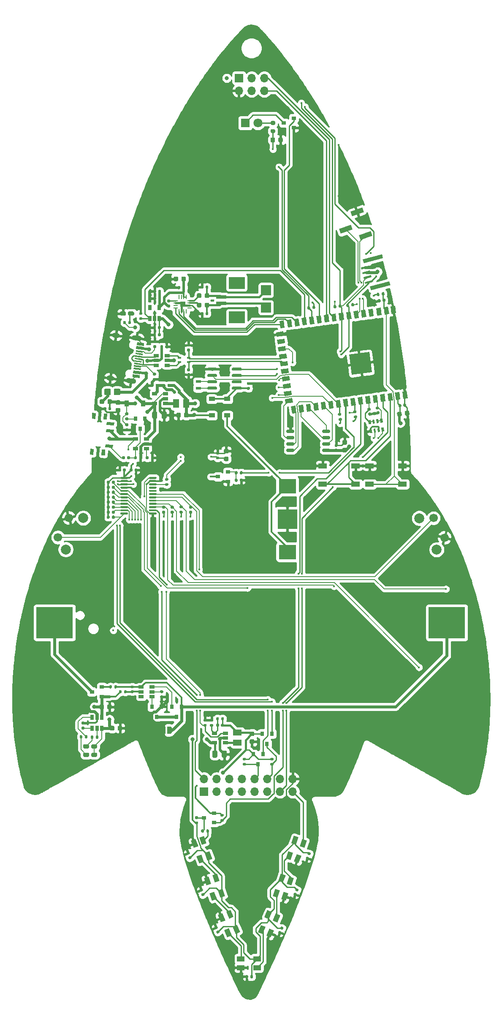
<source format=gbr>
%TF.GenerationSoftware,KiCad,Pcbnew,(5.1.10-1-10_14)*%
%TF.CreationDate,2021-08-27T15:48:04+02:00*%
%TF.ProjectId,OOO2021_Badge,4f4f4f32-3032-4315-9f42-616467652e6b,rev?*%
%TF.SameCoordinates,Original*%
%TF.FileFunction,Copper,L4,Bot*%
%TF.FilePolarity,Positive*%
%FSLAX46Y46*%
G04 Gerber Fmt 4.6, Leading zero omitted, Abs format (unit mm)*
G04 Created by KiCad (PCBNEW (5.1.10-1-10_14)) date 2021-08-27 15:48:04*
%MOMM*%
%LPD*%
G01*
G04 APERTURE LIST*
%TA.AperFunction,SMDPad,CuDef*%
%ADD10R,0.800000X0.400000*%
%TD*%
%TA.AperFunction,SMDPad,CuDef*%
%ADD11R,3.200000X2.400000*%
%TD*%
%TA.AperFunction,SMDPad,CuDef*%
%ADD12R,2.000000X0.700000*%
%TD*%
%TA.AperFunction,SMDPad,CuDef*%
%ADD13R,7.340000X6.350000*%
%TD*%
%TA.AperFunction,SMDPad,CuDef*%
%ADD14C,0.100000*%
%TD*%
%TA.AperFunction,ComponentPad*%
%ADD15O,1.700000X1.700000*%
%TD*%
%TA.AperFunction,ComponentPad*%
%ADD16R,1.700000X1.700000*%
%TD*%
%TA.AperFunction,ComponentPad*%
%ADD17C,1.800000*%
%TD*%
%TA.AperFunction,ComponentPad*%
%ADD18R,1.800000X1.800000*%
%TD*%
%TA.AperFunction,SMDPad,CuDef*%
%ADD19R,2.000000X2.000000*%
%TD*%
%TA.AperFunction,SMDPad,CuDef*%
%ADD20R,1.100000X1.100000*%
%TD*%
%TA.AperFunction,SMDPad,CuDef*%
%ADD21R,0.840000X0.270000*%
%TD*%
%TA.AperFunction,SMDPad,CuDef*%
%ADD22R,0.270000X0.840000*%
%TD*%
%TA.AperFunction,SMDPad,CuDef*%
%ADD23R,3.500000X2.900000*%
%TD*%
%TA.AperFunction,SMDPad,CuDef*%
%ADD24R,3.960000X3.960000*%
%TD*%
%TA.AperFunction,SMDPad,CuDef*%
%ADD25R,1.100000X0.600000*%
%TD*%
%TA.AperFunction,SMDPad,CuDef*%
%ADD26R,1.200000X0.900000*%
%TD*%
%TA.AperFunction,SMDPad,CuDef*%
%ADD27R,0.900000X0.800000*%
%TD*%
%TA.AperFunction,SMDPad,CuDef*%
%ADD28R,1.800000X1.200000*%
%TD*%
%TA.AperFunction,SMDPad,CuDef*%
%ADD29R,1.060000X0.650000*%
%TD*%
%TA.AperFunction,SMDPad,CuDef*%
%ADD30R,0.800000X0.900000*%
%TD*%
%TA.AperFunction,SMDPad,CuDef*%
%ADD31R,0.900000X1.200000*%
%TD*%
%TA.AperFunction,SMDPad,CuDef*%
%ADD32R,1.200000X1.800000*%
%TD*%
%TA.AperFunction,SMDPad,CuDef*%
%ADD33R,1.700000X1.000000*%
%TD*%
%TA.AperFunction,SMDPad,CuDef*%
%ADD34R,1.545000X0.997000*%
%TD*%
%TA.AperFunction,ComponentPad*%
%ADD35C,2.000000*%
%TD*%
%TA.AperFunction,ComponentPad*%
%ADD36C,1.700000*%
%TD*%
%TA.AperFunction,SMDPad,CuDef*%
%ADD37R,0.650000X1.060000*%
%TD*%
%TA.AperFunction,ViaPad*%
%ADD38C,0.800000*%
%TD*%
%TA.AperFunction,ViaPad*%
%ADD39C,0.400000*%
%TD*%
%TA.AperFunction,Conductor*%
%ADD40C,0.600000*%
%TD*%
%TA.AperFunction,Conductor*%
%ADD41C,0.500000*%
%TD*%
%TA.AperFunction,Conductor*%
%ADD42C,0.200000*%
%TD*%
%TA.AperFunction,Conductor*%
%ADD43C,0.300000*%
%TD*%
%TA.AperFunction,Conductor*%
%ADD44C,0.250000*%
%TD*%
%TA.AperFunction,Conductor*%
%ADD45C,0.400000*%
%TD*%
%TA.AperFunction,Conductor*%
%ADD46C,0.261000*%
%TD*%
%TA.AperFunction,Conductor*%
%ADD47C,0.189962*%
%TD*%
%TA.AperFunction,Conductor*%
%ADD48C,0.254000*%
%TD*%
%TA.AperFunction,Conductor*%
%ADD49C,0.100000*%
%TD*%
G04 APERTURE END LIST*
D10*
%TO.P,L2,4*%
%TO.N,/USB_D-*%
X80901000Y-114900000D03*
%TO.P,L2,3*%
%TO.N,/USB_D+*%
X80900000Y-114100000D03*
%TO.P,L2,2*%
%TO.N,Net-(L2-Pad2)*%
X79101000Y-114100000D03*
%TO.P,L2,1*%
%TO.N,Net-(L2-Pad1)*%
X79099000Y-114899000D03*
%TD*%
D11*
%TO.P,J4,4*%
%TO.N,N/C*%
X90544000Y-105961000D03*
%TO.P,J4,3*%
X90545000Y-99039000D03*
D12*
%TO.P,J4,2*%
%TO.N,/audio/SPK+*%
X87455000Y-101868000D03*
%TO.P,J4,1*%
%TO.N,/audio/SPK-*%
X87455000Y-103118000D03*
%TD*%
D13*
%TO.P,BT2,1*%
%TO.N,Net-(BT2-Pad1)*%
X54020000Y-167150000D03*
%TO.P,BT2,2*%
%TO.N,Net-(BT2-Pad2)*%
X132680000Y-167150000D03*
%TD*%
%TA.AperFunction,SMDPad,CuDef*%
D14*
%TO.P,J7,2*%
%TO.N,Net-(J7-Pad2)*%
G36*
X113453113Y-87416961D02*
G01*
X113795133Y-88356654D01*
X111436505Y-89215125D01*
X111094485Y-88275432D01*
X113453113Y-87416961D01*
G37*
%TD.AperFunction*%
%TA.AperFunction,SMDPad,CuDef*%
%TO.P,J7,3*%
%TO.N,Net-(J7-Pad3)*%
G36*
X117432226Y-88671694D02*
G01*
X117774246Y-89611387D01*
X115415618Y-90469858D01*
X115073598Y-89530165D01*
X117432226Y-88671694D01*
G37*
%TD.AperFunction*%
%TA.AperFunction,SMDPad,CuDef*%
%TO.P,J7,1*%
%TO.N,GND*%
G36*
X115694764Y-83898055D02*
G01*
X116036784Y-84837748D01*
X113678156Y-85696219D01*
X113336136Y-84756526D01*
X115694764Y-83898055D01*
G37*
%TD.AperFunction*%
%TD*%
D15*
%TO.P,J5,6*%
%TO.N,/SA_GPIO2*%
X96080000Y-60540000D03*
%TO.P,J5,5*%
%TO.N,/SA_GPIO1*%
X96080000Y-58000000D03*
%TO.P,J5,4*%
%TO.N,/I2C_SCL*%
X93540000Y-60540000D03*
%TO.P,J5,3*%
%TO.N,/I2C_SDA*%
X93540000Y-58000000D03*
%TO.P,J5,2*%
%TO.N,GND*%
X91000000Y-60540000D03*
D16*
%TO.P,J5,1*%
%TO.N,+3V3*%
X91000000Y-58000000D03*
%TD*%
%TO.P,R47,2*%
%TO.N,/addons/I2C_SCL*%
%TA.AperFunction,SMDPad,CuDef*%
G36*
G01*
X91890000Y-195240000D02*
X92260000Y-195240000D01*
G75*
G02*
X92395000Y-195375000I0J-135000D01*
G01*
X92395000Y-195645000D01*
G75*
G02*
X92260000Y-195780000I-135000J0D01*
G01*
X91890000Y-195780000D01*
G75*
G02*
X91755000Y-195645000I0J135000D01*
G01*
X91755000Y-195375000D01*
G75*
G02*
X91890000Y-195240000I135000J0D01*
G01*
G37*
%TD.AperFunction*%
%TO.P,R47,1*%
%TO.N,VEXT*%
%TA.AperFunction,SMDPad,CuDef*%
G36*
G01*
X91890000Y-194220000D02*
X92260000Y-194220000D01*
G75*
G02*
X92395000Y-194355000I0J-135000D01*
G01*
X92395000Y-194625000D01*
G75*
G02*
X92260000Y-194760000I-135000J0D01*
G01*
X91890000Y-194760000D01*
G75*
G02*
X91755000Y-194625000I0J135000D01*
G01*
X91755000Y-194355000D01*
G75*
G02*
X91890000Y-194220000I135000J0D01*
G01*
G37*
%TD.AperFunction*%
%TD*%
%TO.P,R23,2*%
%TO.N,/io/VEXT_EN*%
%TA.AperFunction,SMDPad,CuDef*%
G36*
G01*
X84015000Y-187440000D02*
X84385000Y-187440000D01*
G75*
G02*
X84520000Y-187575000I0J-135000D01*
G01*
X84520000Y-187845000D01*
G75*
G02*
X84385000Y-187980000I-135000J0D01*
G01*
X84015000Y-187980000D01*
G75*
G02*
X83880000Y-187845000I0J135000D01*
G01*
X83880000Y-187575000D01*
G75*
G02*
X84015000Y-187440000I135000J0D01*
G01*
G37*
%TD.AperFunction*%
%TO.P,R23,1*%
%TO.N,GND*%
%TA.AperFunction,SMDPad,CuDef*%
G36*
G01*
X84015000Y-186420000D02*
X84385000Y-186420000D01*
G75*
G02*
X84520000Y-186555000I0J-135000D01*
G01*
X84520000Y-186825000D01*
G75*
G02*
X84385000Y-186960000I-135000J0D01*
G01*
X84015000Y-186960000D01*
G75*
G02*
X83880000Y-186825000I0J135000D01*
G01*
X83880000Y-186555000D01*
G75*
G02*
X84015000Y-186420000I135000J0D01*
G01*
G37*
%TD.AperFunction*%
%TD*%
%TA.AperFunction,SMDPad,CuDef*%
D14*
%TO.P,J6,1*%
%TO.N,GND*%
G36*
X115456899Y-95984292D02*
G01*
X117002380Y-95570182D01*
X117105907Y-95956552D01*
X115560426Y-96370662D01*
X115456899Y-95984292D01*
G37*
%TD.AperFunction*%
%TA.AperFunction,SMDPad,CuDef*%
%TO.P,J6,2*%
%TO.N,+3V3*%
G36*
X115715718Y-96950218D02*
G01*
X117261199Y-96536108D01*
X117364726Y-96922478D01*
X115819245Y-97336588D01*
X115715718Y-96950218D01*
G37*
%TD.AperFunction*%
%TA.AperFunction,SMDPad,CuDef*%
%TO.P,J6,3*%
%TO.N,/I2C_SDA*%
G36*
X115974537Y-97916144D02*
G01*
X117520018Y-97502034D01*
X117623545Y-97888404D01*
X116078064Y-98302514D01*
X115974537Y-97916144D01*
G37*
%TD.AperFunction*%
%TA.AperFunction,SMDPad,CuDef*%
%TO.P,J6,4*%
%TO.N,/I2C_SCL*%
G36*
X116233356Y-98882070D02*
G01*
X117778837Y-98467960D01*
X117882364Y-98854330D01*
X116336883Y-99268440D01*
X116233356Y-98882070D01*
G37*
%TD.AperFunction*%
%TA.AperFunction,SMDPad,CuDef*%
%TO.P,J6,0*%
%TO.N,N/C*%
G36*
X115838962Y-94326935D02*
G01*
X119702665Y-93291659D01*
X119909720Y-94064399D01*
X116046017Y-95099675D01*
X115838962Y-94326935D01*
G37*
%TD.AperFunction*%
%TA.AperFunction,SMDPad,CuDef*%
G36*
X117288348Y-99736119D02*
G01*
X121152051Y-98700843D01*
X121359106Y-99473583D01*
X117495403Y-100508859D01*
X117288348Y-99736119D01*
G37*
%TD.AperFunction*%
%TD*%
D17*
%TO.P,D10,2*%
%TO.N,Net-(D10-Pad2)*%
X94790000Y-67000000D03*
D18*
%TO.P,D10,1*%
%TO.N,Net-(D10-Pad1)*%
X92250000Y-67000000D03*
%TD*%
D19*
%TO.P,J3,1*%
%TO.N,/audio/SPK+*%
X96400000Y-100500000D03*
%TD*%
%TO.P,J2,1*%
%TO.N,/audio/SPK-*%
X96400000Y-104000000D03*
%TD*%
%TO.P,U3,8*%
%TO.N,+3V3*%
%TA.AperFunction,SMDPad,CuDef*%
G36*
G01*
X107700000Y-132755000D02*
X107700000Y-132455000D01*
G75*
G02*
X107850000Y-132305000I150000J0D01*
G01*
X109150000Y-132305000D01*
G75*
G02*
X109300000Y-132455000I0J-150000D01*
G01*
X109300000Y-132755000D01*
G75*
G02*
X109150000Y-132905000I-150000J0D01*
G01*
X107850000Y-132905000D01*
G75*
G02*
X107700000Y-132755000I0J150000D01*
G01*
G37*
%TD.AperFunction*%
%TO.P,U3,7*%
%TO.N,/FSPI_HD*%
%TA.AperFunction,SMDPad,CuDef*%
G36*
G01*
X107700000Y-131485000D02*
X107700000Y-131185000D01*
G75*
G02*
X107850000Y-131035000I150000J0D01*
G01*
X109150000Y-131035000D01*
G75*
G02*
X109300000Y-131185000I0J-150000D01*
G01*
X109300000Y-131485000D01*
G75*
G02*
X109150000Y-131635000I-150000J0D01*
G01*
X107850000Y-131635000D01*
G75*
G02*
X107700000Y-131485000I0J150000D01*
G01*
G37*
%TD.AperFunction*%
%TO.P,U3,6*%
%TO.N,/FSPI_CLK*%
%TA.AperFunction,SMDPad,CuDef*%
G36*
G01*
X107700000Y-130215000D02*
X107700000Y-129915000D01*
G75*
G02*
X107850000Y-129765000I150000J0D01*
G01*
X109150000Y-129765000D01*
G75*
G02*
X109300000Y-129915000I0J-150000D01*
G01*
X109300000Y-130215000D01*
G75*
G02*
X109150000Y-130365000I-150000J0D01*
G01*
X107850000Y-130365000D01*
G75*
G02*
X107700000Y-130215000I0J150000D01*
G01*
G37*
%TD.AperFunction*%
%TO.P,U3,5*%
%TO.N,/FSPI_MOSI*%
%TA.AperFunction,SMDPad,CuDef*%
G36*
G01*
X107700000Y-128945000D02*
X107700000Y-128645000D01*
G75*
G02*
X107850000Y-128495000I150000J0D01*
G01*
X109150000Y-128495000D01*
G75*
G02*
X109300000Y-128645000I0J-150000D01*
G01*
X109300000Y-128945000D01*
G75*
G02*
X109150000Y-129095000I-150000J0D01*
G01*
X107850000Y-129095000D01*
G75*
G02*
X107700000Y-128945000I0J150000D01*
G01*
G37*
%TD.AperFunction*%
%TO.P,U3,4*%
%TO.N,GND*%
%TA.AperFunction,SMDPad,CuDef*%
G36*
G01*
X100500000Y-128945000D02*
X100500000Y-128645000D01*
G75*
G02*
X100650000Y-128495000I150000J0D01*
G01*
X101950000Y-128495000D01*
G75*
G02*
X102100000Y-128645000I0J-150000D01*
G01*
X102100000Y-128945000D01*
G75*
G02*
X101950000Y-129095000I-150000J0D01*
G01*
X100650000Y-129095000D01*
G75*
G02*
X100500000Y-128945000I0J150000D01*
G01*
G37*
%TD.AperFunction*%
%TO.P,U3,3*%
%TO.N,/FSPI_WP*%
%TA.AperFunction,SMDPad,CuDef*%
G36*
G01*
X100500000Y-130215000D02*
X100500000Y-129915000D01*
G75*
G02*
X100650000Y-129765000I150000J0D01*
G01*
X101950000Y-129765000D01*
G75*
G02*
X102100000Y-129915000I0J-150000D01*
G01*
X102100000Y-130215000D01*
G75*
G02*
X101950000Y-130365000I-150000J0D01*
G01*
X100650000Y-130365000D01*
G75*
G02*
X100500000Y-130215000I0J150000D01*
G01*
G37*
%TD.AperFunction*%
%TO.P,U3,2*%
%TO.N,/FSPI_MISO*%
%TA.AperFunction,SMDPad,CuDef*%
G36*
G01*
X100500000Y-131485000D02*
X100500000Y-131185000D01*
G75*
G02*
X100650000Y-131035000I150000J0D01*
G01*
X101950000Y-131035000D01*
G75*
G02*
X102100000Y-131185000I0J-150000D01*
G01*
X102100000Y-131485000D01*
G75*
G02*
X101950000Y-131635000I-150000J0D01*
G01*
X100650000Y-131635000D01*
G75*
G02*
X100500000Y-131485000I0J150000D01*
G01*
G37*
%TD.AperFunction*%
%TO.P,U3,1*%
%TO.N,/FSPI_CS0*%
%TA.AperFunction,SMDPad,CuDef*%
G36*
G01*
X100500000Y-132755000D02*
X100500000Y-132455000D01*
G75*
G02*
X100650000Y-132305000I150000J0D01*
G01*
X101950000Y-132305000D01*
G75*
G02*
X102100000Y-132455000I0J-150000D01*
G01*
X102100000Y-132755000D01*
G75*
G02*
X101950000Y-132905000I-150000J0D01*
G01*
X100650000Y-132905000D01*
G75*
G02*
X100500000Y-132755000I0J150000D01*
G01*
G37*
%TD.AperFunction*%
%TD*%
D20*
%TO.P,U12,3*%
%TO.N,GND*%
X79700000Y-103350000D03*
D21*
%TO.P,U12,12*%
%TO.N,N/C*%
X81135000Y-104100000D03*
%TO.P,U12,3*%
%TO.N,GND*%
X81135000Y-103600000D03*
%TO.P,U12,10*%
%TO.N,Net-(FB2-Pad2)*%
X81135000Y-103100000D03*
%TO.P,U12,9*%
%TO.N,Net-(FB1-Pad2)*%
X81135000Y-102600000D03*
%TO.P,U12,4*%
%TO.N,Net-(R30-Pad1)*%
X78265000Y-102600000D03*
%TO.P,U12,3*%
%TO.N,GND*%
X78265000Y-103100000D03*
%TO.P,U12,2*%
%TO.N,Net-(U12-Pad2)*%
X78265000Y-103600000D03*
%TO.P,U12,1*%
%TO.N,/I2S_DATA*%
X78265000Y-104100000D03*
D22*
%TO.P,U12,16*%
%TO.N,/I2S_BCK*%
X78950000Y-104785000D03*
%TO.P,U12,3*%
%TO.N,GND*%
X79450000Y-104785000D03*
%TO.P,U12,14*%
%TO.N,/I2S_WS*%
X79950000Y-104785000D03*
%TO.P,U12,13*%
%TO.N,N/C*%
X80450000Y-104785000D03*
%TO.P,U12,7*%
%TO.N,VAUDIO*%
X80450000Y-101915000D03*
X79950000Y-101915000D03*
%TO.P,U12,6*%
%TO.N,N/C*%
X79450000Y-101915000D03*
%TO.P,U12,5*%
X78950000Y-101915000D03*
%TD*%
%TO.P,U13,24*%
%TO.N,+3V3*%
%TA.AperFunction,SMDPad,CuDef*%
G36*
G01*
X68725000Y-138025000D02*
X68725000Y-138225000D01*
G75*
G02*
X68625000Y-138325000I-100000J0D01*
G01*
X67350000Y-138325000D01*
G75*
G02*
X67250000Y-138225000I0J100000D01*
G01*
X67250000Y-138025000D01*
G75*
G02*
X67350000Y-137925000I100000J0D01*
G01*
X68625000Y-137925000D01*
G75*
G02*
X68725000Y-138025000I0J-100000D01*
G01*
G37*
%TD.AperFunction*%
%TO.P,U13,23*%
%TO.N,/I2C_SDA*%
%TA.AperFunction,SMDPad,CuDef*%
G36*
G01*
X68725000Y-138675000D02*
X68725000Y-138875000D01*
G75*
G02*
X68625000Y-138975000I-100000J0D01*
G01*
X67350000Y-138975000D01*
G75*
G02*
X67250000Y-138875000I0J100000D01*
G01*
X67250000Y-138675000D01*
G75*
G02*
X67350000Y-138575000I100000J0D01*
G01*
X68625000Y-138575000D01*
G75*
G02*
X68725000Y-138675000I0J-100000D01*
G01*
G37*
%TD.AperFunction*%
%TO.P,U13,22*%
%TO.N,/I2C_SCL*%
%TA.AperFunction,SMDPad,CuDef*%
G36*
G01*
X68725000Y-139325000D02*
X68725000Y-139525000D01*
G75*
G02*
X68625000Y-139625000I-100000J0D01*
G01*
X67350000Y-139625000D01*
G75*
G02*
X67250000Y-139525000I0J100000D01*
G01*
X67250000Y-139325000D01*
G75*
G02*
X67350000Y-139225000I100000J0D01*
G01*
X68625000Y-139225000D01*
G75*
G02*
X68725000Y-139325000I0J-100000D01*
G01*
G37*
%TD.AperFunction*%
%TO.P,U13,21*%
%TO.N,GND*%
%TA.AperFunction,SMDPad,CuDef*%
G36*
G01*
X68725000Y-139975000D02*
X68725000Y-140175000D01*
G75*
G02*
X68625000Y-140275000I-100000J0D01*
G01*
X67350000Y-140275000D01*
G75*
G02*
X67250000Y-140175000I0J100000D01*
G01*
X67250000Y-139975000D01*
G75*
G02*
X67350000Y-139875000I100000J0D01*
G01*
X68625000Y-139875000D01*
G75*
G02*
X68725000Y-139975000I0J-100000D01*
G01*
G37*
%TD.AperFunction*%
%TO.P,U13,20*%
%TO.N,/io/BTN_Menu*%
%TA.AperFunction,SMDPad,CuDef*%
G36*
G01*
X68725000Y-140625000D02*
X68725000Y-140825000D01*
G75*
G02*
X68625000Y-140925000I-100000J0D01*
G01*
X67350000Y-140925000D01*
G75*
G02*
X67250000Y-140825000I0J100000D01*
G01*
X67250000Y-140625000D01*
G75*
G02*
X67350000Y-140525000I100000J0D01*
G01*
X68625000Y-140525000D01*
G75*
G02*
X68725000Y-140625000I0J-100000D01*
G01*
G37*
%TD.AperFunction*%
%TO.P,U13,19*%
%TO.N,/io/BTN_Start*%
%TA.AperFunction,SMDPad,CuDef*%
G36*
G01*
X68725000Y-141275000D02*
X68725000Y-141475000D01*
G75*
G02*
X68625000Y-141575000I-100000J0D01*
G01*
X67350000Y-141575000D01*
G75*
G02*
X67250000Y-141475000I0J100000D01*
G01*
X67250000Y-141275000D01*
G75*
G02*
X67350000Y-141175000I100000J0D01*
G01*
X68625000Y-141175000D01*
G75*
G02*
X68725000Y-141275000I0J-100000D01*
G01*
G37*
%TD.AperFunction*%
%TO.P,U13,18*%
%TO.N,/io/BTN_Joy_C*%
%TA.AperFunction,SMDPad,CuDef*%
G36*
G01*
X68725000Y-141925000D02*
X68725000Y-142125000D01*
G75*
G02*
X68625000Y-142225000I-100000J0D01*
G01*
X67350000Y-142225000D01*
G75*
G02*
X67250000Y-142125000I0J100000D01*
G01*
X67250000Y-141925000D01*
G75*
G02*
X67350000Y-141825000I100000J0D01*
G01*
X68625000Y-141825000D01*
G75*
G02*
X68725000Y-141925000I0J-100000D01*
G01*
G37*
%TD.AperFunction*%
%TO.P,U13,17*%
%TO.N,/io/BTN_Joy_D*%
%TA.AperFunction,SMDPad,CuDef*%
G36*
G01*
X68725000Y-142575000D02*
X68725000Y-142775000D01*
G75*
G02*
X68625000Y-142875000I-100000J0D01*
G01*
X67350000Y-142875000D01*
G75*
G02*
X67250000Y-142775000I0J100000D01*
G01*
X67250000Y-142575000D01*
G75*
G02*
X67350000Y-142475000I100000J0D01*
G01*
X68625000Y-142475000D01*
G75*
G02*
X68725000Y-142575000I0J-100000D01*
G01*
G37*
%TD.AperFunction*%
%TO.P,U13,16*%
%TO.N,/io/BTN_Joy_A*%
%TA.AperFunction,SMDPad,CuDef*%
G36*
G01*
X68725000Y-143225000D02*
X68725000Y-143425000D01*
G75*
G02*
X68625000Y-143525000I-100000J0D01*
G01*
X67350000Y-143525000D01*
G75*
G02*
X67250000Y-143425000I0J100000D01*
G01*
X67250000Y-143225000D01*
G75*
G02*
X67350000Y-143125000I100000J0D01*
G01*
X68625000Y-143125000D01*
G75*
G02*
X68725000Y-143225000I0J-100000D01*
G01*
G37*
%TD.AperFunction*%
%TO.P,U13,15*%
%TO.N,/io/BTN_Joy_Cent*%
%TA.AperFunction,SMDPad,CuDef*%
G36*
G01*
X68725000Y-143875000D02*
X68725000Y-144075000D01*
G75*
G02*
X68625000Y-144175000I-100000J0D01*
G01*
X67350000Y-144175000D01*
G75*
G02*
X67250000Y-144075000I0J100000D01*
G01*
X67250000Y-143875000D01*
G75*
G02*
X67350000Y-143775000I100000J0D01*
G01*
X68625000Y-143775000D01*
G75*
G02*
X68725000Y-143875000I0J-100000D01*
G01*
G37*
%TD.AperFunction*%
%TO.P,U13,14*%
%TO.N,/io/BTN_Joy_B*%
%TA.AperFunction,SMDPad,CuDef*%
G36*
G01*
X68725000Y-144525000D02*
X68725000Y-144725000D01*
G75*
G02*
X68625000Y-144825000I-100000J0D01*
G01*
X67350000Y-144825000D01*
G75*
G02*
X67250000Y-144725000I0J100000D01*
G01*
X67250000Y-144525000D01*
G75*
G02*
X67350000Y-144425000I100000J0D01*
G01*
X68625000Y-144425000D01*
G75*
G02*
X68725000Y-144525000I0J-100000D01*
G01*
G37*
%TD.AperFunction*%
%TO.P,U13,13*%
%TO.N,/io/BTN_LTrig*%
%TA.AperFunction,SMDPad,CuDef*%
G36*
G01*
X68725000Y-145175000D02*
X68725000Y-145375000D01*
G75*
G02*
X68625000Y-145475000I-100000J0D01*
G01*
X67350000Y-145475000D01*
G75*
G02*
X67250000Y-145375000I0J100000D01*
G01*
X67250000Y-145175000D01*
G75*
G02*
X67350000Y-145075000I100000J0D01*
G01*
X68625000Y-145075000D01*
G75*
G02*
X68725000Y-145175000I0J-100000D01*
G01*
G37*
%TD.AperFunction*%
%TO.P,U13,12*%
%TO.N,GND*%
%TA.AperFunction,SMDPad,CuDef*%
G36*
G01*
X74450000Y-145175000D02*
X74450000Y-145375000D01*
G75*
G02*
X74350000Y-145475000I-100000J0D01*
G01*
X73075000Y-145475000D01*
G75*
G02*
X72975000Y-145375000I0J100000D01*
G01*
X72975000Y-145175000D01*
G75*
G02*
X73075000Y-145075000I100000J0D01*
G01*
X74350000Y-145075000D01*
G75*
G02*
X74450000Y-145175000I0J-100000D01*
G01*
G37*
%TD.AperFunction*%
%TO.P,U13,11*%
%TO.N,/LPAD_DET*%
%TA.AperFunction,SMDPad,CuDef*%
G36*
G01*
X74450000Y-144525000D02*
X74450000Y-144725000D01*
G75*
G02*
X74350000Y-144825000I-100000J0D01*
G01*
X73075000Y-144825000D01*
G75*
G02*
X72975000Y-144725000I0J100000D01*
G01*
X72975000Y-144525000D01*
G75*
G02*
X73075000Y-144425000I100000J0D01*
G01*
X74350000Y-144425000D01*
G75*
G02*
X74450000Y-144525000I0J-100000D01*
G01*
G37*
%TD.AperFunction*%
%TO.P,U13,10*%
%TO.N,/io/BTN_Select*%
%TA.AperFunction,SMDPad,CuDef*%
G36*
G01*
X74450000Y-143875000D02*
X74450000Y-144075000D01*
G75*
G02*
X74350000Y-144175000I-100000J0D01*
G01*
X73075000Y-144175000D01*
G75*
G02*
X72975000Y-144075000I0J100000D01*
G01*
X72975000Y-143875000D01*
G75*
G02*
X73075000Y-143775000I100000J0D01*
G01*
X74350000Y-143775000D01*
G75*
G02*
X74450000Y-143875000I0J-100000D01*
G01*
G37*
%TD.AperFunction*%
%TO.P,U13,9*%
%TO.N,/io/BTN_B*%
%TA.AperFunction,SMDPad,CuDef*%
G36*
G01*
X74450000Y-143225000D02*
X74450000Y-143425000D01*
G75*
G02*
X74350000Y-143525000I-100000J0D01*
G01*
X73075000Y-143525000D01*
G75*
G02*
X72975000Y-143425000I0J100000D01*
G01*
X72975000Y-143225000D01*
G75*
G02*
X73075000Y-143125000I100000J0D01*
G01*
X74350000Y-143125000D01*
G75*
G02*
X74450000Y-143225000I0J-100000D01*
G01*
G37*
%TD.AperFunction*%
%TO.P,U13,8*%
%TO.N,/io/BTN_A*%
%TA.AperFunction,SMDPad,CuDef*%
G36*
G01*
X74450000Y-142575000D02*
X74450000Y-142775000D01*
G75*
G02*
X74350000Y-142875000I-100000J0D01*
G01*
X73075000Y-142875000D01*
G75*
G02*
X72975000Y-142775000I0J100000D01*
G01*
X72975000Y-142575000D01*
G75*
G02*
X73075000Y-142475000I100000J0D01*
G01*
X74350000Y-142475000D01*
G75*
G02*
X74450000Y-142575000I0J-100000D01*
G01*
G37*
%TD.AperFunction*%
%TO.P,U13,7*%
%TO.N,/io/BTN_RTrig*%
%TA.AperFunction,SMDPad,CuDef*%
G36*
G01*
X74450000Y-141925000D02*
X74450000Y-142125000D01*
G75*
G02*
X74350000Y-142225000I-100000J0D01*
G01*
X73075000Y-142225000D01*
G75*
G02*
X72975000Y-142125000I0J100000D01*
G01*
X72975000Y-141925000D01*
G75*
G02*
X73075000Y-141825000I100000J0D01*
G01*
X74350000Y-141825000D01*
G75*
G02*
X74450000Y-141925000I0J-100000D01*
G01*
G37*
%TD.AperFunction*%
%TO.P,U13,6*%
%TO.N,/io/VEXT_EN*%
%TA.AperFunction,SMDPad,CuDef*%
G36*
G01*
X74450000Y-141275000D02*
X74450000Y-141475000D01*
G75*
G02*
X74350000Y-141575000I-100000J0D01*
G01*
X73075000Y-141575000D01*
G75*
G02*
X72975000Y-141475000I0J100000D01*
G01*
X72975000Y-141275000D01*
G75*
G02*
X73075000Y-141175000I100000J0D01*
G01*
X74350000Y-141175000D01*
G75*
G02*
X74450000Y-141275000I0J-100000D01*
G01*
G37*
%TD.AperFunction*%
%TO.P,U13,5*%
%TO.N,Net-(U13-Pad5)*%
%TA.AperFunction,SMDPad,CuDef*%
G36*
G01*
X74450000Y-140625000D02*
X74450000Y-140825000D01*
G75*
G02*
X74350000Y-140925000I-100000J0D01*
G01*
X73075000Y-140925000D01*
G75*
G02*
X72975000Y-140825000I0J100000D01*
G01*
X72975000Y-140625000D01*
G75*
G02*
X73075000Y-140525000I100000J0D01*
G01*
X74350000Y-140525000D01*
G75*
G02*
X74450000Y-140625000I0J-100000D01*
G01*
G37*
%TD.AperFunction*%
%TO.P,U13,4*%
%TO.N,Net-(U13-Pad4)*%
%TA.AperFunction,SMDPad,CuDef*%
G36*
G01*
X74450000Y-139975000D02*
X74450000Y-140175000D01*
G75*
G02*
X74350000Y-140275000I-100000J0D01*
G01*
X73075000Y-140275000D01*
G75*
G02*
X72975000Y-140175000I0J100000D01*
G01*
X72975000Y-139975000D01*
G75*
G02*
X73075000Y-139875000I100000J0D01*
G01*
X74350000Y-139875000D01*
G75*
G02*
X74450000Y-139975000I0J-100000D01*
G01*
G37*
%TD.AperFunction*%
%TO.P,U13,3*%
%TO.N,Net-(R33-Pad2)*%
%TA.AperFunction,SMDPad,CuDef*%
G36*
G01*
X74450000Y-139325000D02*
X74450000Y-139525000D01*
G75*
G02*
X74350000Y-139625000I-100000J0D01*
G01*
X73075000Y-139625000D01*
G75*
G02*
X72975000Y-139525000I0J100000D01*
G01*
X72975000Y-139325000D01*
G75*
G02*
X73075000Y-139225000I100000J0D01*
G01*
X74350000Y-139225000D01*
G75*
G02*
X74450000Y-139325000I0J-100000D01*
G01*
G37*
%TD.AperFunction*%
%TO.P,U13,2*%
%TO.N,GND*%
%TA.AperFunction,SMDPad,CuDef*%
G36*
G01*
X74450000Y-138675000D02*
X74450000Y-138875000D01*
G75*
G02*
X74350000Y-138975000I-100000J0D01*
G01*
X73075000Y-138975000D01*
G75*
G02*
X72975000Y-138875000I0J100000D01*
G01*
X72975000Y-138675000D01*
G75*
G02*
X73075000Y-138575000I100000J0D01*
G01*
X74350000Y-138575000D01*
G75*
G02*
X74450000Y-138675000I0J-100000D01*
G01*
G37*
%TD.AperFunction*%
%TO.P,U13,1*%
%TO.N,/~IO_INT*%
%TA.AperFunction,SMDPad,CuDef*%
G36*
G01*
X74450000Y-138025000D02*
X74450000Y-138225000D01*
G75*
G02*
X74350000Y-138325000I-100000J0D01*
G01*
X73075000Y-138325000D01*
G75*
G02*
X72975000Y-138225000I0J100000D01*
G01*
X72975000Y-138025000D01*
G75*
G02*
X73075000Y-137925000I100000J0D01*
G01*
X74350000Y-137925000D01*
G75*
G02*
X74450000Y-138025000I0J-100000D01*
G01*
G37*
%TD.AperFunction*%
%TD*%
%TO.P,R35,2*%
%TO.N,/~IO_INT*%
%TA.AperFunction,SMDPad,CuDef*%
G36*
G01*
X114452091Y-125137906D02*
X114085257Y-125186200D01*
G75*
G02*
X113933791Y-125069976I-17621J133845D01*
G01*
X113898549Y-124802286D01*
G75*
G02*
X114014773Y-124650820I133845J17621D01*
G01*
X114381607Y-124602526D01*
G75*
G02*
X114533073Y-124718750I17621J-133845D01*
G01*
X114568315Y-124986440D01*
G75*
G02*
X114452091Y-125137906I-133845J-17621D01*
G01*
G37*
%TD.AperFunction*%
%TO.P,R35,1*%
%TO.N,+3V3*%
%TA.AperFunction,SMDPad,CuDef*%
G36*
G01*
X114585227Y-126149180D02*
X114218393Y-126197474D01*
G75*
G02*
X114066927Y-126081250I-17621J133845D01*
G01*
X114031685Y-125813560D01*
G75*
G02*
X114147909Y-125662094I133845J17621D01*
G01*
X114514743Y-125613800D01*
G75*
G02*
X114666209Y-125730024I17621J-133845D01*
G01*
X114701451Y-125997714D01*
G75*
G02*
X114585227Y-126149180I-133845J-17621D01*
G01*
G37*
%TD.AperFunction*%
%TD*%
%TO.P,R33,2*%
%TO.N,Net-(R33-Pad2)*%
%TA.AperFunction,SMDPad,CuDef*%
G36*
G01*
X76315000Y-139180000D02*
X76685000Y-139180000D01*
G75*
G02*
X76820000Y-139315000I0J-135000D01*
G01*
X76820000Y-139585000D01*
G75*
G02*
X76685000Y-139720000I-135000J0D01*
G01*
X76315000Y-139720000D01*
G75*
G02*
X76180000Y-139585000I0J135000D01*
G01*
X76180000Y-139315000D01*
G75*
G02*
X76315000Y-139180000I135000J0D01*
G01*
G37*
%TD.AperFunction*%
%TO.P,R33,1*%
%TO.N,+3V3*%
%TA.AperFunction,SMDPad,CuDef*%
G36*
G01*
X76315000Y-138160000D02*
X76685000Y-138160000D01*
G75*
G02*
X76820000Y-138295000I0J-135000D01*
G01*
X76820000Y-138565000D01*
G75*
G02*
X76685000Y-138700000I-135000J0D01*
G01*
X76315000Y-138700000D01*
G75*
G02*
X76180000Y-138565000I0J135000D01*
G01*
X76180000Y-138295000D01*
G75*
G02*
X76315000Y-138160000I135000J0D01*
G01*
G37*
%TD.AperFunction*%
%TD*%
%TO.P,R32,2*%
%TO.N,Net-(Q7-Pad1)*%
%TA.AperFunction,SMDPad,CuDef*%
G36*
G01*
X90710000Y-138415000D02*
X90710000Y-138785000D01*
G75*
G02*
X90575000Y-138920000I-135000J0D01*
G01*
X90305000Y-138920000D01*
G75*
G02*
X90170000Y-138785000I0J135000D01*
G01*
X90170000Y-138415000D01*
G75*
G02*
X90305000Y-138280000I135000J0D01*
G01*
X90575000Y-138280000D01*
G75*
G02*
X90710000Y-138415000I0J-135000D01*
G01*
G37*
%TD.AperFunction*%
%TO.P,R32,1*%
%TO.N,GND*%
%TA.AperFunction,SMDPad,CuDef*%
G36*
G01*
X91730000Y-138415000D02*
X91730000Y-138785000D01*
G75*
G02*
X91595000Y-138920000I-135000J0D01*
G01*
X91325000Y-138920000D01*
G75*
G02*
X91190000Y-138785000I0J135000D01*
G01*
X91190000Y-138415000D01*
G75*
G02*
X91325000Y-138280000I135000J0D01*
G01*
X91595000Y-138280000D01*
G75*
G02*
X91730000Y-138415000I0J-135000D01*
G01*
G37*
%TD.AperFunction*%
%TD*%
%TO.P,R30,2*%
%TO.N,VAUDIO*%
%TA.AperFunction,SMDPad,CuDef*%
G36*
G01*
X76715000Y-103415000D02*
X77085000Y-103415000D01*
G75*
G02*
X77220000Y-103550000I0J-135000D01*
G01*
X77220000Y-103820000D01*
G75*
G02*
X77085000Y-103955000I-135000J0D01*
G01*
X76715000Y-103955000D01*
G75*
G02*
X76580000Y-103820000I0J135000D01*
G01*
X76580000Y-103550000D01*
G75*
G02*
X76715000Y-103415000I135000J0D01*
G01*
G37*
%TD.AperFunction*%
%TO.P,R30,1*%
%TO.N,Net-(R30-Pad1)*%
%TA.AperFunction,SMDPad,CuDef*%
G36*
G01*
X76715000Y-102395000D02*
X77085000Y-102395000D01*
G75*
G02*
X77220000Y-102530000I0J-135000D01*
G01*
X77220000Y-102800000D01*
G75*
G02*
X77085000Y-102935000I-135000J0D01*
G01*
X76715000Y-102935000D01*
G75*
G02*
X76580000Y-102800000I0J135000D01*
G01*
X76580000Y-102530000D01*
G75*
G02*
X76715000Y-102395000I135000J0D01*
G01*
G37*
%TD.AperFunction*%
%TD*%
%TO.P,R22,2*%
%TO.N,Net-(D14-Pad2)*%
%TA.AperFunction,SMDPad,CuDef*%
G36*
G01*
X68790000Y-107185000D02*
X68790000Y-106815000D01*
G75*
G02*
X68925000Y-106680000I135000J0D01*
G01*
X69195000Y-106680000D01*
G75*
G02*
X69330000Y-106815000I0J-135000D01*
G01*
X69330000Y-107185000D01*
G75*
G02*
X69195000Y-107320000I-135000J0D01*
G01*
X68925000Y-107320000D01*
G75*
G02*
X68790000Y-107185000I0J135000D01*
G01*
G37*
%TD.AperFunction*%
%TO.P,R22,1*%
%TO.N,VIN*%
%TA.AperFunction,SMDPad,CuDef*%
G36*
G01*
X67770000Y-107185000D02*
X67770000Y-106815000D01*
G75*
G02*
X67905000Y-106680000I135000J0D01*
G01*
X68175000Y-106680000D01*
G75*
G02*
X68310000Y-106815000I0J-135000D01*
G01*
X68310000Y-107185000D01*
G75*
G02*
X68175000Y-107320000I-135000J0D01*
G01*
X67905000Y-107320000D01*
G75*
G02*
X67770000Y-107185000I0J135000D01*
G01*
G37*
%TD.AperFunction*%
%TD*%
%TO.P,FB2,2*%
%TO.N,Net-(FB2-Pad2)*%
%TA.AperFunction,SMDPad,CuDef*%
G36*
G01*
X83450000Y-103243750D02*
X83450000Y-103756250D01*
G75*
G02*
X83231250Y-103975000I-218750J0D01*
G01*
X82793750Y-103975000D01*
G75*
G02*
X82575000Y-103756250I0J218750D01*
G01*
X82575000Y-103243750D01*
G75*
G02*
X82793750Y-103025000I218750J0D01*
G01*
X83231250Y-103025000D01*
G75*
G02*
X83450000Y-103243750I0J-218750D01*
G01*
G37*
%TD.AperFunction*%
%TO.P,FB2,1*%
%TO.N,/audio/SPK-*%
%TA.AperFunction,SMDPad,CuDef*%
G36*
G01*
X85025000Y-103243750D02*
X85025000Y-103756250D01*
G75*
G02*
X84806250Y-103975000I-218750J0D01*
G01*
X84368750Y-103975000D01*
G75*
G02*
X84150000Y-103756250I0J218750D01*
G01*
X84150000Y-103243750D01*
G75*
G02*
X84368750Y-103025000I218750J0D01*
G01*
X84806250Y-103025000D01*
G75*
G02*
X85025000Y-103243750I0J-218750D01*
G01*
G37*
%TD.AperFunction*%
%TD*%
%TO.P,FB1,2*%
%TO.N,Net-(FB1-Pad2)*%
%TA.AperFunction,SMDPad,CuDef*%
G36*
G01*
X83450000Y-101343750D02*
X83450000Y-101856250D01*
G75*
G02*
X83231250Y-102075000I-218750J0D01*
G01*
X82793750Y-102075000D01*
G75*
G02*
X82575000Y-101856250I0J218750D01*
G01*
X82575000Y-101343750D01*
G75*
G02*
X82793750Y-101125000I218750J0D01*
G01*
X83231250Y-101125000D01*
G75*
G02*
X83450000Y-101343750I0J-218750D01*
G01*
G37*
%TD.AperFunction*%
%TO.P,FB1,1*%
%TO.N,/audio/SPK+*%
%TA.AperFunction,SMDPad,CuDef*%
G36*
G01*
X85025000Y-101343750D02*
X85025000Y-101856250D01*
G75*
G02*
X84806250Y-102075000I-218750J0D01*
G01*
X84368750Y-102075000D01*
G75*
G02*
X84150000Y-101856250I0J218750D01*
G01*
X84150000Y-101343750D01*
G75*
G02*
X84368750Y-101125000I218750J0D01*
G01*
X84806250Y-101125000D01*
G75*
G02*
X85025000Y-101343750I0J-218750D01*
G01*
G37*
%TD.AperFunction*%
%TD*%
%TO.P,D14,2*%
%TO.N,Net-(D14-Pad2)*%
%TA.AperFunction,SMDPad,CuDef*%
G36*
G01*
X68750000Y-105412500D02*
X68750000Y-104987500D01*
G75*
G02*
X68962500Y-104775000I212500J0D01*
G01*
X69762500Y-104775000D01*
G75*
G02*
X69975000Y-104987500I0J-212500D01*
G01*
X69975000Y-105412500D01*
G75*
G02*
X69762500Y-105625000I-212500J0D01*
G01*
X68962500Y-105625000D01*
G75*
G02*
X68750000Y-105412500I0J212500D01*
G01*
G37*
%TD.AperFunction*%
%TO.P,D14,1*%
%TO.N,GND*%
%TA.AperFunction,SMDPad,CuDef*%
G36*
G01*
X67125000Y-105412500D02*
X67125000Y-104987500D01*
G75*
G02*
X67337500Y-104775000I212500J0D01*
G01*
X68137500Y-104775000D01*
G75*
G02*
X68350000Y-104987500I0J-212500D01*
G01*
X68350000Y-105412500D01*
G75*
G02*
X68137500Y-105625000I-212500J0D01*
G01*
X67337500Y-105625000D01*
G75*
G02*
X67125000Y-105412500I0J212500D01*
G01*
G37*
%TD.AperFunction*%
%TD*%
%TO.P,C38,2*%
%TO.N,GND*%
%TA.AperFunction,SMDPad,CuDef*%
G36*
G01*
X83900000Y-99730000D02*
X83900000Y-100070000D01*
G75*
G02*
X83760000Y-100210000I-140000J0D01*
G01*
X83480000Y-100210000D01*
G75*
G02*
X83340000Y-100070000I0J140000D01*
G01*
X83340000Y-99730000D01*
G75*
G02*
X83480000Y-99590000I140000J0D01*
G01*
X83760000Y-99590000D01*
G75*
G02*
X83900000Y-99730000I0J-140000D01*
G01*
G37*
%TD.AperFunction*%
%TO.P,C38,1*%
%TO.N,/audio/SPK+*%
%TA.AperFunction,SMDPad,CuDef*%
G36*
G01*
X84860000Y-99730000D02*
X84860000Y-100070000D01*
G75*
G02*
X84720000Y-100210000I-140000J0D01*
G01*
X84440000Y-100210000D01*
G75*
G02*
X84300000Y-100070000I0J140000D01*
G01*
X84300000Y-99730000D01*
G75*
G02*
X84440000Y-99590000I140000J0D01*
G01*
X84720000Y-99590000D01*
G75*
G02*
X84860000Y-99730000I0J-140000D01*
G01*
G37*
%TD.AperFunction*%
%TD*%
%TO.P,C37,2*%
%TO.N,GND*%
%TA.AperFunction,SMDPad,CuDef*%
G36*
G01*
X83900000Y-105030000D02*
X83900000Y-105370000D01*
G75*
G02*
X83760000Y-105510000I-140000J0D01*
G01*
X83480000Y-105510000D01*
G75*
G02*
X83340000Y-105370000I0J140000D01*
G01*
X83340000Y-105030000D01*
G75*
G02*
X83480000Y-104890000I140000J0D01*
G01*
X83760000Y-104890000D01*
G75*
G02*
X83900000Y-105030000I0J-140000D01*
G01*
G37*
%TD.AperFunction*%
%TO.P,C37,1*%
%TO.N,/audio/SPK-*%
%TA.AperFunction,SMDPad,CuDef*%
G36*
G01*
X84860000Y-105030000D02*
X84860000Y-105370000D01*
G75*
G02*
X84720000Y-105510000I-140000J0D01*
G01*
X84440000Y-105510000D01*
G75*
G02*
X84300000Y-105370000I0J140000D01*
G01*
X84300000Y-105030000D01*
G75*
G02*
X84440000Y-104890000I140000J0D01*
G01*
X84720000Y-104890000D01*
G75*
G02*
X84860000Y-105030000I0J-140000D01*
G01*
G37*
%TD.AperFunction*%
%TD*%
%TO.P,C36,2*%
%TO.N,GND*%
%TA.AperFunction,SMDPad,CuDef*%
G36*
G01*
X79225000Y-99830000D02*
X79225000Y-100170000D01*
G75*
G02*
X79085000Y-100310000I-140000J0D01*
G01*
X78805000Y-100310000D01*
G75*
G02*
X78665000Y-100170000I0J140000D01*
G01*
X78665000Y-99830000D01*
G75*
G02*
X78805000Y-99690000I140000J0D01*
G01*
X79085000Y-99690000D01*
G75*
G02*
X79225000Y-99830000I0J-140000D01*
G01*
G37*
%TD.AperFunction*%
%TO.P,C36,1*%
%TO.N,VAUDIO*%
%TA.AperFunction,SMDPad,CuDef*%
G36*
G01*
X80185000Y-99830000D02*
X80185000Y-100170000D01*
G75*
G02*
X80045000Y-100310000I-140000J0D01*
G01*
X79765000Y-100310000D01*
G75*
G02*
X79625000Y-100170000I0J140000D01*
G01*
X79625000Y-99830000D01*
G75*
G02*
X79765000Y-99690000I140000J0D01*
G01*
X80045000Y-99690000D01*
G75*
G02*
X80185000Y-99830000I0J-140000D01*
G01*
G37*
%TD.AperFunction*%
%TD*%
%TO.P,C35,2*%
%TO.N,VAUDIO*%
%TA.AperFunction,SMDPad,CuDef*%
G36*
G01*
X79450000Y-98500000D02*
X79450000Y-98000000D01*
G75*
G02*
X79675000Y-97775000I225000J0D01*
G01*
X80125000Y-97775000D01*
G75*
G02*
X80350000Y-98000000I0J-225000D01*
G01*
X80350000Y-98500000D01*
G75*
G02*
X80125000Y-98725000I-225000J0D01*
G01*
X79675000Y-98725000D01*
G75*
G02*
X79450000Y-98500000I0J225000D01*
G01*
G37*
%TD.AperFunction*%
%TO.P,C35,1*%
%TO.N,GND*%
%TA.AperFunction,SMDPad,CuDef*%
G36*
G01*
X77900000Y-98500000D02*
X77900000Y-98000000D01*
G75*
G02*
X78125000Y-97775000I225000J0D01*
G01*
X78575000Y-97775000D01*
G75*
G02*
X78800000Y-98000000I0J-225000D01*
G01*
X78800000Y-98500000D01*
G75*
G02*
X78575000Y-98725000I-225000J0D01*
G01*
X78125000Y-98725000D01*
G75*
G02*
X77900000Y-98500000I0J225000D01*
G01*
G37*
%TD.AperFunction*%
%TD*%
%TO.P,R11,2*%
%TO.N,/I2C_SDA*%
%TA.AperFunction,SMDPad,CuDef*%
G36*
G01*
X111012094Y-103902091D02*
X110963800Y-103535257D01*
G75*
G02*
X111080024Y-103383791I133845J17621D01*
G01*
X111347714Y-103348549D01*
G75*
G02*
X111499180Y-103464773I17621J-133845D01*
G01*
X111547474Y-103831607D01*
G75*
G02*
X111431250Y-103983073I-133845J-17621D01*
G01*
X111163560Y-104018315D01*
G75*
G02*
X111012094Y-103902091I-17621J133845D01*
G01*
G37*
%TD.AperFunction*%
%TO.P,R11,1*%
%TO.N,+3V3*%
%TA.AperFunction,SMDPad,CuDef*%
G36*
G01*
X110000820Y-104035227D02*
X109952526Y-103668393D01*
G75*
G02*
X110068750Y-103516927I133845J17621D01*
G01*
X110336440Y-103481685D01*
G75*
G02*
X110487906Y-103597909I17621J-133845D01*
G01*
X110536200Y-103964743D01*
G75*
G02*
X110419976Y-104116209I-133845J-17621D01*
G01*
X110152286Y-104151451D01*
G75*
G02*
X110000820Y-104035227I-17621J133845D01*
G01*
G37*
%TD.AperFunction*%
%TD*%
%TO.P,R9,2*%
%TO.N,+3V3*%
%TA.AperFunction,SMDPad,CuDef*%
G36*
G01*
X119137906Y-101147909D02*
X119186200Y-101514743D01*
G75*
G02*
X119069976Y-101666209I-133845J-17621D01*
G01*
X118802286Y-101701451D01*
G75*
G02*
X118650820Y-101585227I-17621J133845D01*
G01*
X118602526Y-101218393D01*
G75*
G02*
X118718750Y-101066927I133845J17621D01*
G01*
X118986440Y-101031685D01*
G75*
G02*
X119137906Y-101147909I17621J-133845D01*
G01*
G37*
%TD.AperFunction*%
%TO.P,R9,1*%
%TO.N,/ESP32_EN*%
%TA.AperFunction,SMDPad,CuDef*%
G36*
G01*
X120149180Y-101014773D02*
X120197474Y-101381607D01*
G75*
G02*
X120081250Y-101533073I-133845J-17621D01*
G01*
X119813560Y-101568315D01*
G75*
G02*
X119662094Y-101452091I-17621J133845D01*
G01*
X119613800Y-101085257D01*
G75*
G02*
X119730024Y-100933791I133845J17621D01*
G01*
X119997714Y-100898549D01*
G75*
G02*
X120149180Y-101014773I17621J-133845D01*
G01*
G37*
%TD.AperFunction*%
%TD*%
%TO.P,R8,2*%
%TO.N,+3V3*%
%TA.AperFunction,SMDPad,CuDef*%
G36*
G01*
X105762094Y-104152091D02*
X105713800Y-103785257D01*
G75*
G02*
X105830024Y-103633791I133845J17621D01*
G01*
X106097714Y-103598549D01*
G75*
G02*
X106249180Y-103714773I17621J-133845D01*
G01*
X106297474Y-104081607D01*
G75*
G02*
X106181250Y-104233073I-133845J-17621D01*
G01*
X105913560Y-104268315D01*
G75*
G02*
X105762094Y-104152091I-17621J133845D01*
G01*
G37*
%TD.AperFunction*%
%TO.P,R8,1*%
%TO.N,/IR_RECV*%
%TA.AperFunction,SMDPad,CuDef*%
G36*
G01*
X104750820Y-104285227D02*
X104702526Y-103918393D01*
G75*
G02*
X104818750Y-103766927I133845J17621D01*
G01*
X105086440Y-103731685D01*
G75*
G02*
X105237906Y-103847909I17621J-133845D01*
G01*
X105286200Y-104214743D01*
G75*
G02*
X105169976Y-104366209I-133845J-17621D01*
G01*
X104902286Y-104401451D01*
G75*
G02*
X104750820Y-104285227I-17621J133845D01*
G01*
G37*
%TD.AperFunction*%
%TD*%
%TO.P,R6,2*%
%TO.N,+3V3*%
%TA.AperFunction,SMDPad,CuDef*%
G36*
G01*
X111097909Y-126162094D02*
X111464743Y-126113800D01*
G75*
G02*
X111616209Y-126230024I17621J-133845D01*
G01*
X111651451Y-126497714D01*
G75*
G02*
X111535227Y-126649180I-133845J-17621D01*
G01*
X111168393Y-126697474D01*
G75*
G02*
X111016927Y-126581250I-17621J133845D01*
G01*
X110981685Y-126313560D01*
G75*
G02*
X111097909Y-126162094I133845J17621D01*
G01*
G37*
%TD.AperFunction*%
%TO.P,R6,1*%
%TO.N,/~RTC_INT*%
%TA.AperFunction,SMDPad,CuDef*%
G36*
G01*
X110964773Y-125150820D02*
X111331607Y-125102526D01*
G75*
G02*
X111483073Y-125218750I17621J-133845D01*
G01*
X111518315Y-125486440D01*
G75*
G02*
X111402091Y-125637906I-133845J-17621D01*
G01*
X111035257Y-125686200D01*
G75*
G02*
X110883791Y-125569976I-17621J133845D01*
G01*
X110848549Y-125302286D01*
G75*
G02*
X110964773Y-125150820I133845J17621D01*
G01*
G37*
%TD.AperFunction*%
%TD*%
%TO.P,C14,2*%
%TO.N,GND*%
%TA.AperFunction,SMDPad,CuDef*%
G36*
G01*
X98875000Y-70650000D02*
X98875000Y-70150000D01*
G75*
G02*
X99100000Y-69925000I225000J0D01*
G01*
X99550000Y-69925000D01*
G75*
G02*
X99775000Y-70150000I0J-225000D01*
G01*
X99775000Y-70650000D01*
G75*
G02*
X99550000Y-70875000I-225000J0D01*
G01*
X99100000Y-70875000D01*
G75*
G02*
X98875000Y-70650000I0J225000D01*
G01*
G37*
%TD.AperFunction*%
%TO.P,C14,1*%
%TO.N,+3V3*%
%TA.AperFunction,SMDPad,CuDef*%
G36*
G01*
X97325000Y-70650000D02*
X97325000Y-70150000D01*
G75*
G02*
X97550000Y-69925000I225000J0D01*
G01*
X98000000Y-69925000D01*
G75*
G02*
X98225000Y-70150000I0J-225000D01*
G01*
X98225000Y-70650000D01*
G75*
G02*
X98000000Y-70875000I-225000J0D01*
G01*
X97550000Y-70875000D01*
G75*
G02*
X97325000Y-70650000I0J225000D01*
G01*
G37*
%TD.AperFunction*%
%TD*%
D23*
%TO.P,BT1,1*%
%TO.N,Net-(BT1-Pad1)*%
X100700000Y-139800000D03*
D24*
%TO.P,BT1,2*%
%TO.N,GND*%
X100700000Y-146400000D03*
D23*
%TO.P,BT1,1*%
%TO.N,Net-(BT1-Pad1)*%
X100700000Y-153000000D03*
%TD*%
D25*
%TO.P,Y1,2*%
%TO.N,Net-(U1-Pad2)*%
X82850000Y-118800000D03*
%TO.P,Y1,1*%
%TO.N,Net-(U1-Pad1)*%
X82850000Y-120200000D03*
%TD*%
%TO.P,U1,8*%
%TO.N,Net-(C1-Pad1)*%
%TA.AperFunction,SMDPad,CuDef*%
G36*
G01*
X89600000Y-120305000D02*
X89600000Y-120005000D01*
G75*
G02*
X89750000Y-119855000I150000J0D01*
G01*
X91400000Y-119855000D01*
G75*
G02*
X91550000Y-120005000I0J-150000D01*
G01*
X91550000Y-120305000D01*
G75*
G02*
X91400000Y-120455000I-150000J0D01*
G01*
X89750000Y-120455000D01*
G75*
G02*
X89600000Y-120305000I0J150000D01*
G01*
G37*
%TD.AperFunction*%
%TO.P,U1,7*%
%TO.N,Net-(U1-Pad7)*%
%TA.AperFunction,SMDPad,CuDef*%
G36*
G01*
X89600000Y-119035000D02*
X89600000Y-118735000D01*
G75*
G02*
X89750000Y-118585000I150000J0D01*
G01*
X91400000Y-118585000D01*
G75*
G02*
X91550000Y-118735000I0J-150000D01*
G01*
X91550000Y-119035000D01*
G75*
G02*
X91400000Y-119185000I-150000J0D01*
G01*
X89750000Y-119185000D01*
G75*
G02*
X89600000Y-119035000I0J150000D01*
G01*
G37*
%TD.AperFunction*%
%TO.P,U1,6*%
%TO.N,/I2C_SCL*%
%TA.AperFunction,SMDPad,CuDef*%
G36*
G01*
X89600000Y-117765000D02*
X89600000Y-117465000D01*
G75*
G02*
X89750000Y-117315000I150000J0D01*
G01*
X91400000Y-117315000D01*
G75*
G02*
X91550000Y-117465000I0J-150000D01*
G01*
X91550000Y-117765000D01*
G75*
G02*
X91400000Y-117915000I-150000J0D01*
G01*
X89750000Y-117915000D01*
G75*
G02*
X89600000Y-117765000I0J150000D01*
G01*
G37*
%TD.AperFunction*%
%TO.P,U1,5*%
%TO.N,/I2C_SDA*%
%TA.AperFunction,SMDPad,CuDef*%
G36*
G01*
X89600000Y-116495000D02*
X89600000Y-116195000D01*
G75*
G02*
X89750000Y-116045000I150000J0D01*
G01*
X91400000Y-116045000D01*
G75*
G02*
X91550000Y-116195000I0J-150000D01*
G01*
X91550000Y-116495000D01*
G75*
G02*
X91400000Y-116645000I-150000J0D01*
G01*
X89750000Y-116645000D01*
G75*
G02*
X89600000Y-116495000I0J150000D01*
G01*
G37*
%TD.AperFunction*%
%TO.P,U1,4*%
%TO.N,GND*%
%TA.AperFunction,SMDPad,CuDef*%
G36*
G01*
X84650000Y-116495000D02*
X84650000Y-116195000D01*
G75*
G02*
X84800000Y-116045000I150000J0D01*
G01*
X86450000Y-116045000D01*
G75*
G02*
X86600000Y-116195000I0J-150000D01*
G01*
X86600000Y-116495000D01*
G75*
G02*
X86450000Y-116645000I-150000J0D01*
G01*
X84800000Y-116645000D01*
G75*
G02*
X84650000Y-116495000I0J150000D01*
G01*
G37*
%TD.AperFunction*%
%TO.P,U1,3*%
%TO.N,/~RTC_INT*%
%TA.AperFunction,SMDPad,CuDef*%
G36*
G01*
X84650000Y-117765000D02*
X84650000Y-117465000D01*
G75*
G02*
X84800000Y-117315000I150000J0D01*
G01*
X86450000Y-117315000D01*
G75*
G02*
X86600000Y-117465000I0J-150000D01*
G01*
X86600000Y-117765000D01*
G75*
G02*
X86450000Y-117915000I-150000J0D01*
G01*
X84800000Y-117915000D01*
G75*
G02*
X84650000Y-117765000I0J150000D01*
G01*
G37*
%TD.AperFunction*%
%TO.P,U1,2*%
%TO.N,Net-(U1-Pad2)*%
%TA.AperFunction,SMDPad,CuDef*%
G36*
G01*
X84650000Y-119035000D02*
X84650000Y-118735000D01*
G75*
G02*
X84800000Y-118585000I150000J0D01*
G01*
X86450000Y-118585000D01*
G75*
G02*
X86600000Y-118735000I0J-150000D01*
G01*
X86600000Y-119035000D01*
G75*
G02*
X86450000Y-119185000I-150000J0D01*
G01*
X84800000Y-119185000D01*
G75*
G02*
X84650000Y-119035000I0J150000D01*
G01*
G37*
%TD.AperFunction*%
%TO.P,U1,1*%
%TO.N,Net-(U1-Pad1)*%
%TA.AperFunction,SMDPad,CuDef*%
G36*
G01*
X84650000Y-120305000D02*
X84650000Y-120005000D01*
G75*
G02*
X84800000Y-119855000I150000J0D01*
G01*
X86450000Y-119855000D01*
G75*
G02*
X86600000Y-120005000I0J-150000D01*
G01*
X86600000Y-120305000D01*
G75*
G02*
X86450000Y-120455000I-150000J0D01*
G01*
X84800000Y-120455000D01*
G75*
G02*
X84650000Y-120305000I0J150000D01*
G01*
G37*
%TD.AperFunction*%
%TD*%
D26*
%TO.P,D2,2*%
%TO.N,+3V3*%
X85550000Y-125600000D03*
%TO.P,D2,1*%
%TO.N,Net-(C1-Pad1)*%
X85550000Y-122300000D03*
%TD*%
%TO.P,D1,2*%
%TO.N,Net-(BT1-Pad1)*%
X88650000Y-125600000D03*
%TO.P,D1,1*%
%TO.N,Net-(C1-Pad1)*%
X88650000Y-122300000D03*
%TD*%
%TO.P,C1,2*%
%TO.N,GND*%
%TA.AperFunction,SMDPad,CuDef*%
G36*
G01*
X93070000Y-119500000D02*
X92730000Y-119500000D01*
G75*
G02*
X92590000Y-119360000I0J140000D01*
G01*
X92590000Y-119080000D01*
G75*
G02*
X92730000Y-118940000I140000J0D01*
G01*
X93070000Y-118940000D01*
G75*
G02*
X93210000Y-119080000I0J-140000D01*
G01*
X93210000Y-119360000D01*
G75*
G02*
X93070000Y-119500000I-140000J0D01*
G01*
G37*
%TD.AperFunction*%
%TO.P,C1,1*%
%TO.N,Net-(C1-Pad1)*%
%TA.AperFunction,SMDPad,CuDef*%
G36*
G01*
X93070000Y-120460000D02*
X92730000Y-120460000D01*
G75*
G02*
X92590000Y-120320000I0J140000D01*
G01*
X92590000Y-120040000D01*
G75*
G02*
X92730000Y-119900000I140000J0D01*
G01*
X93070000Y-119900000D01*
G75*
G02*
X93210000Y-120040000I0J-140000D01*
G01*
X93210000Y-120320000D01*
G75*
G02*
X93070000Y-120460000I-140000J0D01*
G01*
G37*
%TD.AperFunction*%
%TD*%
%TO.P,J1,S1*%
%TO.N,GND*%
%TA.AperFunction,ComponentPad*%
G36*
G01*
X66555026Y-110114786D02*
X65960160Y-110036470D01*
G75*
G02*
X65529701Y-109475485I65263J495722D01*
G01*
X65529701Y-109475485D01*
G75*
G02*
X66090686Y-109045026I495722J-65263D01*
G01*
X66685552Y-109123342D01*
G75*
G02*
X67116011Y-109684327I-65263J-495722D01*
G01*
X67116011Y-109684327D01*
G75*
G02*
X66555026Y-110114786I-495722J65263D01*
G01*
G37*
%TD.AperFunction*%
%TA.AperFunction,ComponentPad*%
G36*
G01*
X65427280Y-118680869D02*
X64832414Y-118602553D01*
G75*
G02*
X64401955Y-118041568I65263J495722D01*
G01*
X64401955Y-118041568D01*
G75*
G02*
X64962940Y-117611109I495722J-65263D01*
G01*
X65557806Y-117689425D01*
G75*
G02*
X65988265Y-118250410I-65263J-495722D01*
G01*
X65988265Y-118250410D01*
G75*
G02*
X65427280Y-118680869I-495722J65263D01*
G01*
G37*
%TD.AperFunction*%
%TA.AperFunction,ComponentPad*%
G36*
G01*
X69819381Y-119259100D02*
X68728791Y-119115522D01*
G75*
G02*
X68298332Y-118554537I65263J495722D01*
G01*
X68298332Y-118554537D01*
G75*
G02*
X68859317Y-118124078I495722J-65263D01*
G01*
X69949907Y-118267656D01*
G75*
G02*
X70380366Y-118828641I-65263J-495722D01*
G01*
X70380366Y-118828641D01*
G75*
G02*
X69819381Y-119259100I-495722J65263D01*
G01*
G37*
%TD.AperFunction*%
%TA.AperFunction,ComponentPad*%
G36*
G01*
X70947128Y-110693016D02*
X69856538Y-110549438D01*
G75*
G02*
X69426079Y-109988453I65263J495722D01*
G01*
X69426079Y-109988453D01*
G75*
G02*
X69987064Y-109557994I495722J-65263D01*
G01*
X71077654Y-109701572D01*
G75*
G02*
X71508113Y-110262557I-65263J-495722D01*
G01*
X71508113Y-110262557D01*
G75*
G02*
X70947128Y-110693016I-495722J65263D01*
G01*
G37*
%TD.AperFunction*%
%TA.AperFunction,SMDPad,CuDef*%
D14*
%TO.P,J1,A6*%
%TO.N,/I_USB_D+*%
G36*
X71476982Y-115019188D02*
G01*
X70039387Y-114829925D01*
X70078544Y-114532492D01*
X71516139Y-114721755D01*
X71476982Y-115019188D01*
G37*
%TD.AperFunction*%
%TA.AperFunction,SMDPad,CuDef*%
%TO.P,J1,B5*%
%TO.N,Net-(J1-PadB5)*%
G36*
X71738034Y-113036298D02*
G01*
X70300439Y-112847035D01*
X70339596Y-112549602D01*
X71777191Y-112738865D01*
X71738034Y-113036298D01*
G37*
%TD.AperFunction*%
%TA.AperFunction,SMDPad,CuDef*%
%TO.P,J1,A8*%
%TO.N,Net-(J1-PadA8)*%
G36*
X71672771Y-113532020D02*
G01*
X70235176Y-113342757D01*
X70274333Y-113045324D01*
X71711928Y-113234587D01*
X71672771Y-113532020D01*
G37*
%TD.AperFunction*%
%TA.AperFunction,SMDPad,CuDef*%
%TO.P,J1,B6*%
%TO.N,/I_USB_D+*%
G36*
X71607508Y-114027743D02*
G01*
X70169913Y-113838480D01*
X70209070Y-113541047D01*
X71646665Y-113730310D01*
X71607508Y-114027743D01*
G37*
%TD.AperFunction*%
%TA.AperFunction,SMDPad,CuDef*%
%TO.P,J1,A7*%
%TO.N,/I_USB_D-*%
G36*
X71542245Y-114523465D02*
G01*
X70104650Y-114334202D01*
X70143807Y-114036769D01*
X71581402Y-114226032D01*
X71542245Y-114523465D01*
G37*
%TD.AperFunction*%
%TA.AperFunction,SMDPad,CuDef*%
%TO.P,J1,B7*%
G36*
X71411719Y-115514910D02*
G01*
X69974124Y-115325647D01*
X70013281Y-115028214D01*
X71450876Y-115217477D01*
X71411719Y-115514910D01*
G37*
%TD.AperFunction*%
%TA.AperFunction,SMDPad,CuDef*%
%TO.P,J1,A5*%
%TO.N,Net-(J1-PadA5)*%
G36*
X71346456Y-116010633D02*
G01*
X69908861Y-115821370D01*
X69948018Y-115523937D01*
X71385613Y-115713200D01*
X71346456Y-116010633D01*
G37*
%TD.AperFunction*%
%TA.AperFunction,SMDPad,CuDef*%
%TO.P,J1,B8*%
%TO.N,Net-(J1-PadB8)*%
G36*
X71281193Y-116506355D02*
G01*
X69843598Y-116317092D01*
X69882755Y-116019659D01*
X71320350Y-116208922D01*
X71281193Y-116506355D01*
G37*
%TD.AperFunction*%
%TA.AperFunction,SMDPad,CuDef*%
%TO.P,J1,A12*%
%TO.N,GND*%
G36*
X71914245Y-111697848D02*
G01*
X70476650Y-111508585D01*
X70554965Y-110913718D01*
X71992560Y-111102981D01*
X71914245Y-111697848D01*
G37*
%TD.AperFunction*%
%TA.AperFunction,SMDPad,CuDef*%
%TO.P,J1,B4*%
%TO.N,VBUS*%
G36*
X71809824Y-112491004D02*
G01*
X70372229Y-112301741D01*
X70450544Y-111706874D01*
X71888139Y-111896137D01*
X71809824Y-112491004D01*
G37*
%TD.AperFunction*%
%TA.AperFunction,SMDPad,CuDef*%
%TO.P,J1,A4*%
G36*
X71170245Y-117349083D02*
G01*
X69732650Y-117159820D01*
X69810965Y-116564953D01*
X71248560Y-116754216D01*
X71170245Y-117349083D01*
G37*
%TD.AperFunction*%
%TA.AperFunction,SMDPad,CuDef*%
%TO.P,J1,A1*%
%TO.N,GND*%
G36*
X71065824Y-118142239D02*
G01*
X69628229Y-117952976D01*
X69706544Y-117358109D01*
X71144139Y-117547372D01*
X71065824Y-118142239D01*
G37*
%TD.AperFunction*%
%TA.AperFunction,SMDPad,CuDef*%
%TO.P,J1,B12*%
G36*
X71065824Y-118142239D02*
G01*
X69628229Y-117952976D01*
X69706544Y-117358109D01*
X71144139Y-117547372D01*
X71065824Y-118142239D01*
G37*
%TD.AperFunction*%
%TA.AperFunction,SMDPad,CuDef*%
%TO.P,J1,B9*%
%TO.N,VBUS*%
G36*
X71170245Y-117349083D02*
G01*
X69732650Y-117159820D01*
X69810965Y-116564953D01*
X71248560Y-116754216D01*
X71170245Y-117349083D01*
G37*
%TD.AperFunction*%
%TA.AperFunction,SMDPad,CuDef*%
%TO.P,J1,A9*%
G36*
X71809824Y-112491004D02*
G01*
X70372229Y-112301741D01*
X70450544Y-111706874D01*
X71888139Y-111896137D01*
X71809824Y-112491004D01*
G37*
%TD.AperFunction*%
%TA.AperFunction,SMDPad,CuDef*%
%TO.P,J1,B1*%
%TO.N,GND*%
G36*
X71914245Y-111697848D02*
G01*
X70476650Y-111508585D01*
X70554965Y-110913718D01*
X71992560Y-111102981D01*
X71914245Y-111697848D01*
G37*
%TD.AperFunction*%
%TD*%
%TO.P,R15,2*%
%TO.N,Net-(D11-Pad1)*%
%TA.AperFunction,SMDPad,CuDef*%
G36*
G01*
X59585000Y-189840000D02*
X59585000Y-190210000D01*
G75*
G02*
X59450000Y-190345000I-135000J0D01*
G01*
X59180000Y-190345000D01*
G75*
G02*
X59045000Y-190210000I0J135000D01*
G01*
X59045000Y-189840000D01*
G75*
G02*
X59180000Y-189705000I135000J0D01*
G01*
X59450000Y-189705000D01*
G75*
G02*
X59585000Y-189840000I0J-135000D01*
G01*
G37*
%TD.AperFunction*%
%TO.P,R15,1*%
%TO.N,Net-(R15-Pad1)*%
%TA.AperFunction,SMDPad,CuDef*%
G36*
G01*
X60605000Y-189840000D02*
X60605000Y-190210000D01*
G75*
G02*
X60470000Y-190345000I-135000J0D01*
G01*
X60200000Y-190345000D01*
G75*
G02*
X60065000Y-190210000I0J135000D01*
G01*
X60065000Y-189840000D01*
G75*
G02*
X60200000Y-189705000I135000J0D01*
G01*
X60470000Y-189705000D01*
G75*
G02*
X60605000Y-189840000I0J-135000D01*
G01*
G37*
%TD.AperFunction*%
%TD*%
D27*
%TO.P,Q2,3*%
%TO.N,Net-(D10-Pad1)*%
X100000000Y-67000000D03*
%TO.P,Q2,2*%
%TO.N,GND*%
X102000000Y-67950000D03*
%TO.P,Q2,1*%
%TO.N,/IR_SEND*%
X102000000Y-66050000D03*
%TD*%
%TO.P,L1,2*%
%TO.N,Net-(F1-Pad1)*%
%TA.AperFunction,SMDPad,CuDef*%
G36*
G01*
X63950000Y-122593750D02*
X63950000Y-123106250D01*
G75*
G02*
X63731250Y-123325000I-218750J0D01*
G01*
X63293750Y-123325000D01*
G75*
G02*
X63075000Y-123106250I0J218750D01*
G01*
X63075000Y-122593750D01*
G75*
G02*
X63293750Y-122375000I218750J0D01*
G01*
X63731250Y-122375000D01*
G75*
G02*
X63950000Y-122593750I0J-218750D01*
G01*
G37*
%TD.AperFunction*%
%TO.P,L1,1*%
%TO.N,VUSB*%
%TA.AperFunction,SMDPad,CuDef*%
G36*
G01*
X65525000Y-122593750D02*
X65525000Y-123106250D01*
G75*
G02*
X65306250Y-123325000I-218750J0D01*
G01*
X64868750Y-123325000D01*
G75*
G02*
X64650000Y-123106250I0J218750D01*
G01*
X64650000Y-122593750D01*
G75*
G02*
X64868750Y-122375000I218750J0D01*
G01*
X65306250Y-122375000D01*
G75*
G02*
X65525000Y-122593750I0J-218750D01*
G01*
G37*
%TD.AperFunction*%
%TD*%
D28*
%TO.P,L4,1*%
%TO.N,Net-(L4-Pad1)*%
X90700000Y-191200000D03*
%TO.P,L4,2*%
%TO.N,VEXT*%
X90700000Y-189200000D03*
%TD*%
%TO.P,R21,2*%
%TO.N,Net-(R21-Pad2)*%
%TA.AperFunction,SMDPad,CuDef*%
G36*
G01*
X72870000Y-133915000D02*
X72870000Y-134285000D01*
G75*
G02*
X72735000Y-134420000I-135000J0D01*
G01*
X72465000Y-134420000D01*
G75*
G02*
X72330000Y-134285000I0J135000D01*
G01*
X72330000Y-133915000D01*
G75*
G02*
X72465000Y-133780000I135000J0D01*
G01*
X72735000Y-133780000D01*
G75*
G02*
X72870000Y-133915000I0J-135000D01*
G01*
G37*
%TD.AperFunction*%
%TO.P,R21,1*%
%TO.N,GND*%
%TA.AperFunction,SMDPad,CuDef*%
G36*
G01*
X73890000Y-133915000D02*
X73890000Y-134285000D01*
G75*
G02*
X73755000Y-134420000I-135000J0D01*
G01*
X73485000Y-134420000D01*
G75*
G02*
X73350000Y-134285000I0J135000D01*
G01*
X73350000Y-133915000D01*
G75*
G02*
X73485000Y-133780000I135000J0D01*
G01*
X73755000Y-133780000D01*
G75*
G02*
X73890000Y-133915000I0J-135000D01*
G01*
G37*
%TD.AperFunction*%
%TD*%
%TO.P,F1,2*%
%TO.N,VBUS*%
%TA.AperFunction,SMDPad,CuDef*%
G36*
G01*
X65900000Y-121300001D02*
X65900000Y-120499999D01*
G75*
G02*
X66149999Y-120250000I249999J0D01*
G01*
X66975001Y-120250000D01*
G75*
G02*
X67225000Y-120499999I0J-249999D01*
G01*
X67225000Y-121300001D01*
G75*
G02*
X66975001Y-121550000I-249999J0D01*
G01*
X66149999Y-121550000D01*
G75*
G02*
X65900000Y-121300001I0J249999D01*
G01*
G37*
%TD.AperFunction*%
%TO.P,F1,1*%
%TO.N,Net-(F1-Pad1)*%
%TA.AperFunction,SMDPad,CuDef*%
G36*
G01*
X63975000Y-121300001D02*
X63975000Y-120499999D01*
G75*
G02*
X64224999Y-120250000I249999J0D01*
G01*
X65050001Y-120250000D01*
G75*
G02*
X65300000Y-120499999I0J-249999D01*
G01*
X65300000Y-121300001D01*
G75*
G02*
X65050001Y-121550000I-249999J0D01*
G01*
X64224999Y-121550000D01*
G75*
G02*
X63975000Y-121300001I0J249999D01*
G01*
G37*
%TD.AperFunction*%
%TD*%
%TO.P,C7,2*%
%TO.N,GND*%
%TA.AperFunction,SMDPad,CuDef*%
G36*
G01*
X64400000Y-124080000D02*
X64400000Y-124420000D01*
G75*
G02*
X64260000Y-124560000I-140000J0D01*
G01*
X63980000Y-124560000D01*
G75*
G02*
X63840000Y-124420000I0J140000D01*
G01*
X63840000Y-124080000D01*
G75*
G02*
X63980000Y-123940000I140000J0D01*
G01*
X64260000Y-123940000D01*
G75*
G02*
X64400000Y-124080000I0J-140000D01*
G01*
G37*
%TD.AperFunction*%
%TO.P,C7,1*%
%TO.N,VUSB*%
%TA.AperFunction,SMDPad,CuDef*%
G36*
G01*
X65360000Y-124080000D02*
X65360000Y-124420000D01*
G75*
G02*
X65220000Y-124560000I-140000J0D01*
G01*
X64940000Y-124560000D01*
G75*
G02*
X64800000Y-124420000I0J140000D01*
G01*
X64800000Y-124080000D01*
G75*
G02*
X64940000Y-123940000I140000J0D01*
G01*
X65220000Y-123940000D01*
G75*
G02*
X65360000Y-124080000I0J-140000D01*
G01*
G37*
%TD.AperFunction*%
%TD*%
%TO.P,C6,2*%
%TO.N,VUSB*%
%TA.AperFunction,SMDPad,CuDef*%
G36*
G01*
X67000000Y-123475000D02*
X66500000Y-123475000D01*
G75*
G02*
X66275000Y-123250000I0J225000D01*
G01*
X66275000Y-122800000D01*
G75*
G02*
X66500000Y-122575000I225000J0D01*
G01*
X67000000Y-122575000D01*
G75*
G02*
X67225000Y-122800000I0J-225000D01*
G01*
X67225000Y-123250000D01*
G75*
G02*
X67000000Y-123475000I-225000J0D01*
G01*
G37*
%TD.AperFunction*%
%TO.P,C6,1*%
%TO.N,GND*%
%TA.AperFunction,SMDPad,CuDef*%
G36*
G01*
X67000000Y-125025000D02*
X66500000Y-125025000D01*
G75*
G02*
X66275000Y-124800000I0J225000D01*
G01*
X66275000Y-124350000D01*
G75*
G02*
X66500000Y-124125000I225000J0D01*
G01*
X67000000Y-124125000D01*
G75*
G02*
X67225000Y-124350000I0J-225000D01*
G01*
X67225000Y-124800000D01*
G75*
G02*
X67000000Y-125025000I-225000J0D01*
G01*
G37*
%TD.AperFunction*%
%TD*%
D29*
%TO.P,U2,5*%
%TO.N,VBUS*%
X74400000Y-114600000D03*
%TO.P,U2,6*%
%TO.N,/I_USB_D+*%
X74400000Y-113650000D03*
%TO.P,U2,4*%
%TO.N,/I_USB_D-*%
X74400000Y-115550000D03*
%TO.P,U2,3*%
%TO.N,Net-(L2-Pad1)*%
X76600000Y-115550000D03*
%TO.P,U2,2*%
%TO.N,GND*%
X76600000Y-114600000D03*
%TO.P,U2,1*%
%TO.N,Net-(L2-Pad2)*%
X76600000Y-113650000D03*
%TD*%
%TO.P,C2,2*%
%TO.N,GND*%
%TA.AperFunction,SMDPad,CuDef*%
G36*
G01*
X76200000Y-112020000D02*
X76200000Y-111680000D01*
G75*
G02*
X76340000Y-111540000I140000J0D01*
G01*
X76620000Y-111540000D01*
G75*
G02*
X76760000Y-111680000I0J-140000D01*
G01*
X76760000Y-112020000D01*
G75*
G02*
X76620000Y-112160000I-140000J0D01*
G01*
X76340000Y-112160000D01*
G75*
G02*
X76200000Y-112020000I0J140000D01*
G01*
G37*
%TD.AperFunction*%
%TO.P,C2,1*%
%TO.N,VBUS*%
%TA.AperFunction,SMDPad,CuDef*%
G36*
G01*
X75240000Y-112020000D02*
X75240000Y-111680000D01*
G75*
G02*
X75380000Y-111540000I140000J0D01*
G01*
X75660000Y-111540000D01*
G75*
G02*
X75800000Y-111680000I0J-140000D01*
G01*
X75800000Y-112020000D01*
G75*
G02*
X75660000Y-112160000I-140000J0D01*
G01*
X75380000Y-112160000D01*
G75*
G02*
X75240000Y-112020000I0J140000D01*
G01*
G37*
%TD.AperFunction*%
%TD*%
%TA.AperFunction,SMDPad,CuDef*%
D14*
%TO.P,U5,43*%
%TO.N,GND*%
G36*
X117658414Y-116957187D02*
G01*
X113593490Y-117492345D01*
X113058332Y-113427421D01*
X117123256Y-112892263D01*
X117658414Y-116957187D01*
G37*
%TD.AperFunction*%
%TA.AperFunction,SMDPad,CuDef*%
%TO.P,U5,42*%
G36*
X122493375Y-105109742D02*
G01*
X121601074Y-105227215D01*
X121405285Y-103740048D01*
X122297586Y-103622575D01*
X122493375Y-105109742D01*
G37*
%TD.AperFunction*%
%TA.AperFunction,SMDPad,CuDef*%
%TO.P,U5,41*%
%TO.N,/ESP32_EN*%
G36*
X121105353Y-105292478D02*
G01*
X120213052Y-105409951D01*
X120017263Y-103922784D01*
X120909564Y-103805311D01*
X121105353Y-105292478D01*
G37*
%TD.AperFunction*%
%TA.AperFunction,SMDPad,CuDef*%
%TO.P,U5,40*%
%TO.N,Net-(U5-Pad40)*%
G36*
X119618185Y-105488268D02*
G01*
X118725884Y-105605741D01*
X118530095Y-104118574D01*
X119422396Y-104001101D01*
X119618185Y-105488268D01*
G37*
%TD.AperFunction*%
%TA.AperFunction,SMDPad,CuDef*%
%TO.P,U5,39*%
%TO.N,Net-(U5-Pad39)*%
G36*
X118031873Y-105697110D02*
G01*
X117139572Y-105814583D01*
X116943783Y-104327416D01*
X117836084Y-104209943D01*
X118031873Y-105697110D01*
G37*
%TD.AperFunction*%
%TA.AperFunction,SMDPad,CuDef*%
%TO.P,U5,25*%
%TO.N,Net-(U5-Pad25)*%
G36*
X100240228Y-111140959D02*
G01*
X98753061Y-111336748D01*
X98635588Y-110444447D01*
X100122755Y-110248658D01*
X100240228Y-111140959D01*
G37*
%TD.AperFunction*%
%TA.AperFunction,SMDPad,CuDef*%
%TO.P,U5,26*%
%TO.N,GND*%
G36*
X100044438Y-109653791D02*
G01*
X98557271Y-109849580D01*
X98439798Y-108957279D01*
X99926965Y-108761490D01*
X100044438Y-109653791D01*
G37*
%TD.AperFunction*%
%TA.AperFunction,SMDPad,CuDef*%
%TO.P,U5,27*%
%TO.N,/I2S_DATA*%
G36*
X100185866Y-108046581D02*
G01*
X99293565Y-108164054D01*
X99097776Y-106676887D01*
X99990077Y-106559414D01*
X100185866Y-108046581D01*
G37*
%TD.AperFunction*%
%TA.AperFunction,SMDPad,CuDef*%
%TO.P,U5,28*%
%TO.N,/I2S_BCK*%
G36*
X101673033Y-107850792D02*
G01*
X100780732Y-107968265D01*
X100584943Y-106481098D01*
X101477244Y-106363625D01*
X101673033Y-107850792D01*
G37*
%TD.AperFunction*%
%TA.AperFunction,SMDPad,CuDef*%
%TO.P,U5,29*%
%TO.N,/I2S_WS*%
G36*
X103160201Y-107655003D02*
G01*
X102267900Y-107772476D01*
X102072111Y-106285309D01*
X102964412Y-106167836D01*
X103160201Y-107655003D01*
G37*
%TD.AperFunction*%
%TA.AperFunction,SMDPad,CuDef*%
%TO.P,U5,30*%
%TO.N,/AUDIO_EN*%
G36*
X104647368Y-107459213D02*
G01*
X103755067Y-107576686D01*
X103559278Y-106089519D01*
X104451579Y-105972046D01*
X104647368Y-107459213D01*
G37*
%TD.AperFunction*%
%TA.AperFunction,SMDPad,CuDef*%
%TO.P,U5,31*%
%TO.N,/IR_RECV*%
G36*
X106134535Y-107263424D02*
G01*
X105242234Y-107380897D01*
X105046445Y-105893730D01*
X105938746Y-105776257D01*
X106134535Y-107263424D01*
G37*
%TD.AperFunction*%
%TA.AperFunction,SMDPad,CuDef*%
%TO.P,U5,32*%
%TO.N,/IR_SEND*%
G36*
X107621702Y-107067635D02*
G01*
X106729401Y-107185108D01*
X106533612Y-105697941D01*
X107425913Y-105580468D01*
X107621702Y-107067635D01*
G37*
%TD.AperFunction*%
%TA.AperFunction,SMDPad,CuDef*%
%TO.P,U5,33*%
%TO.N,/SA_GPIO2*%
G36*
X109108870Y-106871845D02*
G01*
X108216569Y-106989318D01*
X108020780Y-105502151D01*
X108913081Y-105384678D01*
X109108870Y-106871845D01*
G37*
%TD.AperFunction*%
%TA.AperFunction,SMDPad,CuDef*%
%TO.P,U5,34*%
%TO.N,/SA_GPIO1*%
G36*
X110596037Y-106676056D02*
G01*
X109703736Y-106793529D01*
X109507947Y-105306362D01*
X110400248Y-105188889D01*
X110596037Y-106676056D01*
G37*
%TD.AperFunction*%
%TA.AperFunction,SMDPad,CuDef*%
%TO.P,U5,35*%
%TO.N,/I2C_SDA*%
G36*
X112083204Y-106480267D02*
G01*
X111190903Y-106597740D01*
X110995114Y-105110573D01*
X111887415Y-104993100D01*
X112083204Y-106480267D01*
G37*
%TD.AperFunction*%
%TA.AperFunction,SMDPad,CuDef*%
%TO.P,U5,36*%
%TO.N,/I2C_SCL*%
G36*
X113570372Y-106284478D02*
G01*
X112678071Y-106401951D01*
X112482282Y-104914784D01*
X113374583Y-104797311D01*
X113570372Y-106284478D01*
G37*
%TD.AperFunction*%
%TA.AperFunction,SMDPad,CuDef*%
%TO.P,U5,37*%
%TO.N,Net-(J7-Pad2)*%
G36*
X115057539Y-106088688D02*
G01*
X114165238Y-106206161D01*
X113969449Y-104718994D01*
X114861750Y-104601521D01*
X115057539Y-106088688D01*
G37*
%TD.AperFunction*%
%TA.AperFunction,SMDPad,CuDef*%
%TO.P,U5,38*%
%TO.N,Net-(J7-Pad3)*%
G36*
X116544706Y-105892899D02*
G01*
X115652405Y-106010372D01*
X115456616Y-104523205D01*
X116348917Y-104405732D01*
X116544706Y-105892899D01*
G37*
%TD.AperFunction*%
%TA.AperFunction,SMDPad,CuDef*%
%TO.P,U5,14*%
%TO.N,/FSPI_MOSI*%
G36*
X105510922Y-124744374D02*
G01*
X104618621Y-124861847D01*
X104422832Y-123374680D01*
X105315133Y-123257207D01*
X105510922Y-124744374D01*
G37*
%TD.AperFunction*%
%TA.AperFunction,SMDPad,CuDef*%
%TO.P,U5,13*%
%TO.N,/FSPI_CS0*%
G36*
X106998089Y-124548584D02*
G01*
X106105788Y-124666057D01*
X105909999Y-123178890D01*
X106802300Y-123061417D01*
X106998089Y-124548584D01*
G37*
%TD.AperFunction*%
%TA.AperFunction,SMDPad,CuDef*%
%TO.P,U5,12*%
%TO.N,/FSPI_HD*%
G36*
X108485256Y-124352795D02*
G01*
X107592955Y-124470268D01*
X107397166Y-122983101D01*
X108289467Y-122865628D01*
X108485256Y-124352795D01*
G37*
%TD.AperFunction*%
%TA.AperFunction,SMDPad,CuDef*%
%TO.P,U5,11*%
%TO.N,/SPI3_CS0*%
G36*
X109972424Y-124157006D02*
G01*
X109080123Y-124274479D01*
X108884334Y-122787312D01*
X109776635Y-122669839D01*
X109972424Y-124157006D01*
G37*
%TD.AperFunction*%
%TA.AperFunction,SMDPad,CuDef*%
%TO.P,U5,10*%
%TO.N,/~RTC_INT*%
G36*
X111459591Y-123961217D02*
G01*
X110567290Y-124078690D01*
X110371501Y-122591523D01*
X111263802Y-122474050D01*
X111459591Y-123961217D01*
G37*
%TD.AperFunction*%
%TA.AperFunction,SMDPad,CuDef*%
%TO.P,U5,9*%
%TO.N,/LCD_BL*%
G36*
X112946758Y-123765427D02*
G01*
X112054457Y-123882900D01*
X111858668Y-122395733D01*
X112750969Y-122278260D01*
X112946758Y-123765427D01*
G37*
%TD.AperFunction*%
%TA.AperFunction,SMDPad,CuDef*%
%TO.P,U5,8*%
%TO.N,/~IO_INT*%
G36*
X114433926Y-123569638D02*
G01*
X113541625Y-123687111D01*
X113345836Y-122199944D01*
X114238137Y-122082471D01*
X114433926Y-123569638D01*
G37*
%TD.AperFunction*%
%TA.AperFunction,SMDPad,CuDef*%
%TO.P,U5,7*%
%TO.N,/RGB*%
G36*
X115921093Y-123373849D02*
G01*
X115028792Y-123491322D01*
X114833003Y-122004155D01*
X115725304Y-121886682D01*
X115921093Y-123373849D01*
G37*
%TD.AperFunction*%
%TA.AperFunction,SMDPad,CuDef*%
%TO.P,U5,6*%
%TO.N,/SENSE_VUSB*%
G36*
X117408260Y-123178059D02*
G01*
X116515959Y-123295532D01*
X116320170Y-121808365D01*
X117212471Y-121690892D01*
X117408260Y-123178059D01*
G37*
%TD.AperFunction*%
%TA.AperFunction,SMDPad,CuDef*%
%TO.P,U5,5*%
%TO.N,/SENSE_BATT*%
G36*
X118895427Y-122982270D02*
G01*
X118003126Y-123099743D01*
X117807337Y-121612576D01*
X118699638Y-121495103D01*
X118895427Y-122982270D01*
G37*
%TD.AperFunction*%
%TA.AperFunction,SMDPad,CuDef*%
%TO.P,U5,4*%
%TO.N,/STEMMA_SIG*%
G36*
X120382595Y-122786481D02*
G01*
X119490294Y-122903954D01*
X119294505Y-121416787D01*
X120186806Y-121299314D01*
X120382595Y-122786481D01*
G37*
%TD.AperFunction*%
%TA.AperFunction,SMDPad,CuDef*%
%TO.P,U5,3*%
%TO.N,/BOOT*%
G36*
X121869762Y-122590692D02*
G01*
X120977461Y-122708165D01*
X120781672Y-121220998D01*
X121673973Y-121103525D01*
X121869762Y-122590692D01*
G37*
%TD.AperFunction*%
%TA.AperFunction,SMDPad,CuDef*%
%TO.P,U5,2*%
%TO.N,+3V3*%
G36*
X123356929Y-122394902D02*
G01*
X122464628Y-122512375D01*
X122268839Y-121025208D01*
X123161140Y-120907735D01*
X123356929Y-122394902D01*
G37*
%TD.AperFunction*%
%TA.AperFunction,SMDPad,CuDef*%
%TO.P,U5,24*%
%TO.N,/LCD_RST*%
G36*
X100436017Y-112628126D02*
G01*
X98948850Y-112823915D01*
X98831377Y-111931614D01*
X100318544Y-111735825D01*
X100436017Y-112628126D01*
G37*
%TD.AperFunction*%
%TA.AperFunction,SMDPad,CuDef*%
%TO.P,U5,23*%
%TO.N,/USB_D+*%
G36*
X100631806Y-114115293D02*
G01*
X99144639Y-114311082D01*
X99027166Y-113418781D01*
X100514333Y-113222992D01*
X100631806Y-114115293D01*
G37*
%TD.AperFunction*%
%TA.AperFunction,SMDPad,CuDef*%
%TO.P,U5,22*%
%TO.N,/USB_D-*%
G36*
X100827596Y-115602460D02*
G01*
X99340429Y-115798249D01*
X99222956Y-114905948D01*
X100710123Y-114710159D01*
X100827596Y-115602460D01*
G37*
%TD.AperFunction*%
%TA.AperFunction,SMDPad,CuDef*%
%TO.P,U5,21*%
%TO.N,Net-(U5-Pad21)*%
G36*
X101023385Y-117089628D02*
G01*
X99536218Y-117285417D01*
X99418745Y-116393116D01*
X100905912Y-116197327D01*
X101023385Y-117089628D01*
G37*
%TD.AperFunction*%
%TA.AperFunction,SMDPad,CuDef*%
%TO.P,U5,20*%
%TO.N,/SPI3_CLK*%
G36*
X101219174Y-118576795D02*
G01*
X99732007Y-118772584D01*
X99614534Y-117880283D01*
X101101701Y-117684494D01*
X101219174Y-118576795D01*
G37*
%TD.AperFunction*%
%TA.AperFunction,SMDPad,CuDef*%
%TO.P,U5,19*%
%TO.N,/LCD_DCX*%
G36*
X101414963Y-120063962D02*
G01*
X99927796Y-120259751D01*
X99810323Y-119367450D01*
X101297490Y-119171661D01*
X101414963Y-120063962D01*
G37*
%TD.AperFunction*%
%TA.AperFunction,SMDPad,CuDef*%
%TO.P,U5,18*%
%TO.N,/SPI3_MOSI*%
G36*
X101610753Y-121551130D02*
G01*
X100123586Y-121746919D01*
X100006113Y-120854618D01*
X101493280Y-120658829D01*
X101610753Y-121551130D01*
G37*
%TD.AperFunction*%
%TA.AperFunction,SMDPad,CuDef*%
%TO.P,U5,17*%
%TO.N,/FSPI_WP*%
G36*
X101806542Y-123038297D02*
G01*
X100319375Y-123234086D01*
X100201902Y-122341785D01*
X101689069Y-122145996D01*
X101806542Y-123038297D01*
G37*
%TD.AperFunction*%
%TA.AperFunction,SMDPad,CuDef*%
%TO.P,U5,16*%
%TO.N,/FSPI_MISO*%
G36*
X101448497Y-123766258D02*
G01*
X102340798Y-123648785D01*
X102536587Y-125135952D01*
X101644286Y-125253425D01*
X101448497Y-123766258D01*
G37*
%TD.AperFunction*%
%TA.AperFunction,SMDPad,CuDef*%
%TO.P,U5,15*%
%TO.N,/FSPI_CLK*%
G36*
X102935665Y-123570469D02*
G01*
X103827966Y-123452996D01*
X104023755Y-124940163D01*
X103131454Y-125057636D01*
X102935665Y-123570469D01*
G37*
%TD.AperFunction*%
%TA.AperFunction,SMDPad,CuDef*%
%TO.P,U5,1*%
%TO.N,GND*%
G36*
X124844097Y-122199113D02*
G01*
X123951796Y-122316586D01*
X123756007Y-120829419D01*
X124648308Y-120711946D01*
X124844097Y-122199113D01*
G37*
%TD.AperFunction*%
%TD*%
%TA.AperFunction,SMDPad,CuDef*%
%TO.P,SW3,1*%
%TO.N,Net-(R13-Pad2)*%
G36*
X64203258Y-131995597D02*
G01*
X64234659Y-131396419D01*
X65756570Y-131476179D01*
X65725169Y-132075357D01*
X64203258Y-131995597D01*
G37*
%TD.AperFunction*%
%TA.AperFunction,SMDPad,CuDef*%
%TO.P,SW3,2*%
%TO.N,+BATT*%
G36*
X64360266Y-128999708D02*
G01*
X64391667Y-128400530D01*
X65913578Y-128480290D01*
X65882177Y-129079468D01*
X64360266Y-128999708D01*
G37*
%TD.AperFunction*%
%TA.AperFunction,SMDPad,CuDef*%
%TO.P,SW3,3*%
%TO.N,Net-(SW3-Pad3)*%
G36*
X64438770Y-127501764D02*
G01*
X64470171Y-126902586D01*
X65992082Y-126982346D01*
X65960681Y-127581524D01*
X64438770Y-127501764D01*
G37*
%TD.AperFunction*%
%TA.AperFunction,SMDPad,CuDef*%
%TO.P,SW3,4*%
%TO.N,N/C*%
G36*
X63492649Y-132408973D02*
G01*
X64191690Y-132445608D01*
X64128887Y-133643963D01*
X63429846Y-133607328D01*
X63492649Y-132408973D01*
G37*
%TD.AperFunction*%
%TA.AperFunction,SMDPad,CuDef*%
G36*
X61195801Y-132288600D02*
G01*
X61894842Y-132325235D01*
X61832039Y-133523590D01*
X61132998Y-133486955D01*
X61195801Y-132288600D01*
G37*
%TD.AperFunction*%
%TA.AperFunction,SMDPad,CuDef*%
G36*
X61572620Y-125098468D02*
G01*
X62271661Y-125135103D01*
X62208858Y-126333458D01*
X61509817Y-126296823D01*
X61572620Y-125098468D01*
G37*
%TD.AperFunction*%
%TA.AperFunction,SMDPad,CuDef*%
G36*
X63869468Y-125218840D02*
G01*
X64568509Y-125255475D01*
X64505706Y-126453830D01*
X63806665Y-126417195D01*
X63869468Y-125218840D01*
G37*
%TD.AperFunction*%
%TD*%
%TO.P,R46,2*%
%TO.N,/io/BTN_Joy_C*%
%TA.AperFunction,SMDPad,CuDef*%
G36*
G01*
X65540000Y-141185000D02*
X65540000Y-140815000D01*
G75*
G02*
X65675000Y-140680000I135000J0D01*
G01*
X65945000Y-140680000D01*
G75*
G02*
X66080000Y-140815000I0J-135000D01*
G01*
X66080000Y-141185000D01*
G75*
G02*
X65945000Y-141320000I-135000J0D01*
G01*
X65675000Y-141320000D01*
G75*
G02*
X65540000Y-141185000I0J135000D01*
G01*
G37*
%TD.AperFunction*%
%TO.P,R46,1*%
%TO.N,+3V3*%
%TA.AperFunction,SMDPad,CuDef*%
G36*
G01*
X64520000Y-141185000D02*
X64520000Y-140815000D01*
G75*
G02*
X64655000Y-140680000I135000J0D01*
G01*
X64925000Y-140680000D01*
G75*
G02*
X65060000Y-140815000I0J-135000D01*
G01*
X65060000Y-141185000D01*
G75*
G02*
X64925000Y-141320000I-135000J0D01*
G01*
X64655000Y-141320000D01*
G75*
G02*
X64520000Y-141185000I0J135000D01*
G01*
G37*
%TD.AperFunction*%
%TD*%
%TO.P,R45,2*%
%TO.N,/io/BTN_Joy_D*%
%TA.AperFunction,SMDPad,CuDef*%
G36*
G01*
X65540000Y-142185000D02*
X65540000Y-141815000D01*
G75*
G02*
X65675000Y-141680000I135000J0D01*
G01*
X65945000Y-141680000D01*
G75*
G02*
X66080000Y-141815000I0J-135000D01*
G01*
X66080000Y-142185000D01*
G75*
G02*
X65945000Y-142320000I-135000J0D01*
G01*
X65675000Y-142320000D01*
G75*
G02*
X65540000Y-142185000I0J135000D01*
G01*
G37*
%TD.AperFunction*%
%TO.P,R45,1*%
%TO.N,+3V3*%
%TA.AperFunction,SMDPad,CuDef*%
G36*
G01*
X64520000Y-142185000D02*
X64520000Y-141815000D01*
G75*
G02*
X64655000Y-141680000I135000J0D01*
G01*
X64925000Y-141680000D01*
G75*
G02*
X65060000Y-141815000I0J-135000D01*
G01*
X65060000Y-142185000D01*
G75*
G02*
X64925000Y-142320000I-135000J0D01*
G01*
X64655000Y-142320000D01*
G75*
G02*
X64520000Y-142185000I0J135000D01*
G01*
G37*
%TD.AperFunction*%
%TD*%
%TO.P,R43,2*%
%TO.N,/io/BTN_Joy_A*%
%TA.AperFunction,SMDPad,CuDef*%
G36*
G01*
X65540000Y-143185000D02*
X65540000Y-142815000D01*
G75*
G02*
X65675000Y-142680000I135000J0D01*
G01*
X65945000Y-142680000D01*
G75*
G02*
X66080000Y-142815000I0J-135000D01*
G01*
X66080000Y-143185000D01*
G75*
G02*
X65945000Y-143320000I-135000J0D01*
G01*
X65675000Y-143320000D01*
G75*
G02*
X65540000Y-143185000I0J135000D01*
G01*
G37*
%TD.AperFunction*%
%TO.P,R43,1*%
%TO.N,+3V3*%
%TA.AperFunction,SMDPad,CuDef*%
G36*
G01*
X64520000Y-143185000D02*
X64520000Y-142815000D01*
G75*
G02*
X64655000Y-142680000I135000J0D01*
G01*
X64925000Y-142680000D01*
G75*
G02*
X65060000Y-142815000I0J-135000D01*
G01*
X65060000Y-143185000D01*
G75*
G02*
X64925000Y-143320000I-135000J0D01*
G01*
X64655000Y-143320000D01*
G75*
G02*
X64520000Y-143185000I0J135000D01*
G01*
G37*
%TD.AperFunction*%
%TD*%
%TO.P,R41,2*%
%TO.N,/io/BTN_Joy_Cent*%
%TA.AperFunction,SMDPad,CuDef*%
G36*
G01*
X65540000Y-144185000D02*
X65540000Y-143815000D01*
G75*
G02*
X65675000Y-143680000I135000J0D01*
G01*
X65945000Y-143680000D01*
G75*
G02*
X66080000Y-143815000I0J-135000D01*
G01*
X66080000Y-144185000D01*
G75*
G02*
X65945000Y-144320000I-135000J0D01*
G01*
X65675000Y-144320000D01*
G75*
G02*
X65540000Y-144185000I0J135000D01*
G01*
G37*
%TD.AperFunction*%
%TO.P,R41,1*%
%TO.N,+3V3*%
%TA.AperFunction,SMDPad,CuDef*%
G36*
G01*
X64520000Y-144185000D02*
X64520000Y-143815000D01*
G75*
G02*
X64655000Y-143680000I135000J0D01*
G01*
X64925000Y-143680000D01*
G75*
G02*
X65060000Y-143815000I0J-135000D01*
G01*
X65060000Y-144185000D01*
G75*
G02*
X64925000Y-144320000I-135000J0D01*
G01*
X64655000Y-144320000D01*
G75*
G02*
X64520000Y-144185000I0J135000D01*
G01*
G37*
%TD.AperFunction*%
%TD*%
%TO.P,R39,2*%
%TO.N,/io/BTN_Joy_B*%
%TA.AperFunction,SMDPad,CuDef*%
G36*
G01*
X65540000Y-145185000D02*
X65540000Y-144815000D01*
G75*
G02*
X65675000Y-144680000I135000J0D01*
G01*
X65945000Y-144680000D01*
G75*
G02*
X66080000Y-144815000I0J-135000D01*
G01*
X66080000Y-145185000D01*
G75*
G02*
X65945000Y-145320000I-135000J0D01*
G01*
X65675000Y-145320000D01*
G75*
G02*
X65540000Y-145185000I0J135000D01*
G01*
G37*
%TD.AperFunction*%
%TO.P,R39,1*%
%TO.N,+3V3*%
%TA.AperFunction,SMDPad,CuDef*%
G36*
G01*
X64520000Y-145185000D02*
X64520000Y-144815000D01*
G75*
G02*
X64655000Y-144680000I135000J0D01*
G01*
X64925000Y-144680000D01*
G75*
G02*
X65060000Y-144815000I0J-135000D01*
G01*
X65060000Y-145185000D01*
G75*
G02*
X64925000Y-145320000I-135000J0D01*
G01*
X64655000Y-145320000D01*
G75*
G02*
X64520000Y-145185000I0J135000D01*
G01*
G37*
%TD.AperFunction*%
%TD*%
%TO.P,R40,2*%
%TO.N,/io/BTN_Menu*%
%TA.AperFunction,SMDPad,CuDef*%
G36*
G01*
X65540000Y-139185000D02*
X65540000Y-138815000D01*
G75*
G02*
X65675000Y-138680000I135000J0D01*
G01*
X65945000Y-138680000D01*
G75*
G02*
X66080000Y-138815000I0J-135000D01*
G01*
X66080000Y-139185000D01*
G75*
G02*
X65945000Y-139320000I-135000J0D01*
G01*
X65675000Y-139320000D01*
G75*
G02*
X65540000Y-139185000I0J135000D01*
G01*
G37*
%TD.AperFunction*%
%TO.P,R40,1*%
%TO.N,+3V3*%
%TA.AperFunction,SMDPad,CuDef*%
G36*
G01*
X64520000Y-139185000D02*
X64520000Y-138815000D01*
G75*
G02*
X64655000Y-138680000I135000J0D01*
G01*
X64925000Y-138680000D01*
G75*
G02*
X65060000Y-138815000I0J-135000D01*
G01*
X65060000Y-139185000D01*
G75*
G02*
X64925000Y-139320000I-135000J0D01*
G01*
X64655000Y-139320000D01*
G75*
G02*
X64520000Y-139185000I0J135000D01*
G01*
G37*
%TD.AperFunction*%
%TD*%
%TO.P,R38,2*%
%TO.N,/io/BTN_Select*%
%TA.AperFunction,SMDPad,CuDef*%
G36*
G01*
X76085000Y-144260000D02*
X75715000Y-144260000D01*
G75*
G02*
X75580000Y-144125000I0J135000D01*
G01*
X75580000Y-143855000D01*
G75*
G02*
X75715000Y-143720000I135000J0D01*
G01*
X76085000Y-143720000D01*
G75*
G02*
X76220000Y-143855000I0J-135000D01*
G01*
X76220000Y-144125000D01*
G75*
G02*
X76085000Y-144260000I-135000J0D01*
G01*
G37*
%TD.AperFunction*%
%TO.P,R38,1*%
%TO.N,+3V3*%
%TA.AperFunction,SMDPad,CuDef*%
G36*
G01*
X76085000Y-145280000D02*
X75715000Y-145280000D01*
G75*
G02*
X75580000Y-145145000I0J135000D01*
G01*
X75580000Y-144875000D01*
G75*
G02*
X75715000Y-144740000I135000J0D01*
G01*
X76085000Y-144740000D01*
G75*
G02*
X76220000Y-144875000I0J-135000D01*
G01*
X76220000Y-145145000D01*
G75*
G02*
X76085000Y-145280000I-135000J0D01*
G01*
G37*
%TD.AperFunction*%
%TD*%
%TO.P,R37,2*%
%TO.N,/io/BTN_Start*%
%TA.AperFunction,SMDPad,CuDef*%
G36*
G01*
X65540000Y-140185000D02*
X65540000Y-139815000D01*
G75*
G02*
X65675000Y-139680000I135000J0D01*
G01*
X65945000Y-139680000D01*
G75*
G02*
X66080000Y-139815000I0J-135000D01*
G01*
X66080000Y-140185000D01*
G75*
G02*
X65945000Y-140320000I-135000J0D01*
G01*
X65675000Y-140320000D01*
G75*
G02*
X65540000Y-140185000I0J135000D01*
G01*
G37*
%TD.AperFunction*%
%TO.P,R37,1*%
%TO.N,+3V3*%
%TA.AperFunction,SMDPad,CuDef*%
G36*
G01*
X64520000Y-140185000D02*
X64520000Y-139815000D01*
G75*
G02*
X64655000Y-139680000I135000J0D01*
G01*
X64925000Y-139680000D01*
G75*
G02*
X65060000Y-139815000I0J-135000D01*
G01*
X65060000Y-140185000D01*
G75*
G02*
X64925000Y-140320000I-135000J0D01*
G01*
X64655000Y-140320000D01*
G75*
G02*
X64520000Y-140185000I0J135000D01*
G01*
G37*
%TD.AperFunction*%
%TD*%
%TO.P,R36,2*%
%TO.N,/io/BTN_B*%
%TA.AperFunction,SMDPad,CuDef*%
G36*
G01*
X77785000Y-144260000D02*
X77415000Y-144260000D01*
G75*
G02*
X77280000Y-144125000I0J135000D01*
G01*
X77280000Y-143855000D01*
G75*
G02*
X77415000Y-143720000I135000J0D01*
G01*
X77785000Y-143720000D01*
G75*
G02*
X77920000Y-143855000I0J-135000D01*
G01*
X77920000Y-144125000D01*
G75*
G02*
X77785000Y-144260000I-135000J0D01*
G01*
G37*
%TD.AperFunction*%
%TO.P,R36,1*%
%TO.N,+3V3*%
%TA.AperFunction,SMDPad,CuDef*%
G36*
G01*
X77785000Y-145280000D02*
X77415000Y-145280000D01*
G75*
G02*
X77280000Y-145145000I0J135000D01*
G01*
X77280000Y-144875000D01*
G75*
G02*
X77415000Y-144740000I135000J0D01*
G01*
X77785000Y-144740000D01*
G75*
G02*
X77920000Y-144875000I0J-135000D01*
G01*
X77920000Y-145145000D01*
G75*
G02*
X77785000Y-145280000I-135000J0D01*
G01*
G37*
%TD.AperFunction*%
%TD*%
%TO.P,R34,2*%
%TO.N,/io/BTN_A*%
%TA.AperFunction,SMDPad,CuDef*%
G36*
G01*
X79585000Y-144250000D02*
X79215000Y-144250000D01*
G75*
G02*
X79080000Y-144115000I0J135000D01*
G01*
X79080000Y-143845000D01*
G75*
G02*
X79215000Y-143710000I135000J0D01*
G01*
X79585000Y-143710000D01*
G75*
G02*
X79720000Y-143845000I0J-135000D01*
G01*
X79720000Y-144115000D01*
G75*
G02*
X79585000Y-144250000I-135000J0D01*
G01*
G37*
%TD.AperFunction*%
%TO.P,R34,1*%
%TO.N,+3V3*%
%TA.AperFunction,SMDPad,CuDef*%
G36*
G01*
X79585000Y-145270000D02*
X79215000Y-145270000D01*
G75*
G02*
X79080000Y-145135000I0J135000D01*
G01*
X79080000Y-144865000D01*
G75*
G02*
X79215000Y-144730000I135000J0D01*
G01*
X79585000Y-144730000D01*
G75*
G02*
X79720000Y-144865000I0J-135000D01*
G01*
X79720000Y-145135000D01*
G75*
G02*
X79585000Y-145270000I-135000J0D01*
G01*
G37*
%TD.AperFunction*%
%TD*%
%TO.P,C42,2*%
%TO.N,GND*%
%TA.AperFunction,SMDPad,CuDef*%
G36*
G01*
X70050000Y-136720000D02*
X70050000Y-136380000D01*
G75*
G02*
X70190000Y-136240000I140000J0D01*
G01*
X70470000Y-136240000D01*
G75*
G02*
X70610000Y-136380000I0J-140000D01*
G01*
X70610000Y-136720000D01*
G75*
G02*
X70470000Y-136860000I-140000J0D01*
G01*
X70190000Y-136860000D01*
G75*
G02*
X70050000Y-136720000I0J140000D01*
G01*
G37*
%TD.AperFunction*%
%TO.P,C42,1*%
%TO.N,+3V3*%
%TA.AperFunction,SMDPad,CuDef*%
G36*
G01*
X69090000Y-136720000D02*
X69090000Y-136380000D01*
G75*
G02*
X69230000Y-136240000I140000J0D01*
G01*
X69510000Y-136240000D01*
G75*
G02*
X69650000Y-136380000I0J-140000D01*
G01*
X69650000Y-136720000D01*
G75*
G02*
X69510000Y-136860000I-140000J0D01*
G01*
X69230000Y-136860000D01*
G75*
G02*
X69090000Y-136720000I0J140000D01*
G01*
G37*
%TD.AperFunction*%
%TD*%
%TO.P,C41,2*%
%TO.N,GND*%
%TA.AperFunction,SMDPad,CuDef*%
G36*
G01*
X67350000Y-136380000D02*
X67350000Y-136720000D01*
G75*
G02*
X67210000Y-136860000I-140000J0D01*
G01*
X66930000Y-136860000D01*
G75*
G02*
X66790000Y-136720000I0J140000D01*
G01*
X66790000Y-136380000D01*
G75*
G02*
X66930000Y-136240000I140000J0D01*
G01*
X67210000Y-136240000D01*
G75*
G02*
X67350000Y-136380000I0J-140000D01*
G01*
G37*
%TD.AperFunction*%
%TO.P,C41,1*%
%TO.N,+3V3*%
%TA.AperFunction,SMDPad,CuDef*%
G36*
G01*
X68310000Y-136380000D02*
X68310000Y-136720000D01*
G75*
G02*
X68170000Y-136860000I-140000J0D01*
G01*
X67890000Y-136860000D01*
G75*
G02*
X67750000Y-136720000I0J140000D01*
G01*
X67750000Y-136380000D01*
G75*
G02*
X67890000Y-136240000I140000J0D01*
G01*
X68170000Y-136240000D01*
G75*
G02*
X68310000Y-136380000I0J-140000D01*
G01*
G37*
%TD.AperFunction*%
%TD*%
%TO.P,R7,2*%
%TO.N,Net-(D10-Pad2)*%
%TA.AperFunction,SMDPad,CuDef*%
G36*
G01*
X98075000Y-67375000D02*
X97525000Y-67375000D01*
G75*
G02*
X97325000Y-67175000I0J200000D01*
G01*
X97325000Y-66775000D01*
G75*
G02*
X97525000Y-66575000I200000J0D01*
G01*
X98075000Y-66575000D01*
G75*
G02*
X98275000Y-66775000I0J-200000D01*
G01*
X98275000Y-67175000D01*
G75*
G02*
X98075000Y-67375000I-200000J0D01*
G01*
G37*
%TD.AperFunction*%
%TO.P,R7,1*%
%TO.N,+3V3*%
%TA.AperFunction,SMDPad,CuDef*%
G36*
G01*
X98075000Y-69025000D02*
X97525000Y-69025000D01*
G75*
G02*
X97325000Y-68825000I0J200000D01*
G01*
X97325000Y-68425000D01*
G75*
G02*
X97525000Y-68225000I200000J0D01*
G01*
X98075000Y-68225000D01*
G75*
G02*
X98275000Y-68425000I0J-200000D01*
G01*
X98275000Y-68825000D01*
G75*
G02*
X98075000Y-69025000I-200000J0D01*
G01*
G37*
%TD.AperFunction*%
%TD*%
D15*
%TO.P,J8,16*%
%TO.N,GND*%
X101780000Y-198460000D03*
%TO.P,J8,15*%
%TO.N,/RGB_OUT*%
X101780000Y-201000000D03*
%TO.P,J8,14*%
%TO.N,Net-(J8-Pad14)*%
X99240000Y-198460000D03*
%TO.P,J8,13*%
%TO.N,/STEMMA_SIG*%
X99240000Y-201000000D03*
%TO.P,J8,12*%
%TO.N,/addons/I2C_SDA*%
X96700000Y-198460000D03*
%TO.P,J8,11*%
%TO.N,Net-(J8-Pad11)*%
X96700000Y-201000000D03*
%TO.P,J8,10*%
%TO.N,/addons/I2C_SCL*%
X94160000Y-198460000D03*
%TO.P,J8,9*%
%TO.N,Net-(J8-Pad9)*%
X94160000Y-201000000D03*
%TO.P,J8,8*%
%TO.N,Net-(J8-Pad8)*%
X91620000Y-198460000D03*
%TO.P,J8,7*%
%TO.N,Net-(J8-Pad7)*%
X91620000Y-201000000D03*
%TO.P,J8,6*%
%TO.N,Net-(J8-Pad6)*%
X89080000Y-198460000D03*
%TO.P,J8,5*%
%TO.N,Net-(J8-Pad5)*%
X89080000Y-201000000D03*
%TO.P,J8,4*%
%TO.N,Net-(J8-Pad4)*%
X86540000Y-198460000D03*
%TO.P,J8,3*%
%TO.N,VEXT*%
X86540000Y-201000000D03*
%TO.P,J8,2*%
%TO.N,/LPAD_DET*%
X84000000Y-198460000D03*
D16*
%TO.P,J8,1*%
%TO.N,VBUS*%
X84000000Y-201000000D03*
%TD*%
%TO.P,R28,2*%
%TO.N,GND*%
%TA.AperFunction,SMDPad,CuDef*%
G36*
G01*
X75315000Y-181740000D02*
X75685000Y-181740000D01*
G75*
G02*
X75820000Y-181875000I0J-135000D01*
G01*
X75820000Y-182145000D01*
G75*
G02*
X75685000Y-182280000I-135000J0D01*
G01*
X75315000Y-182280000D01*
G75*
G02*
X75180000Y-182145000I0J135000D01*
G01*
X75180000Y-181875000D01*
G75*
G02*
X75315000Y-181740000I135000J0D01*
G01*
G37*
%TD.AperFunction*%
%TO.P,R28,1*%
%TO.N,Net-(R28-Pad1)*%
%TA.AperFunction,SMDPad,CuDef*%
G36*
G01*
X75315000Y-180720000D02*
X75685000Y-180720000D01*
G75*
G02*
X75820000Y-180855000I0J-135000D01*
G01*
X75820000Y-181125000D01*
G75*
G02*
X75685000Y-181260000I-135000J0D01*
G01*
X75315000Y-181260000D01*
G75*
G02*
X75180000Y-181125000I0J135000D01*
G01*
X75180000Y-180855000D01*
G75*
G02*
X75315000Y-180720000I135000J0D01*
G01*
G37*
%TD.AperFunction*%
%TD*%
%TO.P,R27,2*%
%TO.N,+BATT*%
%TA.AperFunction,SMDPad,CuDef*%
G36*
G01*
X67460000Y-180815000D02*
X67460000Y-181185000D01*
G75*
G02*
X67325000Y-181320000I-135000J0D01*
G01*
X67055000Y-181320000D01*
G75*
G02*
X66920000Y-181185000I0J135000D01*
G01*
X66920000Y-180815000D01*
G75*
G02*
X67055000Y-180680000I135000J0D01*
G01*
X67325000Y-180680000D01*
G75*
G02*
X67460000Y-180815000I0J-135000D01*
G01*
G37*
%TD.AperFunction*%
%TO.P,R27,1*%
%TO.N,Net-(C30-Pad1)*%
%TA.AperFunction,SMDPad,CuDef*%
G36*
G01*
X68480000Y-180815000D02*
X68480000Y-181185000D01*
G75*
G02*
X68345000Y-181320000I-135000J0D01*
G01*
X68075000Y-181320000D01*
G75*
G02*
X67940000Y-181185000I0J135000D01*
G01*
X67940000Y-180815000D01*
G75*
G02*
X68075000Y-180680000I135000J0D01*
G01*
X68345000Y-180680000D01*
G75*
G02*
X68480000Y-180815000I0J-135000D01*
G01*
G37*
%TD.AperFunction*%
%TD*%
%TO.P,R24,2*%
%TO.N,Net-(BT2-Pad2)*%
%TA.AperFunction,SMDPad,CuDef*%
G36*
G01*
X65990000Y-180185000D02*
X65990000Y-179815000D01*
G75*
G02*
X66125000Y-179680000I135000J0D01*
G01*
X66395000Y-179680000D01*
G75*
G02*
X66530000Y-179815000I0J-135000D01*
G01*
X66530000Y-180185000D01*
G75*
G02*
X66395000Y-180320000I-135000J0D01*
G01*
X66125000Y-180320000D01*
G75*
G02*
X65990000Y-180185000I0J135000D01*
G01*
G37*
%TD.AperFunction*%
%TO.P,R24,1*%
%TO.N,Net-(Q4-Pad1)*%
%TA.AperFunction,SMDPad,CuDef*%
G36*
G01*
X64970000Y-180185000D02*
X64970000Y-179815000D01*
G75*
G02*
X65105000Y-179680000I135000J0D01*
G01*
X65375000Y-179680000D01*
G75*
G02*
X65510000Y-179815000I0J-135000D01*
G01*
X65510000Y-180185000D01*
G75*
G02*
X65375000Y-180320000I-135000J0D01*
G01*
X65105000Y-180320000D01*
G75*
G02*
X64970000Y-180185000I0J135000D01*
G01*
G37*
%TD.AperFunction*%
%TD*%
D30*
%TO.P,Q6,3*%
%TO.N,Net-(Q5-Pad3)*%
X74500000Y-186000000D03*
%TO.P,Q6,2*%
%TO.N,GND*%
X75450000Y-184000000D03*
%TO.P,Q6,1*%
%TO.N,Net-(Q6-Pad1)*%
X73550000Y-184000000D03*
%TD*%
%TO.P,Q5,3*%
%TO.N,Net-(Q5-Pad3)*%
X78500000Y-186000000D03*
%TO.P,Q5,2*%
%TO.N,Net-(BT2-Pad2)*%
X79450000Y-184000000D03*
%TO.P,Q5,1*%
%TO.N,Net-(Q5-Pad1)*%
X77550000Y-184000000D03*
%TD*%
D27*
%TO.P,Q4,3*%
%TO.N,Net-(BT2-Pad1)*%
X61500000Y-181000000D03*
%TO.P,Q4,2*%
%TO.N,+BATT*%
X63500000Y-181950000D03*
%TO.P,Q4,1*%
%TO.N,Net-(Q4-Pad1)*%
X63500000Y-180050000D03*
%TD*%
%TO.P,C30,2*%
%TO.N,Net-(BT2-Pad2)*%
%TA.AperFunction,SMDPad,CuDef*%
G36*
G01*
X69770000Y-180300000D02*
X69430000Y-180300000D01*
G75*
G02*
X69290000Y-180160000I0J140000D01*
G01*
X69290000Y-179880000D01*
G75*
G02*
X69430000Y-179740000I140000J0D01*
G01*
X69770000Y-179740000D01*
G75*
G02*
X69910000Y-179880000I0J-140000D01*
G01*
X69910000Y-180160000D01*
G75*
G02*
X69770000Y-180300000I-140000J0D01*
G01*
G37*
%TD.AperFunction*%
%TO.P,C30,1*%
%TO.N,Net-(C30-Pad1)*%
%TA.AperFunction,SMDPad,CuDef*%
G36*
G01*
X69770000Y-181260000D02*
X69430000Y-181260000D01*
G75*
G02*
X69290000Y-181120000I0J140000D01*
G01*
X69290000Y-180840000D01*
G75*
G02*
X69430000Y-180700000I140000J0D01*
G01*
X69770000Y-180700000D01*
G75*
G02*
X69910000Y-180840000I0J-140000D01*
G01*
X69910000Y-181120000D01*
G75*
G02*
X69770000Y-181260000I-140000J0D01*
G01*
G37*
%TD.AperFunction*%
%TD*%
D31*
%TO.P,D13,2*%
%TO.N,VUSB*%
X68450000Y-123200000D03*
%TO.P,D13,1*%
%TO.N,VIN*%
X71750000Y-123200000D03*
%TD*%
D32*
%TO.P,L3,1*%
%TO.N,Net-(L3-Pad1)*%
X78400000Y-123200000D03*
%TO.P,L3,2*%
%TO.N,+3V3*%
X80400000Y-123200000D03*
%TD*%
D29*
%TO.P,U10,5*%
%TO.N,Net-(C30-Pad1)*%
X71400000Y-181000000D03*
%TO.P,U10,6*%
%TO.N,Net-(BT2-Pad2)*%
X71400000Y-180050000D03*
%TO.P,U10,4*%
%TO.N,Net-(U10-Pad4)*%
X71400000Y-181950000D03*
%TO.P,U10,3*%
%TO.N,Net-(Q6-Pad1)*%
X73600000Y-181950000D03*
%TO.P,U10,2*%
%TO.N,Net-(R28-Pad1)*%
X73600000Y-181000000D03*
%TO.P,U10,1*%
%TO.N,Net-(Q5-Pad1)*%
X73600000Y-180050000D03*
%TD*%
D33*
%TO.P,SW2,2*%
%TO.N,GND*%
X123800000Y-135700000D03*
X117200000Y-135700000D03*
%TO.P,SW2,1*%
%TO.N,/ESP32_EN*%
X123800000Y-139400000D03*
X117200000Y-139399000D03*
%TD*%
%TO.P,SW1,2*%
%TO.N,GND*%
X114400000Y-135700000D03*
X107800000Y-135700000D03*
%TO.P,SW1,1*%
%TO.N,/BOOT*%
X114400000Y-139400000D03*
X107800000Y-139399000D03*
%TD*%
%TA.AperFunction,SMDPad,CuDef*%
D14*
%TO.P,D9,4*%
%TO.N,Net-(D8-Pad2)*%
G36*
X100899219Y-212938409D02*
G01*
X101836092Y-213279403D01*
X101307671Y-214731229D01*
X100370798Y-214390235D01*
X100899219Y-212938409D01*
G37*
%TD.AperFunction*%
%TA.AperFunction,SMDPad,CuDef*%
%TO.P,D9,3*%
%TO.N,GND*%
G36*
X102571871Y-213547204D02*
G01*
X103508744Y-213888198D01*
X102980323Y-215340024D01*
X102043450Y-214999030D01*
X102571871Y-213547204D01*
G37*
%TD.AperFunction*%
%TA.AperFunction,SMDPad,CuDef*%
%TO.P,D9,2*%
%TO.N,/RGB_OUT*%
G36*
X103692329Y-210468771D02*
G01*
X104629202Y-210809765D01*
X104100781Y-212261591D01*
X103163908Y-211920597D01*
X103692329Y-210468771D01*
G37*
%TD.AperFunction*%
%TA.AperFunction,SMDPad,CuDef*%
%TO.P,D9,1*%
%TO.N,VIN*%
G36*
X102019677Y-209859976D02*
G01*
X102956550Y-210200970D01*
X102428129Y-211652796D01*
X101491256Y-211311802D01*
X102019677Y-209859976D01*
G37*
%TD.AperFunction*%
%TD*%
D34*
%TO.P,D6,4*%
%TO.N,Net-(D5-Pad2)*%
X91362000Y-234510000D03*
%TO.P,D6,3*%
%TO.N,GND*%
X91362000Y-236290000D03*
%TO.P,D6,2*%
%TO.N,Net-(D6-Pad2)*%
X94638000Y-236290000D03*
%TO.P,D6,1*%
%TO.N,VIN*%
X94638000Y-234510000D03*
%TD*%
%TA.AperFunction,SMDPad,CuDef*%
D14*
%TO.P,D3,4*%
%TO.N,Net-(D3-Pad4)*%
G36*
X84508744Y-211361802D02*
G01*
X83571871Y-211702796D01*
X83043450Y-210250970D01*
X83980323Y-209909976D01*
X84508744Y-211361802D01*
G37*
%TD.AperFunction*%
%TA.AperFunction,SMDPad,CuDef*%
%TO.P,D3,3*%
%TO.N,GND*%
G36*
X82836092Y-211970597D02*
G01*
X81899219Y-212311591D01*
X81370798Y-210859765D01*
X82307671Y-210518771D01*
X82836092Y-211970597D01*
G37*
%TD.AperFunction*%
%TA.AperFunction,SMDPad,CuDef*%
%TO.P,D3,2*%
%TO.N,Net-(D3-Pad2)*%
G36*
X83956550Y-215049030D02*
G01*
X83019677Y-215390024D01*
X82491256Y-213938198D01*
X83428129Y-213597204D01*
X83956550Y-215049030D01*
G37*
%TD.AperFunction*%
%TA.AperFunction,SMDPad,CuDef*%
%TO.P,D3,1*%
%TO.N,VIN*%
G36*
X85629202Y-214440235D02*
G01*
X84692329Y-214781229D01*
X84163908Y-213329403D01*
X85100781Y-212988409D01*
X85629202Y-214440235D01*
G37*
%TD.AperFunction*%
%TD*%
%TA.AperFunction,SMDPad,CuDef*%
%TO.P,D7,4*%
%TO.N,Net-(D6-Pad2)*%
G36*
X95433701Y-227754167D02*
G01*
X96351444Y-228143725D01*
X95747765Y-229565905D01*
X94830022Y-229176347D01*
X95433701Y-227754167D01*
G37*
%TD.AperFunction*%
%TA.AperFunction,SMDPad,CuDef*%
%TO.P,D7,3*%
%TO.N,GND*%
G36*
X97072200Y-228449669D02*
G01*
X97989943Y-228839227D01*
X97386264Y-230261407D01*
X96468521Y-229871849D01*
X97072200Y-228449669D01*
G37*
%TD.AperFunction*%
%TA.AperFunction,SMDPad,CuDef*%
%TO.P,D7,2*%
%TO.N,Net-(D7-Pad2)*%
G36*
X98352235Y-225434095D02*
G01*
X99269978Y-225823653D01*
X98666299Y-227245833D01*
X97748556Y-226856275D01*
X98352235Y-225434095D01*
G37*
%TD.AperFunction*%
%TA.AperFunction,SMDPad,CuDef*%
%TO.P,D7,1*%
%TO.N,VIN*%
G36*
X96713736Y-224738593D02*
G01*
X97631479Y-225128151D01*
X97027800Y-226550331D01*
X96110057Y-226160773D01*
X96713736Y-224738593D01*
G37*
%TD.AperFunction*%
%TD*%
%TA.AperFunction,SMDPad,CuDef*%
%TO.P,D5,4*%
%TO.N,Net-(D4-Pad2)*%
G36*
X89939943Y-226110773D02*
G01*
X89022200Y-226500331D01*
X88418521Y-225078151D01*
X89336264Y-224688593D01*
X89939943Y-226110773D01*
G37*
%TD.AperFunction*%
%TA.AperFunction,SMDPad,CuDef*%
%TO.P,D5,3*%
%TO.N,GND*%
G36*
X88301444Y-226806275D02*
G01*
X87383701Y-227195833D01*
X86780022Y-225773653D01*
X87697765Y-225384095D01*
X88301444Y-226806275D01*
G37*
%TD.AperFunction*%
%TA.AperFunction,SMDPad,CuDef*%
%TO.P,D5,2*%
%TO.N,Net-(D5-Pad2)*%
G36*
X89581479Y-229821849D02*
G01*
X88663736Y-230211407D01*
X88060057Y-228789227D01*
X88977800Y-228399669D01*
X89581479Y-229821849D01*
G37*
%TD.AperFunction*%
%TA.AperFunction,SMDPad,CuDef*%
%TO.P,D5,1*%
%TO.N,VIN*%
G36*
X91219978Y-229126347D02*
G01*
X90302235Y-229515905D01*
X89698556Y-228093725D01*
X90616299Y-227704167D01*
X91219978Y-229126347D01*
G37*
%TD.AperFunction*%
%TD*%
%TA.AperFunction,SMDPad,CuDef*%
%TO.P,D4,4*%
%TO.N,Net-(D3-Pad2)*%
G36*
X87108744Y-218861802D02*
G01*
X86171871Y-219202796D01*
X85643450Y-217750970D01*
X86580323Y-217409976D01*
X87108744Y-218861802D01*
G37*
%TD.AperFunction*%
%TA.AperFunction,SMDPad,CuDef*%
%TO.P,D4,3*%
%TO.N,GND*%
G36*
X85436092Y-219470597D02*
G01*
X84499219Y-219811591D01*
X83970798Y-218359765D01*
X84907671Y-218018771D01*
X85436092Y-219470597D01*
G37*
%TD.AperFunction*%
%TA.AperFunction,SMDPad,CuDef*%
%TO.P,D4,2*%
%TO.N,Net-(D4-Pad2)*%
G36*
X86556550Y-222549030D02*
G01*
X85619677Y-222890024D01*
X85091256Y-221438198D01*
X86028129Y-221097204D01*
X86556550Y-222549030D01*
G37*
%TD.AperFunction*%
%TA.AperFunction,SMDPad,CuDef*%
%TO.P,D4,1*%
%TO.N,VIN*%
G36*
X88229202Y-221940235D02*
G01*
X87292329Y-222281229D01*
X86763908Y-220829403D01*
X87700781Y-220488409D01*
X88229202Y-221940235D01*
G37*
%TD.AperFunction*%
%TD*%
%TA.AperFunction,SMDPad,CuDef*%
%TO.P,D8,4*%
%TO.N,Net-(D7-Pad2)*%
G36*
X98299219Y-220488409D02*
G01*
X99236092Y-220829403D01*
X98707671Y-222281229D01*
X97770798Y-221940235D01*
X98299219Y-220488409D01*
G37*
%TD.AperFunction*%
%TA.AperFunction,SMDPad,CuDef*%
%TO.P,D8,3*%
%TO.N,GND*%
G36*
X99971871Y-221097204D02*
G01*
X100908744Y-221438198D01*
X100380323Y-222890024D01*
X99443450Y-222549030D01*
X99971871Y-221097204D01*
G37*
%TD.AperFunction*%
%TA.AperFunction,SMDPad,CuDef*%
%TO.P,D8,2*%
%TO.N,Net-(D8-Pad2)*%
G36*
X101092329Y-218018771D02*
G01*
X102029202Y-218359765D01*
X101500781Y-219811591D01*
X100563908Y-219470597D01*
X101092329Y-218018771D01*
G37*
%TD.AperFunction*%
%TA.AperFunction,SMDPad,CuDef*%
%TO.P,D8,1*%
%TO.N,VIN*%
G36*
X99419677Y-217409976D02*
G01*
X100356550Y-217750970D01*
X99828129Y-219202796D01*
X98891256Y-218861802D01*
X99419677Y-217409976D01*
G37*
%TD.AperFunction*%
%TD*%
D35*
%TO.P,SW10,4*%
%TO.N,N/C*%
X127143918Y-146217077D03*
%TO.P,SW10,3*%
X130634548Y-152514339D03*
D36*
%TO.P,SW10,2*%
%TO.N,GND*%
X132201589Y-150102186D03*
%TO.P,SW10,1*%
%TO.N,/io/BTN_RTrig*%
X130019945Y-146166397D03*
%TD*%
D35*
%TO.P,SW9,4*%
%TO.N,N/C*%
X56265452Y-152464339D03*
%TO.P,SW9,3*%
X59756082Y-146167077D03*
D36*
%TO.P,SW9,2*%
%TO.N,GND*%
X56880055Y-146116397D03*
%TO.P,SW9,1*%
%TO.N,/io/BTN_LTrig*%
X54698411Y-150052186D03*
%TD*%
D37*
%TO.P,U11,5*%
%TO.N,VAUDIO*%
X75010000Y-104000000D03*
%TO.P,U11,4*%
%TO.N,Net-(U11-Pad4)*%
X73110000Y-104000000D03*
%TO.P,U11,3*%
%TO.N,/AUDIO_EN*%
X73110000Y-106200000D03*
%TO.P,U11,2*%
%TO.N,GND*%
X74060000Y-106200000D03*
%TO.P,U11,1*%
%TO.N,VIN*%
X75010000Y-106200000D03*
%TD*%
D29*
%TO.P,U9,5*%
%TO.N,Net-(C28-Pad1)*%
X86050000Y-189300000D03*
%TO.P,U9,4*%
%TO.N,VIN*%
X86050000Y-191200000D03*
%TO.P,U9,3*%
%TO.N,Net-(L4-Pad1)*%
X88250000Y-191200000D03*
%TO.P,U9,2*%
%TO.N,GND*%
X88250000Y-190250000D03*
%TO.P,U9,1*%
%TO.N,/io/VEXT_EN*%
X88250000Y-189300000D03*
%TD*%
D37*
%TO.P,U7,5*%
%TO.N,Net-(R16-Pad1)*%
X62525000Y-188300000D03*
%TO.P,U7,6*%
%TO.N,Net-(R20-Pad1)*%
X61575000Y-188300000D03*
%TO.P,U7,4*%
%TO.N,VUSB*%
X63475000Y-188300000D03*
%TO.P,U7,3*%
%TO.N,+BATT*%
X63475000Y-186100000D03*
%TO.P,U7,2*%
%TO.N,GND*%
X62525000Y-186100000D03*
%TO.P,U7,1*%
%TO.N,Net-(R15-Pad1)*%
X61575000Y-186100000D03*
%TD*%
D29*
%TO.P,U8,5*%
%TO.N,+BATT*%
X70250000Y-130350000D03*
%TO.P,U8,4*%
%TO.N,Net-(Q3-Pad3)*%
X70250000Y-132250000D03*
%TO.P,U8,3*%
%TO.N,Net-(R21-Pad2)*%
X72450000Y-132250000D03*
%TO.P,U8,2*%
%TO.N,GND*%
X72450000Y-131300000D03*
%TO.P,U8,1*%
%TO.N,VIN*%
X72450000Y-130350000D03*
%TD*%
%TO.P,U6,5*%
%TO.N,Net-(C22-Pad1)*%
X74100000Y-121300000D03*
%TO.P,U6,4*%
%TO.N,VIN*%
X74100000Y-123200000D03*
%TO.P,U6,3*%
%TO.N,Net-(L3-Pad1)*%
X76300000Y-123200000D03*
%TO.P,U6,2*%
%TO.N,GND*%
X76300000Y-122250000D03*
%TO.P,U6,1*%
%TO.N,VIN*%
X76300000Y-121300000D03*
%TD*%
%TA.AperFunction,SMDPad,CuDef*%
D14*
%TO.P,RN1,5*%
%TO.N,/SENSE_VUSB*%
G36*
X117492865Y-127328277D02*
G01*
X116997142Y-127393540D01*
X116892721Y-126600385D01*
X117388444Y-126535122D01*
X117492865Y-127328277D01*
G37*
%TD.AperFunction*%
%TA.AperFunction,SMDPad,CuDef*%
%TO.P,RN1,6*%
G36*
X118236447Y-127230383D02*
G01*
X117839870Y-127282593D01*
X117735449Y-126489437D01*
X118132026Y-126437227D01*
X118236447Y-127230383D01*
G37*
%TD.AperFunction*%
%TA.AperFunction,SMDPad,CuDef*%
%TO.P,RN1,8*%
%TO.N,/SENSE_BATT*%
G36*
X119872332Y-127015014D02*
G01*
X119376609Y-127080277D01*
X119272188Y-126287122D01*
X119767911Y-126221859D01*
X119872332Y-127015014D01*
G37*
%TD.AperFunction*%
%TA.AperFunction,SMDPad,CuDef*%
%TO.P,RN1,7*%
G36*
X119029603Y-127125962D02*
G01*
X118633026Y-127178172D01*
X118528605Y-126385016D01*
X118925182Y-126332806D01*
X119029603Y-127125962D01*
G37*
%TD.AperFunction*%
%TA.AperFunction,SMDPad,CuDef*%
%TO.P,RN1,4*%
%TO.N,GND*%
G36*
X117727812Y-129112878D02*
G01*
X117232089Y-129178141D01*
X117127668Y-128384986D01*
X117623391Y-128319723D01*
X117727812Y-129112878D01*
G37*
%TD.AperFunction*%
%TA.AperFunction,SMDPad,CuDef*%
%TO.P,RN1,2*%
G36*
X119264551Y-128910563D02*
G01*
X118867974Y-128962773D01*
X118763553Y-128169617D01*
X119160130Y-128117407D01*
X119264551Y-128910563D01*
G37*
%TD.AperFunction*%
%TA.AperFunction,SMDPad,CuDef*%
%TO.P,RN1,3*%
%TO.N,VUSB*%
G36*
X118471395Y-129014984D02*
G01*
X118074818Y-129067194D01*
X117970397Y-128274038D01*
X118366974Y-128221828D01*
X118471395Y-129014984D01*
G37*
%TD.AperFunction*%
%TA.AperFunction,SMDPad,CuDef*%
%TO.P,RN1,1*%
%TO.N,+BATT*%
G36*
X120107279Y-128799615D02*
G01*
X119611556Y-128864878D01*
X119507135Y-128071723D01*
X120002858Y-128006460D01*
X120107279Y-128799615D01*
G37*
%TD.AperFunction*%
%TD*%
%TO.P,R29,2*%
%TO.N,/AUDIO_EN*%
%TA.AperFunction,SMDPad,CuDef*%
G36*
G01*
X71115000Y-105940000D02*
X71485000Y-105940000D01*
G75*
G02*
X71620000Y-106075000I0J-135000D01*
G01*
X71620000Y-106345000D01*
G75*
G02*
X71485000Y-106480000I-135000J0D01*
G01*
X71115000Y-106480000D01*
G75*
G02*
X70980000Y-106345000I0J135000D01*
G01*
X70980000Y-106075000D01*
G75*
G02*
X71115000Y-105940000I135000J0D01*
G01*
G37*
%TD.AperFunction*%
%TO.P,R29,1*%
%TO.N,GND*%
%TA.AperFunction,SMDPad,CuDef*%
G36*
G01*
X71115000Y-104920000D02*
X71485000Y-104920000D01*
G75*
G02*
X71620000Y-105055000I0J-135000D01*
G01*
X71620000Y-105325000D01*
G75*
G02*
X71485000Y-105460000I-135000J0D01*
G01*
X71115000Y-105460000D01*
G75*
G02*
X70980000Y-105325000I0J135000D01*
G01*
X70980000Y-105055000D01*
G75*
G02*
X71115000Y-104920000I135000J0D01*
G01*
G37*
%TD.AperFunction*%
%TD*%
%TO.P,R3,2*%
%TO.N,VIN*%
%TA.AperFunction,SMDPad,CuDef*%
G36*
G01*
X82315000Y-206990000D02*
X82685000Y-206990000D01*
G75*
G02*
X82820000Y-207125000I0J-135000D01*
G01*
X82820000Y-207395000D01*
G75*
G02*
X82685000Y-207530000I-135000J0D01*
G01*
X82315000Y-207530000D01*
G75*
G02*
X82180000Y-207395000I0J135000D01*
G01*
X82180000Y-207125000D01*
G75*
G02*
X82315000Y-206990000I135000J0D01*
G01*
G37*
%TD.AperFunction*%
%TO.P,R3,1*%
%TO.N,Net-(Q1-Pad3)*%
%TA.AperFunction,SMDPad,CuDef*%
G36*
G01*
X82315000Y-205970000D02*
X82685000Y-205970000D01*
G75*
G02*
X82820000Y-206105000I0J-135000D01*
G01*
X82820000Y-206375000D01*
G75*
G02*
X82685000Y-206510000I-135000J0D01*
G01*
X82315000Y-206510000D01*
G75*
G02*
X82180000Y-206375000I0J135000D01*
G01*
X82180000Y-206105000D01*
G75*
G02*
X82315000Y-205970000I135000J0D01*
G01*
G37*
%TD.AperFunction*%
%TD*%
%TO.P,R1,2*%
%TO.N,+3V3*%
%TA.AperFunction,SMDPad,CuDef*%
G36*
G01*
X87785000Y-206010000D02*
X87415000Y-206010000D01*
G75*
G02*
X87280000Y-205875000I0J135000D01*
G01*
X87280000Y-205605000D01*
G75*
G02*
X87415000Y-205470000I135000J0D01*
G01*
X87785000Y-205470000D01*
G75*
G02*
X87920000Y-205605000I0J-135000D01*
G01*
X87920000Y-205875000D01*
G75*
G02*
X87785000Y-206010000I-135000J0D01*
G01*
G37*
%TD.AperFunction*%
%TO.P,R1,1*%
%TO.N,/RGB*%
%TA.AperFunction,SMDPad,CuDef*%
G36*
G01*
X87785000Y-207030000D02*
X87415000Y-207030000D01*
G75*
G02*
X87280000Y-206895000I0J135000D01*
G01*
X87280000Y-206625000D01*
G75*
G02*
X87415000Y-206490000I135000J0D01*
G01*
X87785000Y-206490000D01*
G75*
G02*
X87920000Y-206625000I0J-135000D01*
G01*
X87920000Y-206895000D01*
G75*
G02*
X87785000Y-207030000I-135000J0D01*
G01*
G37*
%TD.AperFunction*%
%TD*%
%TO.P,R48,2*%
%TO.N,/addons/I2C_SDA*%
%TA.AperFunction,SMDPad,CuDef*%
G36*
G01*
X97440000Y-195240000D02*
X97810000Y-195240000D01*
G75*
G02*
X97945000Y-195375000I0J-135000D01*
G01*
X97945000Y-195645000D01*
G75*
G02*
X97810000Y-195780000I-135000J0D01*
G01*
X97440000Y-195780000D01*
G75*
G02*
X97305000Y-195645000I0J135000D01*
G01*
X97305000Y-195375000D01*
G75*
G02*
X97440000Y-195240000I135000J0D01*
G01*
G37*
%TD.AperFunction*%
%TO.P,R48,1*%
%TO.N,VEXT*%
%TA.AperFunction,SMDPad,CuDef*%
G36*
G01*
X97440000Y-194220000D02*
X97810000Y-194220000D01*
G75*
G02*
X97945000Y-194355000I0J-135000D01*
G01*
X97945000Y-194625000D01*
G75*
G02*
X97810000Y-194760000I-135000J0D01*
G01*
X97440000Y-194760000D01*
G75*
G02*
X97305000Y-194625000I0J135000D01*
G01*
X97305000Y-194355000D01*
G75*
G02*
X97440000Y-194220000I135000J0D01*
G01*
G37*
%TD.AperFunction*%
%TD*%
%TO.P,R31,2*%
%TO.N,/LCD_BL*%
%TA.AperFunction,SMDPad,CuDef*%
G36*
G01*
X91190000Y-137285000D02*
X91190000Y-136915000D01*
G75*
G02*
X91325000Y-136780000I135000J0D01*
G01*
X91595000Y-136780000D01*
G75*
G02*
X91730000Y-136915000I0J-135000D01*
G01*
X91730000Y-137285000D01*
G75*
G02*
X91595000Y-137420000I-135000J0D01*
G01*
X91325000Y-137420000D01*
G75*
G02*
X91190000Y-137285000I0J135000D01*
G01*
G37*
%TD.AperFunction*%
%TO.P,R31,1*%
%TO.N,Net-(Q7-Pad1)*%
%TA.AperFunction,SMDPad,CuDef*%
G36*
G01*
X90170000Y-137285000D02*
X90170000Y-136915000D01*
G75*
G02*
X90305000Y-136780000I135000J0D01*
G01*
X90575000Y-136780000D01*
G75*
G02*
X90710000Y-136915000I0J-135000D01*
G01*
X90710000Y-137285000D01*
G75*
G02*
X90575000Y-137420000I-135000J0D01*
G01*
X90305000Y-137420000D01*
G75*
G02*
X90170000Y-137285000I0J135000D01*
G01*
G37*
%TD.AperFunction*%
%TD*%
%TO.P,R44,2*%
%TO.N,/io/BTN_RTrig*%
%TA.AperFunction,SMDPad,CuDef*%
G36*
G01*
X81485000Y-144260000D02*
X81115000Y-144260000D01*
G75*
G02*
X80980000Y-144125000I0J135000D01*
G01*
X80980000Y-143855000D01*
G75*
G02*
X81115000Y-143720000I135000J0D01*
G01*
X81485000Y-143720000D01*
G75*
G02*
X81620000Y-143855000I0J-135000D01*
G01*
X81620000Y-144125000D01*
G75*
G02*
X81485000Y-144260000I-135000J0D01*
G01*
G37*
%TD.AperFunction*%
%TO.P,R44,1*%
%TO.N,+3V3*%
%TA.AperFunction,SMDPad,CuDef*%
G36*
G01*
X81485000Y-145280000D02*
X81115000Y-145280000D01*
G75*
G02*
X80980000Y-145145000I0J135000D01*
G01*
X80980000Y-144875000D01*
G75*
G02*
X81115000Y-144740000I135000J0D01*
G01*
X81485000Y-144740000D01*
G75*
G02*
X81620000Y-144875000I0J-135000D01*
G01*
X81620000Y-145145000D01*
G75*
G02*
X81485000Y-145280000I-135000J0D01*
G01*
G37*
%TD.AperFunction*%
%TD*%
%TO.P,R42,2*%
%TO.N,/io/BTN_LTrig*%
%TA.AperFunction,SMDPad,CuDef*%
G36*
G01*
X65540000Y-146185000D02*
X65540000Y-145815000D01*
G75*
G02*
X65675000Y-145680000I135000J0D01*
G01*
X65945000Y-145680000D01*
G75*
G02*
X66080000Y-145815000I0J-135000D01*
G01*
X66080000Y-146185000D01*
G75*
G02*
X65945000Y-146320000I-135000J0D01*
G01*
X65675000Y-146320000D01*
G75*
G02*
X65540000Y-146185000I0J135000D01*
G01*
G37*
%TD.AperFunction*%
%TO.P,R42,1*%
%TO.N,+3V3*%
%TA.AperFunction,SMDPad,CuDef*%
G36*
G01*
X64520000Y-146185000D02*
X64520000Y-145815000D01*
G75*
G02*
X64655000Y-145680000I135000J0D01*
G01*
X64925000Y-145680000D01*
G75*
G02*
X65060000Y-145815000I0J-135000D01*
G01*
X65060000Y-146185000D01*
G75*
G02*
X64925000Y-146320000I-135000J0D01*
G01*
X64655000Y-146320000D01*
G75*
G02*
X64520000Y-146185000I0J135000D01*
G01*
G37*
%TD.AperFunction*%
%TD*%
%TO.P,R26,2*%
%TO.N,GND*%
%TA.AperFunction,SMDPad,CuDef*%
G36*
G01*
X85685000Y-186960000D02*
X85315000Y-186960000D01*
G75*
G02*
X85180000Y-186825000I0J135000D01*
G01*
X85180000Y-186555000D01*
G75*
G02*
X85315000Y-186420000I135000J0D01*
G01*
X85685000Y-186420000D01*
G75*
G02*
X85820000Y-186555000I0J-135000D01*
G01*
X85820000Y-186825000D01*
G75*
G02*
X85685000Y-186960000I-135000J0D01*
G01*
G37*
%TD.AperFunction*%
%TO.P,R26,1*%
%TO.N,Net-(C28-Pad1)*%
%TA.AperFunction,SMDPad,CuDef*%
G36*
G01*
X85685000Y-187980000D02*
X85315000Y-187980000D01*
G75*
G02*
X85180000Y-187845000I0J135000D01*
G01*
X85180000Y-187575000D01*
G75*
G02*
X85315000Y-187440000I135000J0D01*
G01*
X85685000Y-187440000D01*
G75*
G02*
X85820000Y-187575000I0J-135000D01*
G01*
X85820000Y-187845000D01*
G75*
G02*
X85685000Y-187980000I-135000J0D01*
G01*
G37*
%TD.AperFunction*%
%TD*%
%TO.P,R25,2*%
%TO.N,VEXT*%
%TA.AperFunction,SMDPad,CuDef*%
G36*
G01*
X87440000Y-186585000D02*
X87440000Y-186215000D01*
G75*
G02*
X87575000Y-186080000I135000J0D01*
G01*
X87845000Y-186080000D01*
G75*
G02*
X87980000Y-186215000I0J-135000D01*
G01*
X87980000Y-186585000D01*
G75*
G02*
X87845000Y-186720000I-135000J0D01*
G01*
X87575000Y-186720000D01*
G75*
G02*
X87440000Y-186585000I0J135000D01*
G01*
G37*
%TD.AperFunction*%
%TO.P,R25,1*%
%TO.N,Net-(C28-Pad1)*%
%TA.AperFunction,SMDPad,CuDef*%
G36*
G01*
X86420000Y-186585000D02*
X86420000Y-186215000D01*
G75*
G02*
X86555000Y-186080000I135000J0D01*
G01*
X86825000Y-186080000D01*
G75*
G02*
X86960000Y-186215000I0J-135000D01*
G01*
X86960000Y-186585000D01*
G75*
G02*
X86825000Y-186720000I-135000J0D01*
G01*
X86555000Y-186720000D01*
G75*
G02*
X86420000Y-186585000I0J135000D01*
G01*
G37*
%TD.AperFunction*%
%TD*%
%TO.P,R20,2*%
%TO.N,GND*%
%TA.AperFunction,SMDPad,CuDef*%
G36*
G01*
X59885000Y-187535000D02*
X59515000Y-187535000D01*
G75*
G02*
X59380000Y-187400000I0J135000D01*
G01*
X59380000Y-187130000D01*
G75*
G02*
X59515000Y-186995000I135000J0D01*
G01*
X59885000Y-186995000D01*
G75*
G02*
X60020000Y-187130000I0J-135000D01*
G01*
X60020000Y-187400000D01*
G75*
G02*
X59885000Y-187535000I-135000J0D01*
G01*
G37*
%TD.AperFunction*%
%TO.P,R20,1*%
%TO.N,Net-(R20-Pad1)*%
%TA.AperFunction,SMDPad,CuDef*%
G36*
G01*
X59885000Y-188555000D02*
X59515000Y-188555000D01*
G75*
G02*
X59380000Y-188420000I0J135000D01*
G01*
X59380000Y-188150000D01*
G75*
G02*
X59515000Y-188015000I135000J0D01*
G01*
X59885000Y-188015000D01*
G75*
G02*
X60020000Y-188150000I0J-135000D01*
G01*
X60020000Y-188420000D01*
G75*
G02*
X59885000Y-188555000I-135000J0D01*
G01*
G37*
%TD.AperFunction*%
%TD*%
%TO.P,R16,2*%
%TO.N,Net-(D12-Pad1)*%
%TA.AperFunction,SMDPad,CuDef*%
G36*
G01*
X61785000Y-189915000D02*
X61785000Y-190285000D01*
G75*
G02*
X61650000Y-190420000I-135000J0D01*
G01*
X61380000Y-190420000D01*
G75*
G02*
X61245000Y-190285000I0J135000D01*
G01*
X61245000Y-189915000D01*
G75*
G02*
X61380000Y-189780000I135000J0D01*
G01*
X61650000Y-189780000D01*
G75*
G02*
X61785000Y-189915000I0J-135000D01*
G01*
G37*
%TD.AperFunction*%
%TO.P,R16,1*%
%TO.N,Net-(R16-Pad1)*%
%TA.AperFunction,SMDPad,CuDef*%
G36*
G01*
X62805000Y-189915000D02*
X62805000Y-190285000D01*
G75*
G02*
X62670000Y-190420000I-135000J0D01*
G01*
X62400000Y-190420000D01*
G75*
G02*
X62265000Y-190285000I0J135000D01*
G01*
X62265000Y-189915000D01*
G75*
G02*
X62400000Y-189780000I135000J0D01*
G01*
X62670000Y-189780000D01*
G75*
G02*
X62805000Y-189915000I0J-135000D01*
G01*
G37*
%TD.AperFunction*%
%TD*%
%TO.P,R19,2*%
%TO.N,Net-(Q3-Pad3)*%
%TA.AperFunction,SMDPad,CuDef*%
G36*
G01*
X70510000Y-133915000D02*
X70510000Y-134285000D01*
G75*
G02*
X70375000Y-134420000I-135000J0D01*
G01*
X70105000Y-134420000D01*
G75*
G02*
X69970000Y-134285000I0J135000D01*
G01*
X69970000Y-133915000D01*
G75*
G02*
X70105000Y-133780000I135000J0D01*
G01*
X70375000Y-133780000D01*
G75*
G02*
X70510000Y-133915000I0J-135000D01*
G01*
G37*
%TD.AperFunction*%
%TO.P,R19,1*%
%TO.N,GND*%
%TA.AperFunction,SMDPad,CuDef*%
G36*
G01*
X71530000Y-133915000D02*
X71530000Y-134285000D01*
G75*
G02*
X71395000Y-134420000I-135000J0D01*
G01*
X71125000Y-134420000D01*
G75*
G02*
X70990000Y-134285000I0J135000D01*
G01*
X70990000Y-133915000D01*
G75*
G02*
X71125000Y-133780000I135000J0D01*
G01*
X71395000Y-133780000D01*
G75*
G02*
X71530000Y-133915000I0J-135000D01*
G01*
G37*
%TD.AperFunction*%
%TD*%
%TO.P,R18,2*%
%TO.N,GND*%
%TA.AperFunction,SMDPad,CuDef*%
G36*
G01*
X73810000Y-119415000D02*
X73810000Y-119785000D01*
G75*
G02*
X73675000Y-119920000I-135000J0D01*
G01*
X73405000Y-119920000D01*
G75*
G02*
X73270000Y-119785000I0J135000D01*
G01*
X73270000Y-119415000D01*
G75*
G02*
X73405000Y-119280000I135000J0D01*
G01*
X73675000Y-119280000D01*
G75*
G02*
X73810000Y-119415000I0J-135000D01*
G01*
G37*
%TD.AperFunction*%
%TO.P,R18,1*%
%TO.N,Net-(C22-Pad1)*%
%TA.AperFunction,SMDPad,CuDef*%
G36*
G01*
X74830000Y-119415000D02*
X74830000Y-119785000D01*
G75*
G02*
X74695000Y-119920000I-135000J0D01*
G01*
X74425000Y-119920000D01*
G75*
G02*
X74290000Y-119785000I0J135000D01*
G01*
X74290000Y-119415000D01*
G75*
G02*
X74425000Y-119280000I135000J0D01*
G01*
X74695000Y-119280000D01*
G75*
G02*
X74830000Y-119415000I0J-135000D01*
G01*
G37*
%TD.AperFunction*%
%TD*%
%TO.P,R17,2*%
%TO.N,+3V3*%
%TA.AperFunction,SMDPad,CuDef*%
G36*
G01*
X76665000Y-119785000D02*
X76665000Y-119415000D01*
G75*
G02*
X76800000Y-119280000I135000J0D01*
G01*
X77070000Y-119280000D01*
G75*
G02*
X77205000Y-119415000I0J-135000D01*
G01*
X77205000Y-119785000D01*
G75*
G02*
X77070000Y-119920000I-135000J0D01*
G01*
X76800000Y-119920000D01*
G75*
G02*
X76665000Y-119785000I0J135000D01*
G01*
G37*
%TD.AperFunction*%
%TO.P,R17,1*%
%TO.N,Net-(C22-Pad1)*%
%TA.AperFunction,SMDPad,CuDef*%
G36*
G01*
X75645000Y-119785000D02*
X75645000Y-119415000D01*
G75*
G02*
X75780000Y-119280000I135000J0D01*
G01*
X76050000Y-119280000D01*
G75*
G02*
X76185000Y-119415000I0J-135000D01*
G01*
X76185000Y-119785000D01*
G75*
G02*
X76050000Y-119920000I-135000J0D01*
G01*
X75780000Y-119920000D01*
G75*
G02*
X75645000Y-119785000I0J135000D01*
G01*
G37*
%TD.AperFunction*%
%TD*%
%TO.P,R14,2*%
%TO.N,VUSB*%
%TA.AperFunction,SMDPad,CuDef*%
G36*
G01*
X68685000Y-125560000D02*
X68315000Y-125560000D01*
G75*
G02*
X68180000Y-125425000I0J135000D01*
G01*
X68180000Y-125155000D01*
G75*
G02*
X68315000Y-125020000I135000J0D01*
G01*
X68685000Y-125020000D01*
G75*
G02*
X68820000Y-125155000I0J-135000D01*
G01*
X68820000Y-125425000D01*
G75*
G02*
X68685000Y-125560000I-135000J0D01*
G01*
G37*
%TD.AperFunction*%
%TO.P,R14,1*%
%TO.N,Net-(Q3-Pad1)*%
%TA.AperFunction,SMDPad,CuDef*%
G36*
G01*
X68685000Y-126580000D02*
X68315000Y-126580000D01*
G75*
G02*
X68180000Y-126445000I0J135000D01*
G01*
X68180000Y-126175000D01*
G75*
G02*
X68315000Y-126040000I135000J0D01*
G01*
X68685000Y-126040000D01*
G75*
G02*
X68820000Y-126175000I0J-135000D01*
G01*
X68820000Y-126445000D01*
G75*
G02*
X68685000Y-126580000I-135000J0D01*
G01*
G37*
%TD.AperFunction*%
%TD*%
%TO.P,R13,2*%
%TO.N,Net-(R13-Pad2)*%
%TA.AperFunction,SMDPad,CuDef*%
G36*
G01*
X68110000Y-133915000D02*
X68110000Y-134285000D01*
G75*
G02*
X67975000Y-134420000I-135000J0D01*
G01*
X67705000Y-134420000D01*
G75*
G02*
X67570000Y-134285000I0J135000D01*
G01*
X67570000Y-133915000D01*
G75*
G02*
X67705000Y-133780000I135000J0D01*
G01*
X67975000Y-133780000D01*
G75*
G02*
X68110000Y-133915000I0J-135000D01*
G01*
G37*
%TD.AperFunction*%
%TO.P,R13,1*%
%TO.N,Net-(Q3-Pad3)*%
%TA.AperFunction,SMDPad,CuDef*%
G36*
G01*
X69130000Y-133915000D02*
X69130000Y-134285000D01*
G75*
G02*
X68995000Y-134420000I-135000J0D01*
G01*
X68725000Y-134420000D01*
G75*
G02*
X68590000Y-134285000I0J135000D01*
G01*
X68590000Y-133915000D01*
G75*
G02*
X68725000Y-133780000I135000J0D01*
G01*
X68995000Y-133780000D01*
G75*
G02*
X69130000Y-133915000I0J-135000D01*
G01*
G37*
%TD.AperFunction*%
%TD*%
%TO.P,R12,2*%
%TO.N,VUSB*%
%TA.AperFunction,SMDPad,CuDef*%
G36*
G01*
X68685000Y-127760000D02*
X68315000Y-127760000D01*
G75*
G02*
X68180000Y-127625000I0J135000D01*
G01*
X68180000Y-127355000D01*
G75*
G02*
X68315000Y-127220000I135000J0D01*
G01*
X68685000Y-127220000D01*
G75*
G02*
X68820000Y-127355000I0J-135000D01*
G01*
X68820000Y-127625000D01*
G75*
G02*
X68685000Y-127760000I-135000J0D01*
G01*
G37*
%TD.AperFunction*%
%TO.P,R12,1*%
%TO.N,GND*%
%TA.AperFunction,SMDPad,CuDef*%
G36*
G01*
X68685000Y-128780000D02*
X68315000Y-128780000D01*
G75*
G02*
X68180000Y-128645000I0J135000D01*
G01*
X68180000Y-128375000D01*
G75*
G02*
X68315000Y-128240000I135000J0D01*
G01*
X68685000Y-128240000D01*
G75*
G02*
X68820000Y-128375000I0J-135000D01*
G01*
X68820000Y-128645000D01*
G75*
G02*
X68685000Y-128780000I-135000J0D01*
G01*
G37*
%TD.AperFunction*%
%TD*%
%TO.P,R10,2*%
%TO.N,/I2C_SCL*%
%TA.AperFunction,SMDPad,CuDef*%
G36*
G01*
X113037906Y-103347909D02*
X113086200Y-103714743D01*
G75*
G02*
X112969976Y-103866209I-133845J-17621D01*
G01*
X112702286Y-103901451D01*
G75*
G02*
X112550820Y-103785227I-17621J133845D01*
G01*
X112502526Y-103418393D01*
G75*
G02*
X112618750Y-103266927I133845J17621D01*
G01*
X112886440Y-103231685D01*
G75*
G02*
X113037906Y-103347909I17621J-133845D01*
G01*
G37*
%TD.AperFunction*%
%TO.P,R10,1*%
%TO.N,+3V3*%
%TA.AperFunction,SMDPad,CuDef*%
G36*
G01*
X114049180Y-103214773D02*
X114097474Y-103581607D01*
G75*
G02*
X113981250Y-103733073I-133845J-17621D01*
G01*
X113713560Y-103768315D01*
G75*
G02*
X113562094Y-103652091I-17621J133845D01*
G01*
X113513800Y-103285257D01*
G75*
G02*
X113630024Y-103133791I133845J17621D01*
G01*
X113897714Y-103098549D01*
G75*
G02*
X114049180Y-103214773I17621J-133845D01*
G01*
G37*
%TD.AperFunction*%
%TD*%
%TO.P,R5,2*%
%TO.N,Net-(J1-PadB5)*%
%TA.AperFunction,SMDPad,CuDef*%
G36*
G01*
X73915000Y-111540000D02*
X74285000Y-111540000D01*
G75*
G02*
X74420000Y-111675000I0J-135000D01*
G01*
X74420000Y-111945000D01*
G75*
G02*
X74285000Y-112080000I-135000J0D01*
G01*
X73915000Y-112080000D01*
G75*
G02*
X73780000Y-111945000I0J135000D01*
G01*
X73780000Y-111675000D01*
G75*
G02*
X73915000Y-111540000I135000J0D01*
G01*
G37*
%TD.AperFunction*%
%TO.P,R5,1*%
%TO.N,GND*%
%TA.AperFunction,SMDPad,CuDef*%
G36*
G01*
X73915000Y-110520000D02*
X74285000Y-110520000D01*
G75*
G02*
X74420000Y-110655000I0J-135000D01*
G01*
X74420000Y-110925000D01*
G75*
G02*
X74285000Y-111060000I-135000J0D01*
G01*
X73915000Y-111060000D01*
G75*
G02*
X73780000Y-110925000I0J135000D01*
G01*
X73780000Y-110655000D01*
G75*
G02*
X73915000Y-110520000I135000J0D01*
G01*
G37*
%TD.AperFunction*%
%TD*%
%TO.P,R4,2*%
%TO.N,Net-(J1-PadA5)*%
%TA.AperFunction,SMDPad,CuDef*%
G36*
G01*
X74235000Y-117610000D02*
X73865000Y-117610000D01*
G75*
G02*
X73730000Y-117475000I0J135000D01*
G01*
X73730000Y-117205000D01*
G75*
G02*
X73865000Y-117070000I135000J0D01*
G01*
X74235000Y-117070000D01*
G75*
G02*
X74370000Y-117205000I0J-135000D01*
G01*
X74370000Y-117475000D01*
G75*
G02*
X74235000Y-117610000I-135000J0D01*
G01*
G37*
%TD.AperFunction*%
%TO.P,R4,1*%
%TO.N,GND*%
%TA.AperFunction,SMDPad,CuDef*%
G36*
G01*
X74235000Y-118630000D02*
X73865000Y-118630000D01*
G75*
G02*
X73730000Y-118495000I0J135000D01*
G01*
X73730000Y-118225000D01*
G75*
G02*
X73865000Y-118090000I135000J0D01*
G01*
X74235000Y-118090000D01*
G75*
G02*
X74370000Y-118225000I0J-135000D01*
G01*
X74370000Y-118495000D01*
G75*
G02*
X74235000Y-118630000I-135000J0D01*
G01*
G37*
%TD.AperFunction*%
%TD*%
%TO.P,R2,2*%
%TO.N,Net-(Q1-Pad3)*%
%TA.AperFunction,SMDPad,CuDef*%
G36*
G01*
X83960000Y-208715000D02*
X83960000Y-209085000D01*
G75*
G02*
X83825000Y-209220000I-135000J0D01*
G01*
X83555000Y-209220000D01*
G75*
G02*
X83420000Y-209085000I0J135000D01*
G01*
X83420000Y-208715000D01*
G75*
G02*
X83555000Y-208580000I135000J0D01*
G01*
X83825000Y-208580000D01*
G75*
G02*
X83960000Y-208715000I0J-135000D01*
G01*
G37*
%TD.AperFunction*%
%TO.P,R2,1*%
%TO.N,Net-(D3-Pad4)*%
%TA.AperFunction,SMDPad,CuDef*%
G36*
G01*
X84980000Y-208715000D02*
X84980000Y-209085000D01*
G75*
G02*
X84845000Y-209220000I-135000J0D01*
G01*
X84575000Y-209220000D01*
G75*
G02*
X84440000Y-209085000I0J135000D01*
G01*
X84440000Y-208715000D01*
G75*
G02*
X84575000Y-208580000I135000J0D01*
G01*
X84845000Y-208580000D01*
G75*
G02*
X84980000Y-208715000I0J-135000D01*
G01*
G37*
%TD.AperFunction*%
%TD*%
D27*
%TO.P,Q1,3*%
%TO.N,Net-(Q1-Pad3)*%
X84000000Y-206250000D03*
%TO.P,Q1,2*%
%TO.N,/RGB*%
X86000000Y-207200000D03*
%TO.P,Q1,1*%
%TO.N,+3V3*%
X86000000Y-205300000D03*
%TD*%
D30*
%TO.P,Q9,3*%
%TO.N,/addons/I2C_SCL*%
X94850000Y-195525000D03*
%TO.P,Q9,2*%
%TO.N,/I2C_SCL*%
X95800000Y-193525000D03*
%TO.P,Q9,1*%
%TO.N,VEXT*%
X93900000Y-193525000D03*
%TD*%
%TO.P,Q8,3*%
%TO.N,/addons/I2C_SDA*%
X96625000Y-191425000D03*
%TO.P,Q8,2*%
%TO.N,/I2C_SDA*%
X97575000Y-189425000D03*
%TO.P,Q8,1*%
%TO.N,VEXT*%
X95675000Y-189425000D03*
%TD*%
D27*
%TO.P,Q7,3*%
%TO.N,Net-(LCD1-Pad11)*%
X86800000Y-137900000D03*
%TO.P,Q7,2*%
%TO.N,GND*%
X88800000Y-138850000D03*
%TO.P,Q7,1*%
%TO.N,Net-(Q7-Pad1)*%
X88800000Y-136950000D03*
%TD*%
D30*
%TO.P,Q3,3*%
%TO.N,Net-(Q3-Pad3)*%
X71200000Y-128300000D03*
%TO.P,Q3,2*%
%TO.N,GND*%
X72150000Y-126300000D03*
%TO.P,Q3,1*%
%TO.N,Net-(Q3-Pad1)*%
X70250000Y-126300000D03*
%TD*%
%TA.AperFunction,SMDPad,CuDef*%
D14*
%TO.P,JP1,2*%
%TO.N,GND*%
G36*
X75800000Y-189449398D02*
G01*
X75775466Y-189449398D01*
X75726635Y-189444588D01*
X75678510Y-189435016D01*
X75631555Y-189420772D01*
X75586222Y-189401995D01*
X75542949Y-189378864D01*
X75502150Y-189351604D01*
X75464221Y-189320476D01*
X75429524Y-189285779D01*
X75398396Y-189247850D01*
X75371136Y-189207051D01*
X75348005Y-189163778D01*
X75329228Y-189118445D01*
X75314984Y-189071490D01*
X75305412Y-189023365D01*
X75300602Y-188974534D01*
X75300602Y-188950000D01*
X75300000Y-188950000D01*
X75300000Y-188450000D01*
X75300602Y-188450000D01*
X75300602Y-188425466D01*
X75305412Y-188376635D01*
X75314984Y-188328510D01*
X75329228Y-188281555D01*
X75348005Y-188236222D01*
X75371136Y-188192949D01*
X75398396Y-188152150D01*
X75429524Y-188114221D01*
X75464221Y-188079524D01*
X75502150Y-188048396D01*
X75542949Y-188021136D01*
X75586222Y-187998005D01*
X75631555Y-187979228D01*
X75678510Y-187964984D01*
X75726635Y-187955412D01*
X75775466Y-187950602D01*
X75800000Y-187950602D01*
X75800000Y-187950000D01*
X76300000Y-187950000D01*
X76300000Y-189450000D01*
X75800000Y-189450000D01*
X75800000Y-189449398D01*
G37*
%TD.AperFunction*%
%TA.AperFunction,SMDPad,CuDef*%
%TO.P,JP1,1*%
%TO.N,Net-(BT2-Pad2)*%
G36*
X76600000Y-187950000D02*
G01*
X77100000Y-187950000D01*
X77100000Y-187950602D01*
X77124534Y-187950602D01*
X77173365Y-187955412D01*
X77221490Y-187964984D01*
X77268445Y-187979228D01*
X77313778Y-187998005D01*
X77357051Y-188021136D01*
X77397850Y-188048396D01*
X77435779Y-188079524D01*
X77470476Y-188114221D01*
X77501604Y-188152150D01*
X77528864Y-188192949D01*
X77551995Y-188236222D01*
X77570772Y-188281555D01*
X77585016Y-188328510D01*
X77594588Y-188376635D01*
X77599398Y-188425466D01*
X77599398Y-188450000D01*
X77600000Y-188450000D01*
X77600000Y-188950000D01*
X77599398Y-188950000D01*
X77599398Y-188974534D01*
X77594588Y-189023365D01*
X77585016Y-189071490D01*
X77570772Y-189118445D01*
X77551995Y-189163778D01*
X77528864Y-189207051D01*
X77501604Y-189247850D01*
X77470476Y-189285779D01*
X77435779Y-189320476D01*
X77397850Y-189351604D01*
X77357051Y-189378864D01*
X77313778Y-189401995D01*
X77268445Y-189420772D01*
X77221490Y-189435016D01*
X77173365Y-189444588D01*
X77124534Y-189449398D01*
X77100000Y-189449398D01*
X77100000Y-189450000D01*
X76600000Y-189450000D01*
X76600000Y-187950000D01*
G37*
%TD.AperFunction*%
%TD*%
%TO.P,D12,2*%
%TO.N,VUSB*%
%TA.AperFunction,SMDPad,CuDef*%
G36*
G01*
X61350000Y-192162500D02*
X61350000Y-191737500D01*
G75*
G02*
X61562500Y-191525000I212500J0D01*
G01*
X62362500Y-191525000D01*
G75*
G02*
X62575000Y-191737500I0J-212500D01*
G01*
X62575000Y-192162500D01*
G75*
G02*
X62362500Y-192375000I-212500J0D01*
G01*
X61562500Y-192375000D01*
G75*
G02*
X61350000Y-192162500I0J212500D01*
G01*
G37*
%TD.AperFunction*%
%TO.P,D12,1*%
%TO.N,Net-(D12-Pad1)*%
%TA.AperFunction,SMDPad,CuDef*%
G36*
G01*
X59725000Y-192162500D02*
X59725000Y-191737500D01*
G75*
G02*
X59937500Y-191525000I212500J0D01*
G01*
X60737500Y-191525000D01*
G75*
G02*
X60950000Y-191737500I0J-212500D01*
G01*
X60950000Y-192162500D01*
G75*
G02*
X60737500Y-192375000I-212500J0D01*
G01*
X59937500Y-192375000D01*
G75*
G02*
X59725000Y-192162500I0J212500D01*
G01*
G37*
%TD.AperFunction*%
%TD*%
%TO.P,D11,2*%
%TO.N,VUSB*%
%TA.AperFunction,SMDPad,CuDef*%
G36*
G01*
X61362500Y-193837500D02*
X61362500Y-193412500D01*
G75*
G02*
X61575000Y-193200000I212500J0D01*
G01*
X62375000Y-193200000D01*
G75*
G02*
X62587500Y-193412500I0J-212500D01*
G01*
X62587500Y-193837500D01*
G75*
G02*
X62375000Y-194050000I-212500J0D01*
G01*
X61575000Y-194050000D01*
G75*
G02*
X61362500Y-193837500I0J212500D01*
G01*
G37*
%TD.AperFunction*%
%TO.P,D11,1*%
%TO.N,Net-(D11-Pad1)*%
%TA.AperFunction,SMDPad,CuDef*%
G36*
G01*
X59737500Y-193837500D02*
X59737500Y-193412500D01*
G75*
G02*
X59950000Y-193200000I212500J0D01*
G01*
X60750000Y-193200000D01*
G75*
G02*
X60962500Y-193412500I0J-212500D01*
G01*
X60962500Y-193837500D01*
G75*
G02*
X60750000Y-194050000I-212500J0D01*
G01*
X59950000Y-194050000D01*
G75*
G02*
X59737500Y-193837500I0J212500D01*
G01*
G37*
%TD.AperFunction*%
%TD*%
%TO.P,C34,2*%
%TO.N,GND*%
%TA.AperFunction,SMDPad,CuDef*%
G36*
G01*
X74400000Y-102030000D02*
X74400000Y-102370000D01*
G75*
G02*
X74260000Y-102510000I-140000J0D01*
G01*
X73980000Y-102510000D01*
G75*
G02*
X73840000Y-102370000I0J140000D01*
G01*
X73840000Y-102030000D01*
G75*
G02*
X73980000Y-101890000I140000J0D01*
G01*
X74260000Y-101890000D01*
G75*
G02*
X74400000Y-102030000I0J-140000D01*
G01*
G37*
%TD.AperFunction*%
%TO.P,C34,1*%
%TO.N,VAUDIO*%
%TA.AperFunction,SMDPad,CuDef*%
G36*
G01*
X75360000Y-102030000D02*
X75360000Y-102370000D01*
G75*
G02*
X75220000Y-102510000I-140000J0D01*
G01*
X74940000Y-102510000D01*
G75*
G02*
X74800000Y-102370000I0J140000D01*
G01*
X74800000Y-102030000D01*
G75*
G02*
X74940000Y-101890000I140000J0D01*
G01*
X75220000Y-101890000D01*
G75*
G02*
X75360000Y-102030000I0J-140000D01*
G01*
G37*
%TD.AperFunction*%
%TD*%
%TO.P,C32,2*%
%TO.N,GND*%
%TA.AperFunction,SMDPad,CuDef*%
G36*
G01*
X74350000Y-107805000D02*
X74350000Y-108145000D01*
G75*
G02*
X74210000Y-108285000I-140000J0D01*
G01*
X73930000Y-108285000D01*
G75*
G02*
X73790000Y-108145000I0J140000D01*
G01*
X73790000Y-107805000D01*
G75*
G02*
X73930000Y-107665000I140000J0D01*
G01*
X74210000Y-107665000D01*
G75*
G02*
X74350000Y-107805000I0J-140000D01*
G01*
G37*
%TD.AperFunction*%
%TO.P,C32,1*%
%TO.N,VIN*%
%TA.AperFunction,SMDPad,CuDef*%
G36*
G01*
X75310000Y-107805000D02*
X75310000Y-108145000D01*
G75*
G02*
X75170000Y-108285000I-140000J0D01*
G01*
X74890000Y-108285000D01*
G75*
G02*
X74750000Y-108145000I0J140000D01*
G01*
X74750000Y-107805000D01*
G75*
G02*
X74890000Y-107665000I140000J0D01*
G01*
X75170000Y-107665000D01*
G75*
G02*
X75310000Y-107805000I0J-140000D01*
G01*
G37*
%TD.AperFunction*%
%TD*%
%TO.P,C40,2*%
%TO.N,GND*%
%TA.AperFunction,SMDPad,CuDef*%
G36*
G01*
X88700000Y-133225000D02*
X88200000Y-133225000D01*
G75*
G02*
X87975000Y-133000000I0J225000D01*
G01*
X87975000Y-132550000D01*
G75*
G02*
X88200000Y-132325000I225000J0D01*
G01*
X88700000Y-132325000D01*
G75*
G02*
X88925000Y-132550000I0J-225000D01*
G01*
X88925000Y-133000000D01*
G75*
G02*
X88700000Y-133225000I-225000J0D01*
G01*
G37*
%TD.AperFunction*%
%TO.P,C40,1*%
%TO.N,+3V3*%
%TA.AperFunction,SMDPad,CuDef*%
G36*
G01*
X88700000Y-134775000D02*
X88200000Y-134775000D01*
G75*
G02*
X87975000Y-134550000I0J225000D01*
G01*
X87975000Y-134100000D01*
G75*
G02*
X88200000Y-133875000I225000J0D01*
G01*
X88700000Y-133875000D01*
G75*
G02*
X88925000Y-134100000I0J-225000D01*
G01*
X88925000Y-134550000D01*
G75*
G02*
X88700000Y-134775000I-225000J0D01*
G01*
G37*
%TD.AperFunction*%
%TD*%
%TO.P,C39,2*%
%TO.N,+3V3*%
%TA.AperFunction,SMDPad,CuDef*%
G36*
G01*
X86530000Y-133850000D02*
X86870000Y-133850000D01*
G75*
G02*
X87010000Y-133990000I0J-140000D01*
G01*
X87010000Y-134270000D01*
G75*
G02*
X86870000Y-134410000I-140000J0D01*
G01*
X86530000Y-134410000D01*
G75*
G02*
X86390000Y-134270000I0J140000D01*
G01*
X86390000Y-133990000D01*
G75*
G02*
X86530000Y-133850000I140000J0D01*
G01*
G37*
%TD.AperFunction*%
%TO.P,C39,1*%
%TO.N,GND*%
%TA.AperFunction,SMDPad,CuDef*%
G36*
G01*
X86530000Y-132890000D02*
X86870000Y-132890000D01*
G75*
G02*
X87010000Y-133030000I0J-140000D01*
G01*
X87010000Y-133310000D01*
G75*
G02*
X86870000Y-133450000I-140000J0D01*
G01*
X86530000Y-133450000D01*
G75*
G02*
X86390000Y-133310000I0J140000D01*
G01*
X86390000Y-133030000D01*
G75*
G02*
X86530000Y-132890000I140000J0D01*
G01*
G37*
%TD.AperFunction*%
%TD*%
%TO.P,C27,2*%
%TO.N,GND*%
%TA.AperFunction,SMDPad,CuDef*%
G36*
G01*
X117007560Y-125070479D02*
X117344651Y-125026100D01*
G75*
G02*
X117501727Y-125146628I18274J-138802D01*
G01*
X117538274Y-125424233D01*
G75*
G02*
X117417746Y-125581309I-138802J-18274D01*
G01*
X117080655Y-125625688D01*
G75*
G02*
X116923579Y-125505160I-18274J138802D01*
G01*
X116887032Y-125227555D01*
G75*
G02*
X117007560Y-125070479I138802J18274D01*
G01*
G37*
%TD.AperFunction*%
%TO.P,C27,1*%
%TO.N,/SENSE_VUSB*%
%TA.AperFunction,SMDPad,CuDef*%
G36*
G01*
X116882254Y-124118691D02*
X117219345Y-124074312D01*
G75*
G02*
X117376421Y-124194840I18274J-138802D01*
G01*
X117412968Y-124472445D01*
G75*
G02*
X117292440Y-124629521I-138802J-18274D01*
G01*
X116955349Y-124673900D01*
G75*
G02*
X116798273Y-124553372I-18274J138802D01*
G01*
X116761726Y-124275767D01*
G75*
G02*
X116882254Y-124118691I138802J18274D01*
G01*
G37*
%TD.AperFunction*%
%TD*%
%TO.P,C26,2*%
%TO.N,GND*%
%TA.AperFunction,SMDPad,CuDef*%
G36*
G01*
X118657560Y-124820479D02*
X118994651Y-124776100D01*
G75*
G02*
X119151727Y-124896628I18274J-138802D01*
G01*
X119188274Y-125174233D01*
G75*
G02*
X119067746Y-125331309I-138802J-18274D01*
G01*
X118730655Y-125375688D01*
G75*
G02*
X118573579Y-125255160I-18274J138802D01*
G01*
X118537032Y-124977555D01*
G75*
G02*
X118657560Y-124820479I138802J18274D01*
G01*
G37*
%TD.AperFunction*%
%TO.P,C26,1*%
%TO.N,/SENSE_BATT*%
%TA.AperFunction,SMDPad,CuDef*%
G36*
G01*
X118532254Y-123868691D02*
X118869345Y-123824312D01*
G75*
G02*
X119026421Y-123944840I18274J-138802D01*
G01*
X119062968Y-124222445D01*
G75*
G02*
X118942440Y-124379521I-138802J-18274D01*
G01*
X118605349Y-124423900D01*
G75*
G02*
X118448273Y-124303372I-18274J138802D01*
G01*
X118411726Y-124025767D01*
G75*
G02*
X118532254Y-123868691I138802J18274D01*
G01*
G37*
%TD.AperFunction*%
%TD*%
%TO.P,C29,2*%
%TO.N,VEXT*%
%TA.AperFunction,SMDPad,CuDef*%
G36*
G01*
X93850000Y-189875000D02*
X93350000Y-189875000D01*
G75*
G02*
X93125000Y-189650000I0J225000D01*
G01*
X93125000Y-189200000D01*
G75*
G02*
X93350000Y-188975000I225000J0D01*
G01*
X93850000Y-188975000D01*
G75*
G02*
X94075000Y-189200000I0J-225000D01*
G01*
X94075000Y-189650000D01*
G75*
G02*
X93850000Y-189875000I-225000J0D01*
G01*
G37*
%TD.AperFunction*%
%TO.P,C29,1*%
%TO.N,GND*%
%TA.AperFunction,SMDPad,CuDef*%
G36*
G01*
X93850000Y-191425000D02*
X93350000Y-191425000D01*
G75*
G02*
X93125000Y-191200000I0J225000D01*
G01*
X93125000Y-190750000D01*
G75*
G02*
X93350000Y-190525000I225000J0D01*
G01*
X93850000Y-190525000D01*
G75*
G02*
X94075000Y-190750000I0J-225000D01*
G01*
X94075000Y-191200000D01*
G75*
G02*
X93850000Y-191425000I-225000J0D01*
G01*
G37*
%TD.AperFunction*%
%TD*%
%TO.P,C33,2*%
%TO.N,VAUDIO*%
%TA.AperFunction,SMDPad,CuDef*%
G36*
G01*
X74800000Y-100895000D02*
X74800000Y-100555000D01*
G75*
G02*
X74940000Y-100415000I140000J0D01*
G01*
X75220000Y-100415000D01*
G75*
G02*
X75360000Y-100555000I0J-140000D01*
G01*
X75360000Y-100895000D01*
G75*
G02*
X75220000Y-101035000I-140000J0D01*
G01*
X74940000Y-101035000D01*
G75*
G02*
X74800000Y-100895000I0J140000D01*
G01*
G37*
%TD.AperFunction*%
%TO.P,C33,1*%
%TO.N,GND*%
%TA.AperFunction,SMDPad,CuDef*%
G36*
G01*
X73840000Y-100895000D02*
X73840000Y-100555000D01*
G75*
G02*
X73980000Y-100415000I140000J0D01*
G01*
X74260000Y-100415000D01*
G75*
G02*
X74400000Y-100555000I0J-140000D01*
G01*
X74400000Y-100895000D01*
G75*
G02*
X74260000Y-101035000I-140000J0D01*
G01*
X73980000Y-101035000D01*
G75*
G02*
X73840000Y-100895000I0J140000D01*
G01*
G37*
%TD.AperFunction*%
%TD*%
%TO.P,C28,2*%
%TO.N,VEXT*%
%TA.AperFunction,SMDPad,CuDef*%
G36*
G01*
X87400000Y-187870000D02*
X87400000Y-187530000D01*
G75*
G02*
X87540000Y-187390000I140000J0D01*
G01*
X87820000Y-187390000D01*
G75*
G02*
X87960000Y-187530000I0J-140000D01*
G01*
X87960000Y-187870000D01*
G75*
G02*
X87820000Y-188010000I-140000J0D01*
G01*
X87540000Y-188010000D01*
G75*
G02*
X87400000Y-187870000I0J140000D01*
G01*
G37*
%TD.AperFunction*%
%TO.P,C28,1*%
%TO.N,Net-(C28-Pad1)*%
%TA.AperFunction,SMDPad,CuDef*%
G36*
G01*
X86440000Y-187870000D02*
X86440000Y-187530000D01*
G75*
G02*
X86580000Y-187390000I140000J0D01*
G01*
X86860000Y-187390000D01*
G75*
G02*
X87000000Y-187530000I0J-140000D01*
G01*
X87000000Y-187870000D01*
G75*
G02*
X86860000Y-188010000I-140000J0D01*
G01*
X86580000Y-188010000D01*
G75*
G02*
X86440000Y-187870000I0J140000D01*
G01*
G37*
%TD.AperFunction*%
%TD*%
%TO.P,C31,2*%
%TO.N,GND*%
%TA.AperFunction,SMDPad,CuDef*%
G36*
G01*
X74350000Y-109280000D02*
X74350000Y-109620000D01*
G75*
G02*
X74210000Y-109760000I-140000J0D01*
G01*
X73930000Y-109760000D01*
G75*
G02*
X73790000Y-109620000I0J140000D01*
G01*
X73790000Y-109280000D01*
G75*
G02*
X73930000Y-109140000I140000J0D01*
G01*
X74210000Y-109140000D01*
G75*
G02*
X74350000Y-109280000I0J-140000D01*
G01*
G37*
%TD.AperFunction*%
%TO.P,C31,1*%
%TO.N,VIN*%
%TA.AperFunction,SMDPad,CuDef*%
G36*
G01*
X75310000Y-109280000D02*
X75310000Y-109620000D01*
G75*
G02*
X75170000Y-109760000I-140000J0D01*
G01*
X74890000Y-109760000D01*
G75*
G02*
X74750000Y-109620000I0J140000D01*
G01*
X74750000Y-109280000D01*
G75*
G02*
X74890000Y-109140000I140000J0D01*
G01*
X75170000Y-109140000D01*
G75*
G02*
X75310000Y-109280000I0J-140000D01*
G01*
G37*
%TD.AperFunction*%
%TD*%
%TO.P,C24,2*%
%TO.N,GND*%
%TA.AperFunction,SMDPad,CuDef*%
G36*
G01*
X64575000Y-184275000D02*
X64575000Y-183775000D01*
G75*
G02*
X64800000Y-183550000I225000J0D01*
G01*
X65250000Y-183550000D01*
G75*
G02*
X65475000Y-183775000I0J-225000D01*
G01*
X65475000Y-184275000D01*
G75*
G02*
X65250000Y-184500000I-225000J0D01*
G01*
X64800000Y-184500000D01*
G75*
G02*
X64575000Y-184275000I0J225000D01*
G01*
G37*
%TD.AperFunction*%
%TO.P,C24,1*%
%TO.N,+BATT*%
%TA.AperFunction,SMDPad,CuDef*%
G36*
G01*
X63025000Y-184275000D02*
X63025000Y-183775000D01*
G75*
G02*
X63250000Y-183550000I225000J0D01*
G01*
X63700000Y-183550000D01*
G75*
G02*
X63925000Y-183775000I0J-225000D01*
G01*
X63925000Y-184275000D01*
G75*
G02*
X63700000Y-184500000I-225000J0D01*
G01*
X63250000Y-184500000D01*
G75*
G02*
X63025000Y-184275000I0J225000D01*
G01*
G37*
%TD.AperFunction*%
%TD*%
%TO.P,C25,2*%
%TO.N,VIN*%
%TA.AperFunction,SMDPad,CuDef*%
G36*
G01*
X86650000Y-193025000D02*
X86650000Y-193975000D01*
G75*
G02*
X86400000Y-194225000I-250000J0D01*
G01*
X85900000Y-194225000D01*
G75*
G02*
X85650000Y-193975000I0J250000D01*
G01*
X85650000Y-193025000D01*
G75*
G02*
X85900000Y-192775000I250000J0D01*
G01*
X86400000Y-192775000D01*
G75*
G02*
X86650000Y-193025000I0J-250000D01*
G01*
G37*
%TD.AperFunction*%
%TO.P,C25,1*%
%TO.N,GND*%
%TA.AperFunction,SMDPad,CuDef*%
G36*
G01*
X88550000Y-193025000D02*
X88550000Y-193975000D01*
G75*
G02*
X88300000Y-194225000I-250000J0D01*
G01*
X87800000Y-194225000D01*
G75*
G02*
X87550000Y-193975000I0J250000D01*
G01*
X87550000Y-193025000D01*
G75*
G02*
X87800000Y-192775000I250000J0D01*
G01*
X88300000Y-192775000D01*
G75*
G02*
X88550000Y-193025000I0J-250000D01*
G01*
G37*
%TD.AperFunction*%
%TD*%
%TO.P,C23,2*%
%TO.N,+3V3*%
%TA.AperFunction,SMDPad,CuDef*%
G36*
G01*
X79975000Y-125800000D02*
X79975000Y-125300000D01*
G75*
G02*
X80200000Y-125075000I225000J0D01*
G01*
X80650000Y-125075000D01*
G75*
G02*
X80875000Y-125300000I0J-225000D01*
G01*
X80875000Y-125800000D01*
G75*
G02*
X80650000Y-126025000I-225000J0D01*
G01*
X80200000Y-126025000D01*
G75*
G02*
X79975000Y-125800000I0J225000D01*
G01*
G37*
%TD.AperFunction*%
%TO.P,C23,1*%
%TO.N,GND*%
%TA.AperFunction,SMDPad,CuDef*%
G36*
G01*
X78425000Y-125800000D02*
X78425000Y-125300000D01*
G75*
G02*
X78650000Y-125075000I225000J0D01*
G01*
X79100000Y-125075000D01*
G75*
G02*
X79325000Y-125300000I0J-225000D01*
G01*
X79325000Y-125800000D01*
G75*
G02*
X79100000Y-126025000I-225000J0D01*
G01*
X78650000Y-126025000D01*
G75*
G02*
X78425000Y-125800000I0J225000D01*
G01*
G37*
%TD.AperFunction*%
%TD*%
%TO.P,C22,2*%
%TO.N,+3V3*%
%TA.AperFunction,SMDPad,CuDef*%
G36*
G01*
X78725000Y-121095000D02*
X78725000Y-120755000D01*
G75*
G02*
X78865000Y-120615000I140000J0D01*
G01*
X79145000Y-120615000D01*
G75*
G02*
X79285000Y-120755000I0J-140000D01*
G01*
X79285000Y-121095000D01*
G75*
G02*
X79145000Y-121235000I-140000J0D01*
G01*
X78865000Y-121235000D01*
G75*
G02*
X78725000Y-121095000I0J140000D01*
G01*
G37*
%TD.AperFunction*%
%TO.P,C22,1*%
%TO.N,Net-(C22-Pad1)*%
%TA.AperFunction,SMDPad,CuDef*%
G36*
G01*
X77765000Y-121095000D02*
X77765000Y-120755000D01*
G75*
G02*
X77905000Y-120615000I140000J0D01*
G01*
X78185000Y-120615000D01*
G75*
G02*
X78325000Y-120755000I0J-140000D01*
G01*
X78325000Y-121095000D01*
G75*
G02*
X78185000Y-121235000I-140000J0D01*
G01*
X77905000Y-121235000D01*
G75*
G02*
X77765000Y-121095000I0J140000D01*
G01*
G37*
%TD.AperFunction*%
%TD*%
%TO.P,C20,2*%
%TO.N,GND*%
%TA.AperFunction,SMDPad,CuDef*%
G36*
G01*
X66675000Y-188550000D02*
X66675000Y-188050000D01*
G75*
G02*
X66900000Y-187825000I225000J0D01*
G01*
X67350000Y-187825000D01*
G75*
G02*
X67575000Y-188050000I0J-225000D01*
G01*
X67575000Y-188550000D01*
G75*
G02*
X67350000Y-188775000I-225000J0D01*
G01*
X66900000Y-188775000D01*
G75*
G02*
X66675000Y-188550000I0J225000D01*
G01*
G37*
%TD.AperFunction*%
%TO.P,C20,1*%
%TO.N,VUSB*%
%TA.AperFunction,SMDPad,CuDef*%
G36*
G01*
X65125000Y-188550000D02*
X65125000Y-188050000D01*
G75*
G02*
X65350000Y-187825000I225000J0D01*
G01*
X65800000Y-187825000D01*
G75*
G02*
X66025000Y-188050000I0J-225000D01*
G01*
X66025000Y-188550000D01*
G75*
G02*
X65800000Y-188775000I-225000J0D01*
G01*
X65350000Y-188775000D01*
G75*
G02*
X65125000Y-188550000I0J225000D01*
G01*
G37*
%TD.AperFunction*%
%TD*%
%TO.P,C21,2*%
%TO.N,VIN*%
%TA.AperFunction,SMDPad,CuDef*%
G36*
G01*
X74600000Y-125075000D02*
X74600000Y-126025000D01*
G75*
G02*
X74350000Y-126275000I-250000J0D01*
G01*
X73850000Y-126275000D01*
G75*
G02*
X73600000Y-126025000I0J250000D01*
G01*
X73600000Y-125075000D01*
G75*
G02*
X73850000Y-124825000I250000J0D01*
G01*
X74350000Y-124825000D01*
G75*
G02*
X74600000Y-125075000I0J-250000D01*
G01*
G37*
%TD.AperFunction*%
%TO.P,C21,1*%
%TO.N,GND*%
%TA.AperFunction,SMDPad,CuDef*%
G36*
G01*
X76500000Y-125075000D02*
X76500000Y-126025000D01*
G75*
G02*
X76250000Y-126275000I-250000J0D01*
G01*
X75750000Y-126275000D01*
G75*
G02*
X75500000Y-126025000I0J250000D01*
G01*
X75500000Y-125075000D01*
G75*
G02*
X75750000Y-124825000I250000J0D01*
G01*
X76250000Y-124825000D01*
G75*
G02*
X76500000Y-125075000I0J-250000D01*
G01*
G37*
%TD.AperFunction*%
%TD*%
%TO.P,C19,2*%
%TO.N,/ESP32_EN*%
%TA.AperFunction,SMDPad,CuDef*%
G36*
G01*
X119820479Y-102705093D02*
X119776100Y-102368002D01*
G75*
G02*
X119896628Y-102210926I138802J18274D01*
G01*
X120174233Y-102174379D01*
G75*
G02*
X120331309Y-102294907I18274J-138802D01*
G01*
X120375688Y-102631998D01*
G75*
G02*
X120255160Y-102789074I-138802J-18274D01*
G01*
X119977555Y-102825621D01*
G75*
G02*
X119820479Y-102705093I-18274J138802D01*
G01*
G37*
%TD.AperFunction*%
%TO.P,C19,1*%
%TO.N,GND*%
%TA.AperFunction,SMDPad,CuDef*%
G36*
G01*
X118868691Y-102830399D02*
X118824312Y-102493308D01*
G75*
G02*
X118944840Y-102336232I138802J18274D01*
G01*
X119222445Y-102299685D01*
G75*
G02*
X119379521Y-102420213I18274J-138802D01*
G01*
X119423900Y-102757304D01*
G75*
G02*
X119303372Y-102914380I-138802J-18274D01*
G01*
X119025767Y-102950927D01*
G75*
G02*
X118868691Y-102830399I-18274J138802D01*
G01*
G37*
%TD.AperFunction*%
%TD*%
%TO.P,C18,2*%
%TO.N,GND*%
%TA.AperFunction,SMDPad,CuDef*%
G36*
G01*
X123970479Y-123742440D02*
X123926100Y-123405349D01*
G75*
G02*
X124046628Y-123248273I138802J18274D01*
G01*
X124324233Y-123211726D01*
G75*
G02*
X124481309Y-123332254I18274J-138802D01*
G01*
X124525688Y-123669345D01*
G75*
G02*
X124405160Y-123826421I-138802J-18274D01*
G01*
X124127555Y-123862968D01*
G75*
G02*
X123970479Y-123742440I-18274J138802D01*
G01*
G37*
%TD.AperFunction*%
%TO.P,C18,1*%
%TO.N,+3V3*%
%TA.AperFunction,SMDPad,CuDef*%
G36*
G01*
X123018691Y-123867746D02*
X122974312Y-123530655D01*
G75*
G02*
X123094840Y-123373579I138802J18274D01*
G01*
X123372445Y-123337032D01*
G75*
G02*
X123529521Y-123457560I18274J-138802D01*
G01*
X123573900Y-123794651D01*
G75*
G02*
X123453372Y-123951727I-138802J-18274D01*
G01*
X123175767Y-123988274D01*
G75*
G02*
X123018691Y-123867746I-18274J138802D01*
G01*
G37*
%TD.AperFunction*%
%TD*%
%TO.P,C17,2*%
%TO.N,+3V3*%
%TA.AperFunction,SMDPad,CuDef*%
G36*
G01*
X123595149Y-125044560D02*
X123660412Y-125540283D01*
G75*
G02*
X123466705Y-125792726I-223075J-29368D01*
G01*
X123020554Y-125851463D01*
G75*
G02*
X122768111Y-125657756I-29368J223075D01*
G01*
X122702848Y-125162033D01*
G75*
G02*
X122896555Y-124909590I223075J29368D01*
G01*
X123342706Y-124850853D01*
G75*
G02*
X123595149Y-125044560I29368J-223075D01*
G01*
G37*
%TD.AperFunction*%
%TO.P,C17,1*%
%TO.N,GND*%
%TA.AperFunction,SMDPad,CuDef*%
G36*
G01*
X125131889Y-124842244D02*
X125197152Y-125337967D01*
G75*
G02*
X125003445Y-125590410I-223075J-29368D01*
G01*
X124557294Y-125649147D01*
G75*
G02*
X124304851Y-125455440I-29368J223075D01*
G01*
X124239588Y-124959717D01*
G75*
G02*
X124433295Y-124707274I223075J29368D01*
G01*
X124879446Y-124648537D01*
G75*
G02*
X125131889Y-124842244I29368J-223075D01*
G01*
G37*
%TD.AperFunction*%
%TD*%
%TO.P,C16,2*%
%TO.N,GND*%
%TA.AperFunction,SMDPad,CuDef*%
G36*
G01*
X104671848Y-214029795D02*
X104991344Y-214146081D01*
G75*
G02*
X105075018Y-214325521I-47883J-131557D01*
G01*
X104979252Y-214588635D01*
G75*
G02*
X104799812Y-214672309I-131557J47883D01*
G01*
X104480316Y-214556023D01*
G75*
G02*
X104396642Y-214376583I47883J131557D01*
G01*
X104492408Y-214113469D01*
G75*
G02*
X104671848Y-214029795I131557J-47883D01*
G01*
G37*
%TD.AperFunction*%
%TO.P,C16,1*%
%TO.N,VIN*%
%TA.AperFunction,SMDPad,CuDef*%
G36*
G01*
X105000188Y-213127691D02*
X105319684Y-213243977D01*
G75*
G02*
X105403358Y-213423417I-47883J-131557D01*
G01*
X105307592Y-213686531D01*
G75*
G02*
X105128152Y-213770205I-131557J47883D01*
G01*
X104808656Y-213653919D01*
G75*
G02*
X104724982Y-213474479I47883J131557D01*
G01*
X104820748Y-213211365D01*
G75*
G02*
X105000188Y-213127691I131557J-47883D01*
G01*
G37*
%TD.AperFunction*%
%TD*%
%TO.P,C11,2*%
%TO.N,GND*%
%TA.AperFunction,SMDPad,CuDef*%
G36*
G01*
X81070000Y-111820000D02*
X80730000Y-111820000D01*
G75*
G02*
X80590000Y-111680000I0J140000D01*
G01*
X80590000Y-111400000D01*
G75*
G02*
X80730000Y-111260000I140000J0D01*
G01*
X81070000Y-111260000D01*
G75*
G02*
X81210000Y-111400000I0J-140000D01*
G01*
X81210000Y-111680000D01*
G75*
G02*
X81070000Y-111820000I-140000J0D01*
G01*
G37*
%TD.AperFunction*%
%TO.P,C11,1*%
%TO.N,/USB_D+*%
%TA.AperFunction,SMDPad,CuDef*%
G36*
G01*
X81070000Y-112780000D02*
X80730000Y-112780000D01*
G75*
G02*
X80590000Y-112640000I0J140000D01*
G01*
X80590000Y-112360000D01*
G75*
G02*
X80730000Y-112220000I140000J0D01*
G01*
X81070000Y-112220000D01*
G75*
G02*
X81210000Y-112360000I0J-140000D01*
G01*
X81210000Y-112640000D01*
G75*
G02*
X81070000Y-112780000I-140000J0D01*
G01*
G37*
%TD.AperFunction*%
%TD*%
%TO.P,C15,2*%
%TO.N,GND*%
%TA.AperFunction,SMDPad,CuDef*%
G36*
G01*
X92850000Y-237930000D02*
X92850000Y-238270000D01*
G75*
G02*
X92710000Y-238410000I-140000J0D01*
G01*
X92430000Y-238410000D01*
G75*
G02*
X92290000Y-238270000I0J140000D01*
G01*
X92290000Y-237930000D01*
G75*
G02*
X92430000Y-237790000I140000J0D01*
G01*
X92710000Y-237790000D01*
G75*
G02*
X92850000Y-237930000I0J-140000D01*
G01*
G37*
%TD.AperFunction*%
%TO.P,C15,1*%
%TO.N,VIN*%
%TA.AperFunction,SMDPad,CuDef*%
G36*
G01*
X93810000Y-237930000D02*
X93810000Y-238270000D01*
G75*
G02*
X93670000Y-238410000I-140000J0D01*
G01*
X93390000Y-238410000D01*
G75*
G02*
X93250000Y-238270000I0J140000D01*
G01*
X93250000Y-237930000D01*
G75*
G02*
X93390000Y-237790000I140000J0D01*
G01*
X93670000Y-237790000D01*
G75*
G02*
X93810000Y-237930000I0J-140000D01*
G01*
G37*
%TD.AperFunction*%
%TD*%
%TO.P,C8,2*%
%TO.N,/USB_D-*%
%TA.AperFunction,SMDPad,CuDef*%
G36*
G01*
X81070000Y-116750000D02*
X80730000Y-116750000D01*
G75*
G02*
X80590000Y-116610000I0J140000D01*
G01*
X80590000Y-116330000D01*
G75*
G02*
X80730000Y-116190000I140000J0D01*
G01*
X81070000Y-116190000D01*
G75*
G02*
X81210000Y-116330000I0J-140000D01*
G01*
X81210000Y-116610000D01*
G75*
G02*
X81070000Y-116750000I-140000J0D01*
G01*
G37*
%TD.AperFunction*%
%TO.P,C8,1*%
%TO.N,GND*%
%TA.AperFunction,SMDPad,CuDef*%
G36*
G01*
X81070000Y-117710000D02*
X80730000Y-117710000D01*
G75*
G02*
X80590000Y-117570000I0J140000D01*
G01*
X80590000Y-117290000D01*
G75*
G02*
X80730000Y-117150000I140000J0D01*
G01*
X81070000Y-117150000D01*
G75*
G02*
X81210000Y-117290000I0J-140000D01*
G01*
X81210000Y-117570000D01*
G75*
G02*
X81070000Y-117710000I-140000J0D01*
G01*
G37*
%TD.AperFunction*%
%TD*%
%TO.P,C12,2*%
%TO.N,GND*%
%TA.AperFunction,SMDPad,CuDef*%
G36*
G01*
X110670000Y-131900000D02*
X110330000Y-131900000D01*
G75*
G02*
X110190000Y-131760000I0J140000D01*
G01*
X110190000Y-131480000D01*
G75*
G02*
X110330000Y-131340000I140000J0D01*
G01*
X110670000Y-131340000D01*
G75*
G02*
X110810000Y-131480000I0J-140000D01*
G01*
X110810000Y-131760000D01*
G75*
G02*
X110670000Y-131900000I-140000J0D01*
G01*
G37*
%TD.AperFunction*%
%TO.P,C12,1*%
%TO.N,+3V3*%
%TA.AperFunction,SMDPad,CuDef*%
G36*
G01*
X110670000Y-132860000D02*
X110330000Y-132860000D01*
G75*
G02*
X110190000Y-132720000I0J140000D01*
G01*
X110190000Y-132440000D01*
G75*
G02*
X110330000Y-132300000I140000J0D01*
G01*
X110670000Y-132300000D01*
G75*
G02*
X110810000Y-132440000I0J-140000D01*
G01*
X110810000Y-132720000D01*
G75*
G02*
X110670000Y-132860000I-140000J0D01*
G01*
G37*
%TD.AperFunction*%
%TD*%
%TO.P,C13,2*%
%TO.N,GND*%
%TA.AperFunction,SMDPad,CuDef*%
G36*
G01*
X81091344Y-213553919D02*
X80771848Y-213670205D01*
G75*
G02*
X80592408Y-213586531I-47883J131557D01*
G01*
X80496642Y-213323417D01*
G75*
G02*
X80580316Y-213143977I131557J47883D01*
G01*
X80899812Y-213027691D01*
G75*
G02*
X81079252Y-213111365I47883J-131557D01*
G01*
X81175018Y-213374479D01*
G75*
G02*
X81091344Y-213553919I-131557J-47883D01*
G01*
G37*
%TD.AperFunction*%
%TO.P,C13,1*%
%TO.N,VIN*%
%TA.AperFunction,SMDPad,CuDef*%
G36*
G01*
X81419684Y-214456023D02*
X81100188Y-214572309D01*
G75*
G02*
X80920748Y-214488635I-47883J131557D01*
G01*
X80824982Y-214225521D01*
G75*
G02*
X80908656Y-214046081I131557J47883D01*
G01*
X81228152Y-213929795D01*
G75*
G02*
X81407592Y-214013469I47883J-131557D01*
G01*
X81503358Y-214276583D01*
G75*
G02*
X81419684Y-214456023I-131557J-47883D01*
G01*
G37*
%TD.AperFunction*%
%TD*%
%TO.P,C9,2*%
%TO.N,+3V3*%
%TA.AperFunction,SMDPad,CuDef*%
G36*
G01*
X111950000Y-132125000D02*
X112450000Y-132125000D01*
G75*
G02*
X112675000Y-132350000I0J-225000D01*
G01*
X112675000Y-132800000D01*
G75*
G02*
X112450000Y-133025000I-225000J0D01*
G01*
X111950000Y-133025000D01*
G75*
G02*
X111725000Y-132800000I0J225000D01*
G01*
X111725000Y-132350000D01*
G75*
G02*
X111950000Y-132125000I225000J0D01*
G01*
G37*
%TD.AperFunction*%
%TO.P,C9,1*%
%TO.N,GND*%
%TA.AperFunction,SMDPad,CuDef*%
G36*
G01*
X111950000Y-130575000D02*
X112450000Y-130575000D01*
G75*
G02*
X112675000Y-130800000I0J-225000D01*
G01*
X112675000Y-131250000D01*
G75*
G02*
X112450000Y-131475000I-225000J0D01*
G01*
X111950000Y-131475000D01*
G75*
G02*
X111725000Y-131250000I0J225000D01*
G01*
X111725000Y-130800000D01*
G75*
G02*
X111950000Y-130575000I225000J0D01*
G01*
G37*
%TD.AperFunction*%
%TD*%
%TO.P,C10,2*%
%TO.N,GND*%
%TA.AperFunction,SMDPad,CuDef*%
G36*
G01*
X99165368Y-228917676D02*
X99478339Y-229050525D01*
G75*
G02*
X99552508Y-229234098I-54702J-128871D01*
G01*
X99443103Y-229491839D01*
G75*
G02*
X99259530Y-229566008I-128871J54702D01*
G01*
X98946559Y-229433159D01*
G75*
G02*
X98872390Y-229249586I54702J128871D01*
G01*
X98981795Y-228991845D01*
G75*
G02*
X99165368Y-228917676I128871J-54702D01*
G01*
G37*
%TD.AperFunction*%
%TO.P,C10,1*%
%TO.N,VIN*%
%TA.AperFunction,SMDPad,CuDef*%
G36*
G01*
X99540470Y-228033992D02*
X99853441Y-228166841D01*
G75*
G02*
X99927610Y-228350414I-54702J-128871D01*
G01*
X99818205Y-228608155D01*
G75*
G02*
X99634632Y-228682324I-128871J54702D01*
G01*
X99321661Y-228549475D01*
G75*
G02*
X99247492Y-228365902I54702J128871D01*
G01*
X99356897Y-228108161D01*
G75*
G02*
X99540470Y-228033992I128871J-54702D01*
G01*
G37*
%TD.AperFunction*%
%TD*%
%TO.P,C5,2*%
%TO.N,GND*%
%TA.AperFunction,SMDPad,CuDef*%
G36*
G01*
X86678339Y-228449475D02*
X86365368Y-228582324D01*
G75*
G02*
X86181795Y-228508155I-54702J128871D01*
G01*
X86072390Y-228250414D01*
G75*
G02*
X86146559Y-228066841I128871J54702D01*
G01*
X86459530Y-227933992D01*
G75*
G02*
X86643103Y-228008161I54702J-128871D01*
G01*
X86752508Y-228265902D01*
G75*
G02*
X86678339Y-228449475I-128871J-54702D01*
G01*
G37*
%TD.AperFunction*%
%TO.P,C5,1*%
%TO.N,VIN*%
%TA.AperFunction,SMDPad,CuDef*%
G36*
G01*
X87053441Y-229333159D02*
X86740470Y-229466008D01*
G75*
G02*
X86556897Y-229391839I-54702J128871D01*
G01*
X86447492Y-229134098D01*
G75*
G02*
X86521661Y-228950525I128871J54702D01*
G01*
X86834632Y-228817676D01*
G75*
G02*
X87018205Y-228891845I54702J-128871D01*
G01*
X87127610Y-229149586D01*
G75*
G02*
X87053441Y-229333159I-128871J-54702D01*
G01*
G37*
%TD.AperFunction*%
%TD*%
%TO.P,C4,2*%
%TO.N,GND*%
%TA.AperFunction,SMDPad,CuDef*%
G36*
G01*
X83691344Y-220953919D02*
X83371848Y-221070205D01*
G75*
G02*
X83192408Y-220986531I-47883J131557D01*
G01*
X83096642Y-220723417D01*
G75*
G02*
X83180316Y-220543977I131557J47883D01*
G01*
X83499812Y-220427691D01*
G75*
G02*
X83679252Y-220511365I47883J-131557D01*
G01*
X83775018Y-220774479D01*
G75*
G02*
X83691344Y-220953919I-131557J-47883D01*
G01*
G37*
%TD.AperFunction*%
%TO.P,C4,1*%
%TO.N,VIN*%
%TA.AperFunction,SMDPad,CuDef*%
G36*
G01*
X84019684Y-221856023D02*
X83700188Y-221972309D01*
G75*
G02*
X83520748Y-221888635I-47883J131557D01*
G01*
X83424982Y-221625521D01*
G75*
G02*
X83508656Y-221446081I131557J47883D01*
G01*
X83828152Y-221329795D01*
G75*
G02*
X84007592Y-221413469I47883J-131557D01*
G01*
X84103358Y-221676583D01*
G75*
G02*
X84019684Y-221856023I-131557J-47883D01*
G01*
G37*
%TD.AperFunction*%
%TD*%
%TO.P,C3,2*%
%TO.N,GND*%
%TA.AperFunction,SMDPad,CuDef*%
G36*
G01*
X102221848Y-221279795D02*
X102541344Y-221396081D01*
G75*
G02*
X102625018Y-221575521I-47883J-131557D01*
G01*
X102529252Y-221838635D01*
G75*
G02*
X102349812Y-221922309I-131557J47883D01*
G01*
X102030316Y-221806023D01*
G75*
G02*
X101946642Y-221626583I47883J131557D01*
G01*
X102042408Y-221363469D01*
G75*
G02*
X102221848Y-221279795I131557J-47883D01*
G01*
G37*
%TD.AperFunction*%
%TO.P,C3,1*%
%TO.N,VIN*%
%TA.AperFunction,SMDPad,CuDef*%
G36*
G01*
X102550188Y-220377691D02*
X102869684Y-220493977D01*
G75*
G02*
X102953358Y-220673417I-47883J-131557D01*
G01*
X102857592Y-220936531D01*
G75*
G02*
X102678152Y-221020205I-131557J47883D01*
G01*
X102358656Y-220903919D01*
G75*
G02*
X102274982Y-220724479I47883J131557D01*
G01*
X102370748Y-220461365D01*
G75*
G02*
X102550188Y-220377691I131557J-47883D01*
G01*
G37*
%TD.AperFunction*%
%TD*%
D38*
%TO.N,GND*%
X77950000Y-114600000D03*
X77500000Y-111850000D03*
X101300000Y-127500000D03*
X76475000Y-182950000D03*
X74215699Y-187334301D03*
D39*
X63150000Y-124300000D03*
X74000000Y-105000000D03*
D38*
X79712500Y-103362500D03*
D39*
X76750000Y-105250000D03*
X81500000Y-101000000D03*
X72500000Y-109000000D03*
X71250000Y-107250000D03*
X76500000Y-109250000D03*
X73000000Y-101500000D03*
X75000000Y-118500000D03*
X66750000Y-125750000D03*
X73600000Y-131300000D03*
X97200000Y-55050000D03*
X97200000Y-64350000D03*
X77000000Y-95000000D03*
X97000000Y-95000000D03*
X73500000Y-97000000D03*
X71000000Y-101500000D03*
X67750000Y-103500000D03*
X118200000Y-102800000D03*
X118200000Y-95600000D03*
X117400000Y-93100000D03*
X111000000Y-91400000D03*
X111000000Y-71400000D03*
X107800000Y-71400000D03*
X111000000Y-81600000D03*
X107800000Y-81600000D03*
X107600000Y-91400000D03*
X103400000Y-66800000D03*
X108200000Y-66800000D03*
X73750000Y-146400000D03*
X77600000Y-147100000D03*
X79400000Y-147100000D03*
X78500000Y-182600000D03*
X85400000Y-133150000D03*
X79300000Y-133100000D03*
X81300000Y-147100000D03*
X79675000Y-130900000D03*
X85675000Y-127525000D03*
X61800000Y-134300000D03*
X98550000Y-143600000D03*
X96550000Y-143600000D03*
X99400000Y-149250000D03*
X96550000Y-149250000D03*
D38*
X60900000Y-184600000D03*
X87175884Y-190446199D03*
D39*
X69350000Y-140050000D03*
X75300000Y-138450000D03*
X72500000Y-139350000D03*
X110650000Y-130600000D03*
X112200000Y-129850000D03*
X75900000Y-147100000D03*
X118050000Y-125250000D03*
X75300000Y-140750000D03*
X116350000Y-128900000D03*
D38*
X72950000Y-127175000D03*
X77500000Y-125550000D03*
X76000000Y-127175000D03*
D39*
X120400000Y-137400000D03*
X123800000Y-137400000D03*
X94850000Y-191000000D03*
X74500000Y-164000000D03*
X74500000Y-173000000D03*
X74500000Y-168500000D03*
X77500000Y-168500000D03*
X77500000Y-164000000D03*
X77500000Y-173000000D03*
X102000000Y-173000000D03*
X104500000Y-173000000D03*
X102000000Y-168500000D03*
X104500000Y-168500000D03*
X102000000Y-164000000D03*
X104500000Y-164000000D03*
X85000000Y-185500000D03*
X95500000Y-185500000D03*
X95500000Y-188000000D03*
X90750000Y-187500000D03*
X103250000Y-185500000D03*
X103250000Y-182500000D03*
X98750000Y-182500000D03*
X98750000Y-185500000D03*
X83500000Y-191500000D03*
X83500000Y-196000000D03*
X88000000Y-195250000D03*
X89750000Y-193500000D03*
X85000000Y-181250000D03*
X90750000Y-181250000D03*
X90750000Y-185500000D03*
X95500000Y-181250000D03*
X75500000Y-178000000D03*
X81750000Y-178000000D03*
X70250000Y-173000000D03*
X70250000Y-168500000D03*
X68250000Y-164000000D03*
X60750000Y-158250000D03*
X68250000Y-158250000D03*
X53750000Y-161750000D03*
X57000000Y-161750000D03*
X60500000Y-167000000D03*
X113500000Y-164000000D03*
X116500000Y-164000000D03*
X118000000Y-168500000D03*
X121000000Y-168500000D03*
X122500000Y-173000000D03*
X125500000Y-173000000D03*
X122000000Y-185500000D03*
X122000000Y-182500000D03*
X112500000Y-182500000D03*
X112500000Y-185500000D03*
X101750000Y-196500000D03*
X80500000Y-196000000D03*
X80500000Y-201500000D03*
X104750000Y-201500000D03*
X106950000Y-160500000D03*
X107000000Y-156500000D03*
X113500000Y-160500000D03*
X113500000Y-156500000D03*
X120000000Y-158500000D03*
X118000000Y-156000000D03*
X100500000Y-156000000D03*
X100500000Y-161500000D03*
X93000000Y-156000000D03*
X93000000Y-161500000D03*
X85000000Y-156000000D03*
X85000000Y-161500000D03*
X70500000Y-152000000D03*
X85000000Y-152000000D03*
X61000000Y-151500000D03*
X61000000Y-148500000D03*
X59000000Y-176000000D03*
X56500000Y-178500000D03*
X126250000Y-178000000D03*
X129500000Y-180750000D03*
X104800000Y-138250000D03*
X105700000Y-140800000D03*
X85850000Y-102600000D03*
X95750000Y-98500000D03*
X98250000Y-98500000D03*
X98500000Y-99750000D03*
X97500000Y-105750000D03*
X95500000Y-105750000D03*
X96500000Y-105750000D03*
X94500000Y-105750000D03*
X94500000Y-105000000D03*
X94500000Y-104000000D03*
X94500000Y-100750000D03*
X94500000Y-99750000D03*
X94500000Y-98500000D03*
X97000000Y-98500000D03*
X98500000Y-101250000D03*
X98500000Y-102750000D03*
X98500000Y-104000000D03*
X98500000Y-105000000D03*
X81500000Y-106000000D03*
X82500000Y-107000000D03*
X84000000Y-107250000D03*
X85500000Y-107250000D03*
X87000000Y-107250000D03*
X93000000Y-106000000D03*
X77750000Y-106250000D03*
X77000000Y-106000000D03*
X82500000Y-100000000D03*
X86000000Y-100500000D03*
X83750000Y-106250000D03*
X86000000Y-99500000D03*
X85000000Y-98750000D03*
X83500000Y-99000000D03*
X79500000Y-95000000D03*
X82000000Y-95000000D03*
X84500000Y-95000000D03*
X87000000Y-95000000D03*
X89500000Y-95000000D03*
X92000000Y-95000000D03*
X94500000Y-95000000D03*
X101000000Y-95000000D03*
X99250000Y-98000000D03*
X100250000Y-99000000D03*
X101250000Y-100000000D03*
X102250000Y-101000000D03*
X103000000Y-102000000D03*
X103000000Y-103500000D03*
X103000000Y-105000000D03*
X100000000Y-105000000D03*
X101500000Y-105000000D03*
X78750000Y-107250000D03*
X79750000Y-108250000D03*
X80750000Y-109250000D03*
X82500000Y-110000000D03*
X84000000Y-110000000D03*
X85500000Y-110000000D03*
X87000000Y-110000000D03*
X88500000Y-110000000D03*
X90000000Y-110000000D03*
X91500000Y-110000000D03*
X93000000Y-110000000D03*
X94500000Y-108500000D03*
X96000000Y-108500000D03*
X97500000Y-108500000D03*
D38*
X102500000Y-110000000D03*
D39*
X72000000Y-98500000D03*
X71000000Y-100000000D03*
X74500000Y-99500000D03*
X76500000Y-97500000D03*
X93750000Y-109250000D03*
X107500000Y-101750000D03*
D38*
%TO.N,VIN*%
X72650000Y-124900000D03*
X84600000Y-190500000D03*
X81700000Y-190500000D03*
X70550000Y-122000000D03*
X76900000Y-107400000D03*
X70175000Y-107975000D03*
D39*
X65800000Y-168700000D03*
D38*
%TO.N,VBUS*%
X72950000Y-112350000D03*
X72350000Y-117200000D03*
X72665964Y-114645964D03*
%TO.N,+3V3*%
X82200000Y-123200000D03*
X88550000Y-58000000D03*
X118800000Y-96800000D03*
D39*
X110200000Y-102800000D03*
X105750000Y-103000000D03*
D38*
X81988336Y-125474990D03*
D39*
X75900000Y-145900000D03*
X77600000Y-145900000D03*
X79400000Y-145900000D03*
X81300000Y-145900000D03*
X85400000Y-133900000D03*
X79300000Y-134700000D03*
X79300000Y-133950000D03*
X82500000Y-199800000D03*
X111250000Y-127200000D03*
X113950000Y-126800000D03*
D38*
X123400000Y-127150000D03*
D39*
X69450000Y-137750000D03*
X69750000Y-135300000D03*
D38*
X113126257Y-131876257D03*
D39*
X118000000Y-101600000D03*
X114600000Y-103300000D03*
X97800000Y-72250000D03*
D38*
%TO.N,+BATT*%
X65000000Y-130250000D03*
X62000000Y-184000000D03*
D39*
X118900000Y-130150000D03*
X68846439Y-132446439D03*
%TO.N,/LPAD_DET*%
X76500000Y-159500000D03*
X75500000Y-161000000D03*
X82500000Y-184800000D03*
X82500000Y-181600000D03*
%TO.N,/I2C_SDA*%
X103500000Y-63000000D03*
X98650000Y-116250000D03*
X69350010Y-138813072D03*
X66700000Y-138800000D03*
X66500000Y-147650000D03*
X97600000Y-183000000D03*
X97600000Y-184800000D03*
X111300000Y-112800000D03*
%TO.N,/I2C_SCL*%
X104250000Y-63750000D03*
X118500000Y-97750000D03*
X98650000Y-117250000D03*
X69800000Y-139400000D03*
X66700000Y-139400000D03*
X67100000Y-147650000D03*
X96750000Y-184800000D03*
X96750000Y-182547990D03*
X111500000Y-113400000D03*
X116500000Y-93250000D03*
D38*
%TO.N,VUSB*%
X70150000Y-123200000D03*
X65050000Y-186500000D03*
D39*
X118050000Y-130150000D03*
D38*
%TO.N,VEXT*%
X87825000Y-197200000D03*
D39*
%TO.N,/LCD_DCX*%
X99000000Y-120000000D03*
%TO.N,/LCD_RST*%
X101750000Y-115000000D03*
%TO.N,/RGB*%
X102900000Y-157300000D03*
X102900000Y-160300000D03*
X99800000Y-183200000D03*
X99800000Y-184800000D03*
%TO.N,/~IO_INT*%
X72000000Y-141800000D03*
X113200000Y-125100000D03*
%TO.N,/LCD_BL*%
X96950000Y-137100000D03*
X99150000Y-137075000D03*
%TO.N,/STEMMA_SIG*%
X100500000Y-184800000D03*
X100500000Y-183200000D03*
X115800000Y-134000000D03*
X103600000Y-157300000D03*
X103600000Y-160300000D03*
X109800000Y-140000000D03*
%TO.N,/IR_RECV*%
X99000000Y-75800000D03*
%TO.N,Net-(LCD1-Pad11)*%
X85300000Y-137900000D03*
%TO.N,/io/BTN_A*%
X132500000Y-160400000D03*
%TO.N,/io/BTN_B*%
X127100000Y-176100000D03*
%TO.N,/io/BTN_Start*%
X75300000Y-159800000D03*
%TO.N,/io/BTN_Select*%
X110048058Y-159851942D03*
%TO.N,/io/BTN_Joy_B*%
X69000000Y-146500000D03*
%TO.N,/io/BTN_Joy_Cent*%
X69600000Y-146500000D03*
%TO.N,/io/BTN_Menu*%
X92700000Y-160200000D03*
%TO.N,/io/BTN_Joy_A*%
X70200000Y-146500000D03*
%TO.N,/io/BTN_Joy_D*%
X70800000Y-146500000D03*
%TO.N,/io/BTN_Joy_C*%
X71400000Y-146500000D03*
%TO.N,/SPI3_CLK*%
X99020693Y-118518547D03*
%TO.N,/SPI3_MOSI*%
X99000000Y-121500000D03*
%TO.N,/SPI3_CS0*%
X97650000Y-122100000D03*
%TO.N,/io/VEXT_EN*%
X83200000Y-184800000D03*
X83200000Y-181650000D03*
X76400000Y-161000000D03*
X83000000Y-156500000D03*
%TO.N,Net-(J7-Pad2)*%
X115200000Y-102200000D03*
X115000000Y-99000000D03*
%TO.N,Net-(J7-Pad3)*%
X115800000Y-102200000D03*
X115579336Y-98955483D03*
%TD*%
D40*
%TO.N,GND*%
X76600000Y-114600000D02*
X77950000Y-114600000D01*
D41*
X76480000Y-111850000D02*
X77500000Y-111850000D01*
D42*
X70280764Y-117750174D02*
X69339349Y-118691589D01*
X70386184Y-117750174D02*
X70280764Y-117750174D01*
X71234605Y-110893014D02*
X70467096Y-110125505D01*
X71234605Y-111305783D02*
X71234605Y-110893014D01*
D41*
X76300000Y-122250000D02*
X75750000Y-122250000D01*
X75750000Y-122250000D02*
X75200000Y-122800000D01*
X75200000Y-124750000D02*
X76000000Y-125550000D01*
X75200000Y-122800000D02*
X75200000Y-124750000D01*
D40*
X72450000Y-131300000D02*
X73600000Y-131300000D01*
X71260000Y-131816398D02*
X71260000Y-134100000D01*
X71776398Y-131300000D02*
X71260000Y-131816398D01*
X72450000Y-131300000D02*
X71776398Y-131300000D01*
X73540000Y-118870000D02*
X74050000Y-118360000D01*
X73540000Y-119600000D02*
X73540000Y-118870000D01*
X101300000Y-128795000D02*
X101300000Y-127500000D01*
X75450000Y-184000000D02*
X75350000Y-184000000D01*
X75350000Y-184000000D02*
X74350000Y-185000000D01*
X74350000Y-185000000D02*
X73875000Y-185000000D01*
X73875000Y-185000000D02*
X73475000Y-185400000D01*
X73475000Y-186593602D02*
X74215699Y-187334301D01*
X75581398Y-188700000D02*
X75800000Y-188700000D01*
X73475000Y-185400000D02*
X73475000Y-186593602D01*
X75450000Y-183975000D02*
X76475000Y-182950000D01*
X75450000Y-184000000D02*
X75450000Y-183975000D01*
X74215699Y-187334301D02*
X75581398Y-188700000D01*
D43*
X59700000Y-187265000D02*
X59735000Y-187265000D01*
X59735000Y-187265000D02*
X59750000Y-187250000D01*
X62205000Y-187250000D02*
X62525000Y-186930000D01*
X62525000Y-186930000D02*
X62525000Y-186100000D01*
X59750000Y-187250000D02*
X62205000Y-187250000D01*
X64120000Y-124560000D02*
X64510000Y-124950000D01*
X64120000Y-124250000D02*
X64120000Y-124560000D01*
X66375000Y-124950000D02*
X66750000Y-124575000D01*
X64510000Y-124950000D02*
X66375000Y-124950000D01*
X63200000Y-124250000D02*
X63150000Y-124300000D01*
X64120000Y-124250000D02*
X63200000Y-124250000D01*
D44*
X74070000Y-109450000D02*
X74070000Y-107975000D01*
X74070000Y-106210000D02*
X74060000Y-106200000D01*
X74070000Y-107975000D02*
X74070000Y-106210000D01*
D45*
X74060000Y-105060000D02*
X74000000Y-105000000D01*
X74060000Y-106200000D02*
X74060000Y-105060000D01*
X79450000Y-103600000D02*
X79700000Y-103350000D01*
X79450000Y-104785000D02*
X79450000Y-103600000D01*
X79450000Y-103100000D02*
X79700000Y-103350000D01*
X78265000Y-103100000D02*
X79450000Y-103100000D01*
X79950000Y-103600000D02*
X81135000Y-103600000D01*
X79700000Y-103350000D02*
X79712500Y-103362500D01*
X79712500Y-103362500D02*
X79950000Y-103600000D01*
D44*
X81135000Y-103600000D02*
X81600000Y-103600000D01*
X83200000Y-105200000D02*
X83620000Y-105200000D01*
X81600000Y-103600000D02*
X83200000Y-105200000D01*
D40*
X73600000Y-131300000D02*
X73600000Y-131300000D01*
D44*
X118374694Y-102625306D02*
X118200000Y-102800000D01*
X119124106Y-102625306D02*
X118374694Y-102625306D01*
D40*
X117829578Y-95970422D02*
X118200000Y-95600000D01*
X116281403Y-95970422D02*
X117829578Y-95970422D01*
D42*
X73162536Y-145275000D02*
X72500000Y-144612464D01*
X73712500Y-145275000D02*
X73162536Y-145275000D01*
D45*
X73712500Y-146212500D02*
X74000000Y-146500000D01*
X73712500Y-145275000D02*
X73712500Y-146212500D01*
D44*
X86680000Y-133150000D02*
X86700000Y-133170000D01*
X85400000Y-133150000D02*
X86680000Y-133150000D01*
X88055000Y-133170000D02*
X88450000Y-132775000D01*
X86700000Y-133170000D02*
X88055000Y-133170000D01*
D40*
X62525000Y-185426398D02*
X61998602Y-184900000D01*
X62525000Y-186100000D02*
X62525000Y-185426398D01*
X61200000Y-184900000D02*
X60900000Y-184600000D01*
X61998602Y-184900000D02*
X61200000Y-184900000D01*
D43*
X69325000Y-140075000D02*
X69350000Y-140050000D01*
X67987500Y-140075000D02*
X69325000Y-140075000D01*
X75425000Y-138775000D02*
X75450000Y-138750000D01*
X73712500Y-138775000D02*
X75425000Y-138775000D01*
D42*
X72500000Y-144612464D02*
X72500000Y-139350000D01*
D44*
X73075000Y-138775000D02*
X72500000Y-139350000D01*
X73712500Y-138775000D02*
X73075000Y-138775000D01*
X124718370Y-124029823D02*
X124225894Y-123537347D01*
X124718370Y-125148842D02*
X124718370Y-124029823D01*
X124225894Y-121588424D02*
X124300052Y-121514266D01*
X124225894Y-123537347D02*
X124225894Y-121588424D01*
X111605000Y-131620000D02*
X112200000Y-131025000D01*
X110500000Y-131620000D02*
X111605000Y-131620000D01*
X110500000Y-130750000D02*
X110650000Y-130600000D01*
X110500000Y-131620000D02*
X110500000Y-130750000D01*
X112200000Y-131025000D02*
X112200000Y-129850000D01*
D42*
X117974106Y-125325894D02*
X118050000Y-125250000D01*
X117212653Y-125325894D02*
X117974106Y-125325894D01*
X118224106Y-125075894D02*
X118050000Y-125250000D01*
X118862653Y-125075894D02*
X118224106Y-125075894D01*
D43*
X117427740Y-128172260D02*
X117750000Y-127850000D01*
X117427740Y-128748932D02*
X117427740Y-128172260D01*
X119014052Y-128540090D02*
X119014052Y-127964052D01*
X118900000Y-127850000D02*
X117750000Y-127850000D01*
X119014052Y-127964052D02*
X118900000Y-127850000D01*
D41*
X87372083Y-190250000D02*
X87175884Y-190446199D01*
X88250000Y-190250000D02*
X87372083Y-190250000D01*
X87175884Y-192625884D02*
X87175884Y-190446199D01*
X88050000Y-193500000D02*
X87175884Y-192625884D01*
X72150000Y-126375000D02*
X72950000Y-127175000D01*
X72150000Y-126300000D02*
X72150000Y-126375000D01*
X76000000Y-125550000D02*
X77500000Y-125550000D01*
X77500000Y-125550000D02*
X78875000Y-125550000D01*
X76000000Y-125550000D02*
X76000000Y-127175000D01*
D44*
X101780000Y-198460000D02*
X101780000Y-199369038D01*
X100524519Y-200624519D02*
X100524519Y-202824519D01*
X101780000Y-199369038D02*
X100524519Y-200624519D01*
D40*
X101805535Y-109305535D02*
X102500000Y-110000000D01*
X99242118Y-109305535D02*
X101805535Y-109305535D01*
%TO.N,VIN*%
X71750000Y-123200000D02*
X74100000Y-123200000D01*
X74100000Y-125550000D02*
X74100000Y-123200000D01*
D42*
X74100000Y-123200000D02*
X74100000Y-122900000D01*
X74100000Y-122900000D02*
X75700000Y-121300000D01*
X75700000Y-121300000D02*
X76300000Y-121300000D01*
D40*
X74100000Y-128700000D02*
X74100000Y-125550000D01*
X72450000Y-130350000D02*
X74100000Y-128700000D01*
D44*
X75010000Y-107955000D02*
X75030000Y-107975000D01*
X75010000Y-106200000D02*
X75010000Y-107955000D01*
X75030000Y-107975000D02*
X75030000Y-109450000D01*
D40*
X74100000Y-123450000D02*
X72650000Y-124900000D01*
X74100000Y-123200000D02*
X74100000Y-123450000D01*
X84600000Y-190500000D02*
X85300000Y-191200000D01*
X85300000Y-191200000D02*
X86050000Y-191200000D01*
D43*
X81700000Y-206700000D02*
X81700000Y-202200000D01*
X82500000Y-207260000D02*
X82260000Y-207260000D01*
X82260000Y-207260000D02*
X81700000Y-206700000D01*
X81700000Y-202200000D02*
X81700000Y-190500000D01*
D44*
X81164170Y-214251052D02*
X82615222Y-212800000D01*
X83811736Y-212800000D02*
X84896555Y-213884819D01*
X82615222Y-212800000D02*
X83811736Y-212800000D01*
X82500000Y-207260000D02*
X82500000Y-209900000D01*
X82500000Y-209900000D02*
X83300000Y-212000000D01*
X83300000Y-212288264D02*
X83811736Y-212800000D01*
X83300000Y-212000000D02*
X83300000Y-212288264D01*
X83764170Y-221651052D02*
X85115222Y-220300000D01*
X86411736Y-220300000D02*
X87496555Y-221384819D01*
X85115222Y-220300000D02*
X86411736Y-220300000D01*
X84896555Y-215266573D02*
X87496555Y-217866573D01*
X87496555Y-217866573D02*
X87496555Y-221384819D01*
X84896555Y-213884819D02*
X84896555Y-215266573D01*
X90264953Y-228415722D02*
X90264953Y-225064953D01*
X90459267Y-228610036D02*
X90264953Y-228415722D01*
X96870768Y-225644462D02*
X97715230Y-224800000D01*
X97715230Y-224800000D02*
X97715230Y-224784770D01*
X97715230Y-224784770D02*
X98000000Y-224500000D01*
X98000000Y-224500000D02*
X98000000Y-222800000D01*
X98000000Y-222800000D02*
X97300000Y-222100000D01*
X97330289Y-220600000D02*
X99623903Y-218306386D01*
X97300000Y-220630289D02*
X97330289Y-220600000D01*
X97300000Y-222100000D02*
X97300000Y-220630289D01*
X99623903Y-213676097D02*
X102223903Y-211076097D01*
X102223903Y-211076097D02*
X102223903Y-210756386D01*
X99623903Y-218306386D02*
X99623903Y-213676097D01*
X102223903Y-211578463D02*
X102223903Y-210756386D01*
X104822641Y-213207419D02*
X103852859Y-213207419D01*
X103852859Y-213207419D02*
X102223903Y-211578463D01*
X105064170Y-213448948D02*
X104822641Y-213207419D01*
X99623903Y-219128463D02*
X99623903Y-218306386D01*
X100658839Y-220163399D02*
X99623903Y-219128463D01*
X102078621Y-220163399D02*
X100658839Y-220163399D01*
X102614170Y-220698948D02*
X102078621Y-220163399D01*
X96870768Y-226483675D02*
X96870768Y-225644462D01*
X98745251Y-228358158D02*
X96870768Y-226483675D01*
X99587551Y-228358158D02*
X98745251Y-228358158D01*
X87908495Y-228020898D02*
X86787551Y-229141842D01*
X89870129Y-228020898D02*
X87908495Y-228020898D01*
X90459267Y-228610036D02*
X89870129Y-228020898D01*
X90459267Y-228610036D02*
X90459267Y-230259267D01*
X90459267Y-230259267D02*
X91900000Y-231700000D01*
X91900000Y-231700000D02*
X91900000Y-233250000D01*
X93160000Y-234510000D02*
X94638000Y-234510000D01*
X91900000Y-233250000D02*
X93160000Y-234510000D01*
X93530000Y-235618000D02*
X93530000Y-238100000D01*
X94638000Y-234510000D02*
X93530000Y-235618000D01*
X96870768Y-226929232D02*
X96870768Y-225644462D01*
X96560883Y-227239117D02*
X96870768Y-226929232D01*
X94350000Y-228378234D02*
X95489117Y-227239117D01*
X94350000Y-229155961D02*
X94350000Y-228378234D01*
X95194039Y-230000000D02*
X94350000Y-229155961D01*
X94638000Y-234462000D02*
X95250000Y-233850000D01*
X95250000Y-230000000D02*
X95194039Y-230000000D01*
X95250000Y-233850000D02*
X95250000Y-230000000D01*
X95489117Y-227239117D02*
X96560883Y-227239117D01*
X94638000Y-234510000D02*
X94638000Y-234462000D01*
X87496555Y-221384819D02*
X87496555Y-222896555D01*
X88850000Y-224250000D02*
X89450000Y-224250000D01*
X87496555Y-222896555D02*
X88850000Y-224250000D01*
X90264953Y-225064953D02*
X89450000Y-224250000D01*
D45*
X86150000Y-191300000D02*
X86050000Y-191200000D01*
X86150000Y-193500000D02*
X86150000Y-191300000D01*
D40*
X71750000Y-123200000D02*
X70550000Y-122000000D01*
X75700000Y-106200000D02*
X76900000Y-107400000D01*
X75010000Y-106200000D02*
X75700000Y-106200000D01*
D42*
X69015000Y-107975000D02*
X70175000Y-107975000D01*
X68040000Y-107000000D02*
X69015000Y-107975000D01*
D41*
%TO.N,VBUS*%
X71130184Y-112098939D02*
X72950000Y-112350000D01*
X70490605Y-116957018D02*
X72350000Y-117200000D01*
X74400000Y-114600000D02*
X72665964Y-114645964D01*
X75520000Y-114195002D02*
X75520000Y-111850000D01*
X75115002Y-114600000D02*
X75520000Y-114195002D01*
X74400000Y-114600000D02*
X75115002Y-114600000D01*
D40*
X69582126Y-120900000D02*
X66562500Y-120900000D01*
X72350000Y-118132126D02*
X69582126Y-120900000D01*
X72350000Y-117200000D02*
X72350000Y-118132126D01*
X84000000Y-201000000D02*
X84200000Y-201000000D01*
%TO.N,+3V3*%
X80400000Y-122320000D02*
X79005000Y-120925000D01*
X80400000Y-123200000D02*
X80400000Y-122320000D01*
X77990000Y-119600000D02*
X76935000Y-119600000D01*
X79005000Y-120615000D02*
X77990000Y-119600000D01*
X79005000Y-120925000D02*
X79005000Y-120615000D01*
X80400000Y-125525000D02*
X80425000Y-125550000D01*
X80400000Y-123200000D02*
X80400000Y-125525000D01*
X80400000Y-123200000D02*
X82200000Y-123200000D01*
X110475000Y-132605000D02*
X110500000Y-132580000D01*
X108500000Y-132605000D02*
X110475000Y-132605000D01*
X112195000Y-132580000D02*
X112200000Y-132575000D01*
X110500000Y-132580000D02*
X112195000Y-132580000D01*
X118663652Y-96936348D02*
X118800000Y-96800000D01*
X116540222Y-96936348D02*
X118663652Y-96936348D01*
D42*
X110244363Y-102844363D02*
X110200000Y-102800000D01*
X110244363Y-103816568D02*
X110244363Y-102844363D01*
D44*
X106005637Y-103255637D02*
X105750000Y-103000000D01*
X106005637Y-103933432D02*
X106005637Y-103255637D01*
D43*
X64790000Y-146000000D02*
X64790000Y-145000000D01*
X64790000Y-145000000D02*
X64790000Y-144000000D01*
X64790000Y-144000000D02*
X64790000Y-143000000D01*
X64790000Y-143000000D02*
X64790000Y-142000000D01*
X64790000Y-141000000D02*
X64790000Y-142000000D01*
X64790000Y-140000000D02*
X64790000Y-141000000D01*
X64790000Y-139000000D02*
X64790000Y-140000000D01*
D40*
X80425000Y-125550000D02*
X81913326Y-125550000D01*
D43*
X82113346Y-125600000D02*
X81988336Y-125474990D01*
D40*
X81913326Y-125550000D02*
X81988336Y-125474990D01*
D43*
X85550000Y-125600000D02*
X82113346Y-125600000D01*
X67987500Y-136592500D02*
X68030000Y-136550000D01*
X67987500Y-138125000D02*
X67987500Y-136592500D01*
X67987500Y-137932500D02*
X69370000Y-136550000D01*
X67987500Y-138125000D02*
X67987500Y-137932500D01*
D44*
X87160000Y-205300000D02*
X87600000Y-205740000D01*
X86000000Y-205300000D02*
X87160000Y-205300000D01*
X75900000Y-145010000D02*
X75900000Y-145900000D01*
X77600000Y-145010000D02*
X77600000Y-145900000D01*
X79400000Y-145000000D02*
X79400000Y-145900000D01*
X81300000Y-145010000D02*
X81300000Y-145900000D01*
X86470000Y-133900000D02*
X86700000Y-134130000D01*
X85400000Y-133900000D02*
X86470000Y-133900000D01*
X88255000Y-134130000D02*
X88450000Y-134325000D01*
X86700000Y-134130000D02*
X88255000Y-134130000D01*
D43*
X82250010Y-202300010D02*
X82250010Y-201700000D01*
X85250000Y-205300000D02*
X82250010Y-202300010D01*
X86000000Y-205300000D02*
X85250000Y-205300000D01*
X82250010Y-200049990D02*
X82500000Y-199800000D01*
X82250010Y-201700000D02*
X82250010Y-200049990D01*
D44*
X65665000Y-138125000D02*
X67987500Y-138125000D01*
X64790000Y-139000000D02*
X65665000Y-138125000D01*
X111316568Y-127133432D02*
X111250000Y-127200000D01*
X111316568Y-126405637D02*
X111316568Y-127133432D01*
X114366568Y-126383432D02*
X113950000Y-126800000D01*
X114366568Y-125905637D02*
X114366568Y-126383432D01*
X122812884Y-123201431D02*
X123274106Y-123662653D01*
X122812884Y-121710055D02*
X122812884Y-123201431D01*
X123274106Y-125258682D02*
X123181630Y-125351158D01*
X123274106Y-123662653D02*
X123274106Y-125258682D01*
D41*
X123181630Y-126931630D02*
X123400000Y-127150000D01*
X123181630Y-125351158D02*
X123181630Y-126931630D01*
D43*
X69075000Y-138125000D02*
X69450000Y-137750000D01*
X67987500Y-138125000D02*
X69075000Y-138125000D01*
X69370000Y-135680000D02*
X69750000Y-135300000D01*
X69370000Y-136550000D02*
X69370000Y-135680000D01*
D42*
X76500000Y-137500000D02*
X79300000Y-134700000D01*
X76500000Y-138430000D02*
X76500000Y-137500000D01*
D40*
X112200000Y-132575000D02*
X112427514Y-132575000D01*
X112427514Y-132575000D02*
X113126257Y-131876257D01*
D44*
X118233432Y-101366568D02*
X118000000Y-101600000D01*
X118894363Y-101366568D02*
X118233432Y-101366568D01*
D42*
X114466568Y-103433432D02*
X114600000Y-103300000D01*
X113805637Y-103433432D02*
X114466568Y-103433432D01*
D44*
X97800000Y-70375000D02*
X97775000Y-70400000D01*
X97800000Y-68625000D02*
X97800000Y-70375000D01*
X97800000Y-70425000D02*
X97775000Y-70400000D01*
X97800000Y-72250000D02*
X97800000Y-70425000D01*
D42*
%TO.N,Net-(Q7-Pad1)*%
X90290000Y-136950000D02*
X90440000Y-137100000D01*
X88800000Y-136950000D02*
X90290000Y-136950000D01*
X90440000Y-137100000D02*
X90440000Y-137260000D01*
X90440000Y-137260000D02*
X90440000Y-138600000D01*
D40*
%TO.N,+BATT*%
X63500000Y-181950000D02*
X65000000Y-181950000D01*
X68550000Y-130350000D02*
X70250000Y-130350000D01*
D42*
X68550000Y-130350000D02*
X66746923Y-130350000D01*
D43*
X66240000Y-181950000D02*
X67190000Y-181000000D01*
X65000000Y-181950000D02*
X66240000Y-181950000D01*
D40*
X63500000Y-184000000D02*
X63475000Y-184025000D01*
X63500000Y-181950000D02*
X63500000Y-184000000D01*
X63475000Y-184025000D02*
X63475000Y-186100000D01*
X66746923Y-130350000D02*
X70250000Y-130350000D01*
X65136922Y-128739999D02*
X66746923Y-130350000D01*
X65100000Y-130350000D02*
X65000000Y-130250000D01*
X66746923Y-130350000D02*
X65100000Y-130350000D01*
X62025000Y-184025000D02*
X62000000Y-184000000D01*
X63475000Y-184025000D02*
X62025000Y-184025000D01*
D42*
X119807207Y-129242793D02*
X119807207Y-128435669D01*
X118900000Y-130150000D02*
X119807207Y-129242793D01*
X70250000Y-130350000D02*
X68846439Y-131753561D01*
X68846439Y-131753561D02*
X68846439Y-132446439D01*
D45*
%TO.N,/audio/SPK+*%
X87187000Y-101600000D02*
X87455000Y-101868000D01*
X84587500Y-101600000D02*
X87187000Y-101600000D01*
D43*
X84587500Y-99907500D02*
X84580000Y-99900000D01*
X84587500Y-101600000D02*
X84587500Y-99907500D01*
D45*
X95032000Y-101868000D02*
X96400000Y-100500000D01*
X87455000Y-101868000D02*
X95032000Y-101868000D01*
%TO.N,/audio/SPK-*%
X87073000Y-103500000D02*
X87455000Y-103118000D01*
X84587500Y-103500000D02*
X87073000Y-103500000D01*
D43*
X84587500Y-105192500D02*
X84580000Y-105200000D01*
X84587500Y-103500000D02*
X84587500Y-105192500D01*
D45*
X95518000Y-103118000D02*
X96400000Y-104000000D01*
X87455000Y-103118000D02*
X95518000Y-103118000D01*
D44*
%TO.N,/addons/I2C_SDA*%
X96625000Y-191425000D02*
X96625000Y-192125000D01*
X96625000Y-192125000D02*
X98425000Y-193925000D01*
X98425000Y-194710000D02*
X97625000Y-195510000D01*
X98425000Y-193925000D02*
X98425000Y-194710000D01*
X97625000Y-197535000D02*
X96700000Y-198460000D01*
X97625000Y-195510000D02*
X97625000Y-197535000D01*
%TO.N,/addons/I2C_SCL*%
X92090000Y-195525000D02*
X92075000Y-195510000D01*
X94850000Y-195525000D02*
X92090000Y-195525000D01*
X94850000Y-197770000D02*
X94160000Y-198460000D01*
X94850000Y-195525000D02*
X94850000Y-197770000D01*
D42*
%TO.N,/ESP32_EN*%
X121900000Y-120850000D02*
X120561308Y-119511308D01*
X120561308Y-119511308D02*
X120561308Y-104607631D01*
X122150000Y-137750000D02*
X123800000Y-139400000D01*
X121900000Y-120850000D02*
X122150000Y-122750000D01*
X122150000Y-122750000D02*
X122150000Y-137750000D01*
D44*
X123799000Y-139399000D02*
X123800000Y-139400000D01*
X117200000Y-139399000D02*
X123799000Y-139399000D01*
D42*
X117200000Y-139399000D02*
X120501000Y-139399000D01*
X120501000Y-139399000D02*
X122150000Y-137750000D01*
D44*
X120075894Y-103724106D02*
X120075894Y-104122217D01*
X120075894Y-104122217D02*
X120561308Y-104607631D01*
X120075894Y-102500000D02*
X120075894Y-103724106D01*
X119905637Y-102329743D02*
X120075894Y-102500000D01*
X119905637Y-101233432D02*
X119905637Y-102329743D01*
D42*
%TO.N,Net-(J1-PadB5)*%
X71038815Y-112792950D02*
X71892950Y-112792950D01*
X71892950Y-112792950D02*
X72200000Y-113100000D01*
X72202001Y-113097999D02*
X73452001Y-113097999D01*
X72200000Y-113100000D02*
X72202001Y-113097999D01*
X74100000Y-112450000D02*
X74100000Y-111810000D01*
X73452001Y-113097999D02*
X74100000Y-112450000D01*
%TO.N,Net-(J1-PadA5)*%
X72477285Y-115767285D02*
X74050000Y-117340000D01*
X70647237Y-115767285D02*
X72477285Y-115767285D01*
D44*
%TO.N,/LPAD_DET*%
X74450000Y-144625000D02*
X75000000Y-145175000D01*
X73712500Y-144625000D02*
X74450000Y-144625000D01*
X75000000Y-145175000D02*
X75000000Y-158000000D01*
X75000000Y-158000000D02*
X76500000Y-159500000D01*
X84000000Y-198460000D02*
X82200000Y-196660000D01*
X82200000Y-196660000D02*
X82200000Y-191100000D01*
X82200000Y-191100000D02*
X82400000Y-190900000D01*
X82400000Y-190900000D02*
X82500000Y-190800000D01*
X82500000Y-190800000D02*
X82500000Y-185000000D01*
X82500000Y-185000000D02*
X82500000Y-184800000D01*
X75500000Y-174600000D02*
X75500000Y-174500000D01*
X82500000Y-181600000D02*
X75500000Y-174600000D01*
X75500000Y-161000000D02*
X75500000Y-174500000D01*
D42*
%TO.N,Net-(Q5-Pad1)*%
X77550000Y-184000000D02*
X77550000Y-181150000D01*
X76450000Y-180050000D02*
X73600000Y-180050000D01*
X77550000Y-181150000D02*
X76450000Y-180050000D01*
%TO.N,Net-(Q6-Pad1)*%
X73550000Y-182000000D02*
X73600000Y-181950000D01*
X73550000Y-184000000D02*
X73550000Y-182000000D01*
%TO.N,Net-(Q3-Pad3)*%
X70250000Y-132250000D02*
X70250000Y-132050000D01*
X71200000Y-131100000D02*
X71200000Y-128300000D01*
X70250000Y-132050000D02*
X71200000Y-131100000D01*
X68860000Y-134100000D02*
X70240000Y-134100000D01*
X70240000Y-132260000D02*
X70250000Y-132250000D01*
X70240000Y-134100000D02*
X70240000Y-132260000D01*
%TO.N,Net-(Q3-Pad1)*%
X70240000Y-126310000D02*
X70250000Y-126300000D01*
X68500000Y-126310000D02*
X70240000Y-126310000D01*
D43*
%TO.N,Net-(Q4-Pad1)*%
X65190000Y-180050000D02*
X65240000Y-180000000D01*
X63500000Y-180050000D02*
X65190000Y-180050000D01*
D44*
%TO.N,Net-(D10-Pad1)*%
X92250000Y-67000000D02*
X92250000Y-66950000D01*
X92250000Y-66950000D02*
X93800000Y-65400000D01*
X98400000Y-65400000D02*
X100000000Y-67000000D01*
X93800000Y-65400000D02*
X98400000Y-65400000D01*
D40*
%TO.N,Net-(L3-Pad1)*%
X76300000Y-123200000D02*
X78400000Y-123200000D01*
D44*
%TO.N,Net-(D3-Pad2)*%
X86376097Y-217645808D02*
X86376097Y-218306386D01*
X83223903Y-214493614D02*
X86376097Y-217645808D01*
D45*
%TO.N,Net-(L4-Pad1)*%
X88250000Y-191200000D02*
X90700000Y-191200000D01*
D44*
%TO.N,/I2C_SDA*%
X111539159Y-103966954D02*
X111255637Y-103683432D01*
X111539159Y-105795420D02*
X111539159Y-103966954D01*
X111255637Y-103683432D02*
X111255637Y-96505637D01*
X111255637Y-96505637D02*
X109750000Y-95000000D01*
X109750000Y-95000000D02*
X109750000Y-70250000D01*
X103500000Y-64000000D02*
X103500000Y-63000000D01*
X109750000Y-70250000D02*
X103500000Y-64000000D01*
X98555000Y-116345000D02*
X98650000Y-116250000D01*
X90575000Y-116345000D02*
X98555000Y-116345000D01*
X67987500Y-138775000D02*
X69311938Y-138775000D01*
X69311938Y-138775000D02*
X69350010Y-138813072D01*
X66725000Y-138775000D02*
X66700000Y-138800000D01*
X67987500Y-138775000D02*
X66725000Y-138775000D01*
X97600000Y-189400000D02*
X97575000Y-189425000D01*
X97600000Y-184800000D02*
X97600000Y-189400000D01*
X66500000Y-167300000D02*
X82200000Y-183000000D01*
X82200000Y-183000000D02*
X96531036Y-183000000D01*
X66500000Y-147650000D02*
X66500000Y-167300000D01*
X96531036Y-183000000D02*
X97600000Y-183000000D01*
X111539159Y-112560841D02*
X111539159Y-105795420D01*
X111300000Y-112800000D02*
X111539159Y-112560841D01*
D42*
X111255637Y-103683432D02*
X111816568Y-103683432D01*
X111816568Y-103683432D02*
X116006346Y-99493654D01*
X116006346Y-98694969D02*
X116799041Y-97902274D01*
X116006346Y-99493654D02*
X116006346Y-98694969D01*
D44*
%TO.N,/I2C_SCL*%
X113026327Y-103798532D02*
X112794363Y-103566568D01*
X113026327Y-105599631D02*
X113026327Y-103798532D01*
X117057860Y-98980311D02*
X117057860Y-98868200D01*
X112794363Y-103566568D02*
X112794363Y-103243808D01*
X117381800Y-98868200D02*
X118500000Y-97750000D01*
X117057860Y-98868200D02*
X117381800Y-98868200D01*
X104250000Y-64050000D02*
X104250000Y-63750000D01*
X110250000Y-70050000D02*
X104250000Y-64050000D01*
X98285000Y-117615000D02*
X98650000Y-117250000D01*
X90575000Y-117615000D02*
X98285000Y-117615000D01*
X68012500Y-139400000D02*
X67987500Y-139425000D01*
X69800000Y-139400000D02*
X68012500Y-139400000D01*
X66725000Y-139425000D02*
X66700000Y-139400000D01*
X67987500Y-139425000D02*
X66725000Y-139425000D01*
X95800000Y-190735002D02*
X95800000Y-193525000D01*
X96750000Y-189785002D02*
X95800000Y-190735002D01*
X96750000Y-184800000D02*
X96750000Y-189785002D01*
X67100000Y-147650000D02*
X67100000Y-167150000D01*
X67100000Y-167150000D02*
X82497990Y-182547990D01*
X82497990Y-182547990D02*
X96750000Y-182547990D01*
X113026327Y-111873673D02*
X111500000Y-113400000D01*
X113026327Y-105599631D02*
X113026327Y-111873673D01*
X116219085Y-99819085D02*
X117057860Y-98980311D01*
X112794363Y-103243808D02*
X116219085Y-99819085D01*
X110250000Y-70050000D02*
X110250000Y-83000000D01*
X110250000Y-83000000D02*
X110250000Y-83250000D01*
X110250000Y-83250000D02*
X115000000Y-88000000D01*
X115000000Y-88000000D02*
X117250000Y-88000000D01*
X118026256Y-88776256D02*
X118026256Y-91723744D01*
X117250000Y-88000000D02*
X118026256Y-88776256D01*
X118026256Y-91723744D02*
X116500000Y-93250000D01*
D42*
%TO.N,VUSB*%
X68450000Y-125240000D02*
X68500000Y-125290000D01*
X68450000Y-123200000D02*
X68450000Y-125240000D01*
D40*
X63475000Y-188300000D02*
X65575000Y-188300000D01*
D42*
X63475000Y-190437500D02*
X61962500Y-191950000D01*
X63475000Y-188300000D02*
X63475000Y-190437500D01*
X61962500Y-193612500D02*
X61975000Y-193625000D01*
X61962500Y-191950000D02*
X61962500Y-193612500D01*
X68500000Y-125290000D02*
X68460000Y-125290000D01*
X68460000Y-125290000D02*
X67750000Y-126000000D01*
X67750000Y-126740000D02*
X68500000Y-127490000D01*
X67750000Y-126000000D02*
X67750000Y-126740000D01*
D40*
X66575000Y-122850000D02*
X66750000Y-123025000D01*
X65087500Y-122850000D02*
X66575000Y-122850000D01*
X68275000Y-123025000D02*
X68450000Y-123200000D01*
X66750000Y-123025000D02*
X68275000Y-123025000D01*
D43*
X65087500Y-124242500D02*
X65080000Y-124250000D01*
X65087500Y-122850000D02*
X65087500Y-124242500D01*
D40*
X68450000Y-123200000D02*
X70150000Y-123200000D01*
X65050000Y-187775000D02*
X65575000Y-188300000D01*
X65050000Y-186500000D02*
X65050000Y-187775000D01*
D42*
X118220896Y-129979104D02*
X118050000Y-130150000D01*
X118220896Y-128644511D02*
X118220896Y-129979104D01*
D44*
%TO.N,VEXT*%
X87710000Y-187670000D02*
X87680000Y-187700000D01*
X87710000Y-186400000D02*
X87710000Y-187670000D01*
D45*
X92350000Y-192675000D02*
X92350000Y-190650000D01*
X93575000Y-189425000D02*
X92350000Y-190650000D01*
X93600000Y-189425000D02*
X93575000Y-189425000D01*
X93375000Y-189200000D02*
X93600000Y-189425000D01*
X90700000Y-189200000D02*
X93375000Y-189200000D01*
X89200000Y-187700000D02*
X90700000Y-189200000D01*
X87680000Y-187700000D02*
X89200000Y-187700000D01*
X87825000Y-197200000D02*
X92350000Y-192675000D01*
D44*
X92935000Y-194490000D02*
X93900000Y-193525000D01*
X92075000Y-194490000D02*
X92935000Y-194490000D01*
X93050000Y-192675000D02*
X93900000Y-193525000D01*
X92350000Y-192675000D02*
X93050000Y-192675000D01*
X93600000Y-189425000D02*
X95675000Y-189425000D01*
X94865000Y-194490000D02*
X97625000Y-194490000D01*
X93900000Y-193525000D02*
X94865000Y-194490000D01*
D43*
%TO.N,VAUDIO*%
X79950000Y-101195000D02*
X79755000Y-101000000D01*
X79950000Y-101915000D02*
X79950000Y-101195000D01*
D41*
X79755000Y-101000000D02*
X77000000Y-101000000D01*
X77000000Y-101000000D02*
X76000000Y-102000000D01*
X76000000Y-103010000D02*
X75010000Y-104000000D01*
X76000000Y-102000000D02*
X76000000Y-103010000D01*
X76675000Y-103685000D02*
X76900000Y-103685000D01*
X76000000Y-103010000D02*
X76675000Y-103685000D01*
X75080000Y-103930000D02*
X75010000Y-104000000D01*
X75080000Y-102200000D02*
X75080000Y-103930000D01*
X75080000Y-100725000D02*
X75080000Y-102200000D01*
X79905000Y-100850000D02*
X79755000Y-101000000D01*
X79905000Y-100000000D02*
X79905000Y-100850000D01*
X79900000Y-99995000D02*
X79905000Y-100000000D01*
X79900000Y-98250000D02*
X79900000Y-99995000D01*
D44*
X79950000Y-101915000D02*
X80450000Y-101915000D01*
D42*
%TO.N,/SENSE_BATT*%
X118737347Y-122683388D02*
X118351382Y-122297423D01*
X118737347Y-124124106D02*
X118737347Y-122683388D01*
X118883525Y-126651068D02*
X118779104Y-126755489D01*
X119572260Y-126651068D02*
X118883525Y-126651068D01*
X119050021Y-124124106D02*
X119572260Y-124646345D01*
X119572260Y-124646345D02*
X119572260Y-126651068D01*
X118737347Y-124124106D02*
X119050021Y-124124106D01*
%TO.N,/LCD_DCX*%
X100328349Y-120000000D02*
X100612643Y-119715706D01*
X99000000Y-120000000D02*
X100328349Y-120000000D01*
%TO.N,/LCD_RST*%
X101029870Y-112279870D02*
X99633697Y-112279870D01*
X101750000Y-113000000D02*
X101029870Y-112279870D01*
X101750000Y-115000000D02*
X101750000Y-113000000D01*
D44*
%TO.N,/SA_GPIO2*%
X108564825Y-106186998D02*
X108564825Y-70564825D01*
X96190000Y-60650000D02*
X96080000Y-60540000D01*
X101400000Y-63400000D02*
X98540000Y-60540000D01*
X108564825Y-70564825D02*
X101400000Y-63400000D01*
X98540000Y-60540000D02*
X96080000Y-60540000D01*
%TO.N,/IR_SEND*%
X107077657Y-106382788D02*
X107077657Y-103227657D01*
X107077657Y-103227657D02*
X100050000Y-96200000D01*
X102000000Y-66646398D02*
X102000000Y-66050000D01*
X101073199Y-75426801D02*
X100050000Y-76450000D01*
X101073199Y-67573199D02*
X101073199Y-75426801D01*
X100050000Y-96200000D02*
X100050000Y-76450000D01*
X101073199Y-67573199D02*
X102000000Y-66646398D01*
%TO.N,/RGB*%
X87160000Y-207200000D02*
X87600000Y-206760000D01*
X86000000Y-207200000D02*
X87160000Y-207200000D01*
X115377048Y-131372279D02*
X108449327Y-138300000D01*
X115377048Y-122689002D02*
X115377048Y-131372279D01*
X108449327Y-138300000D02*
X106700000Y-138300000D01*
X106700000Y-138300000D02*
X103200000Y-141800000D01*
X103200000Y-157000000D02*
X102900000Y-157300000D01*
X103200000Y-141800000D02*
X103200000Y-157000000D01*
X102900000Y-180100000D02*
X99800000Y-183200000D01*
X102900000Y-160300000D02*
X102900000Y-180100000D01*
X99800000Y-184800000D02*
X99800000Y-196100000D01*
X99800000Y-196100000D02*
X98000000Y-197900000D01*
X98000000Y-197900000D02*
X98000000Y-201330962D01*
D42*
X96830962Y-202500000D02*
X97890481Y-201440481D01*
D44*
X98000000Y-201330962D02*
X97890481Y-201440481D01*
X96830962Y-202500000D02*
X89250000Y-202500000D01*
X98000000Y-201330962D02*
X96830962Y-202500000D01*
X89250000Y-202500000D02*
X88450000Y-203300000D01*
X88450000Y-205910000D02*
X87600000Y-206760000D01*
X88450000Y-203300000D02*
X88450000Y-205910000D01*
D43*
%TO.N,/BOOT*%
X114399000Y-139399000D02*
X114400000Y-139400000D01*
D44*
X113000000Y-138000000D02*
X114400000Y-139400000D01*
X113000000Y-135050000D02*
X113000000Y-138000000D01*
X113000000Y-135050000D02*
X108651000Y-139399000D01*
D43*
X108651000Y-139399000D02*
X114399000Y-139399000D01*
X107800000Y-139399000D02*
X108651000Y-139399000D01*
D44*
X116419388Y-134677010D02*
X113372990Y-134677010D01*
X121325717Y-121905845D02*
X121325717Y-129770681D01*
X121325717Y-129770681D02*
X116419388Y-134677010D01*
X113372990Y-134677010D02*
X113000000Y-135050000D01*
D42*
%TO.N,/SENSE_VUSB*%
X117087347Y-122716344D02*
X116864215Y-122493212D01*
X117087347Y-124374106D02*
X117087347Y-122716344D01*
X117297214Y-126859910D02*
X117192793Y-126964331D01*
X117985948Y-126859910D02*
X117297214Y-126859910D01*
D44*
X117192793Y-126964331D02*
X116328462Y-126100000D01*
X116328462Y-125132991D02*
X117087347Y-124374106D01*
X116328462Y-126100000D02*
X116328462Y-125132991D01*
%TO.N,/~IO_INT*%
X114233432Y-123228342D02*
X113889881Y-122884791D01*
X114233432Y-124894363D02*
X114233432Y-123228342D01*
D42*
X72975000Y-138125000D02*
X72100000Y-139000000D01*
X73712500Y-138125000D02*
X72975000Y-138125000D01*
X72100000Y-139000000D02*
X72000000Y-139100000D01*
X72000000Y-139100000D02*
X72000000Y-141800000D01*
X114027795Y-125100000D02*
X114233432Y-124894363D01*
X113200000Y-125100000D02*
X114027795Y-125100000D01*
D43*
%TO.N,/LCD_BL*%
X112402713Y-128327713D02*
X112402713Y-123080580D01*
D44*
X114040399Y-129965399D02*
X113987500Y-129912500D01*
X114040399Y-132140399D02*
X114040399Y-129965399D01*
D43*
X113987500Y-129912500D02*
X112402713Y-128327713D01*
D44*
X108952834Y-137075000D02*
X99150000Y-137075000D01*
X114040399Y-132140399D02*
X113887435Y-132140399D01*
X113887435Y-132140399D02*
X108952834Y-137075000D01*
X96950000Y-137100000D02*
X91460000Y-137100000D01*
D42*
%TO.N,/I2S_BCK*%
X100295447Y-106332404D02*
X101128988Y-107165945D01*
D44*
X100270447Y-106307404D02*
X100295447Y-106332404D01*
X98692596Y-106307404D02*
X100270447Y-106307404D01*
X98016587Y-106983413D02*
X98692596Y-106307404D01*
X82156398Y-108500000D02*
X92466826Y-108500000D01*
X92466826Y-108500000D02*
X93983413Y-106983413D01*
X78950000Y-105293602D02*
X82156398Y-108500000D01*
X93983413Y-106983413D02*
X98016587Y-106983413D01*
X78950000Y-104785000D02*
X78950000Y-105293602D01*
X100270447Y-106307404D02*
X101128988Y-107165945D01*
%TO.N,/I2S_WS*%
X101576394Y-105930394D02*
X102616156Y-106970156D01*
X98469606Y-105930394D02*
X101576394Y-105930394D01*
X82300000Y-108100000D02*
X92333652Y-108100000D01*
X92333652Y-108100000D02*
X93833652Y-106600000D01*
X93833652Y-106600000D02*
X97800000Y-106600000D01*
X79950000Y-105750000D02*
X82300000Y-108100000D01*
X97800000Y-106600000D02*
X98469606Y-105930394D01*
X79950000Y-104785000D02*
X79950000Y-105750000D01*
%TO.N,/I2S_DATA*%
X94138266Y-107361734D02*
X94861734Y-107361734D01*
X94861734Y-107361734D02*
X94638266Y-107361734D01*
X99641821Y-107361734D02*
X94861734Y-107361734D01*
X78265000Y-104100000D02*
X78265000Y-105165000D01*
X82000000Y-108900000D02*
X92600000Y-108900000D01*
X78265000Y-105165000D02*
X82000000Y-108900000D01*
X92600000Y-108900000D02*
X92650000Y-108850000D01*
X92650000Y-108850000D02*
X94138266Y-107361734D01*
%TO.N,/STEMMA_SIG*%
X99240000Y-201000000D02*
X100500000Y-199740000D01*
X100500000Y-199740000D02*
X100500000Y-185400000D01*
X100500000Y-185400000D02*
X100500000Y-184800000D01*
X119838550Y-122101634D02*
X119838550Y-124038550D01*
X119838550Y-124038550D02*
X120800000Y-125000000D01*
X120800000Y-125000000D02*
X120800000Y-129000000D01*
X120800000Y-129000000D02*
X115800000Y-134000000D01*
X103600000Y-180100000D02*
X100500000Y-183200000D01*
X103600000Y-160300000D02*
X103600000Y-180100000D01*
X103600000Y-146200000D02*
X109800000Y-140000000D01*
X103600000Y-152900000D02*
X103600000Y-146200000D01*
X103600000Y-152900000D02*
X103600000Y-157300000D01*
%TO.N,/IR_RECV*%
X99641587Y-96358413D02*
X99641587Y-76441587D01*
X99641587Y-76441587D02*
X99000000Y-75800000D01*
X104994363Y-104066568D02*
X104994363Y-101711189D01*
X104766587Y-101483413D02*
X99641587Y-96358413D01*
X104994363Y-101711189D02*
X104766587Y-101483413D01*
X105590490Y-104662695D02*
X104994363Y-104066568D01*
X105590490Y-106578577D02*
X105590490Y-104662695D01*
%TO.N,/AUDIO_EN*%
X73100000Y-106210000D02*
X73110000Y-106200000D01*
X71300000Y-106210000D02*
X73100000Y-106210000D01*
X104103323Y-105749721D02*
X104100000Y-105746398D01*
X104103323Y-106774366D02*
X104103323Y-105749721D01*
X104103323Y-101353323D02*
X104103323Y-106774366D01*
X75950000Y-96550000D02*
X99300000Y-96550000D01*
X72150000Y-100350000D02*
X75950000Y-96550000D01*
X99300000Y-96550000D02*
X104103323Y-101353323D01*
X72150000Y-105240000D02*
X72150000Y-100350000D01*
X73110000Y-106200000D02*
X72150000Y-105240000D01*
%TO.N,/SA_GPIO1*%
X110051992Y-105991209D02*
X109122989Y-105062206D01*
X109122989Y-70319005D02*
X101601992Y-62798008D01*
X96080000Y-58000000D02*
X96803984Y-58000000D01*
X96803984Y-58000000D02*
X101601992Y-62798008D01*
X109122989Y-105062206D02*
X109122989Y-70319005D01*
D43*
%TO.N,Net-(BT1-Pad1)*%
X88650000Y-127750000D02*
X100700000Y-139800000D01*
X88650000Y-125600000D02*
X88650000Y-127750000D01*
X100700000Y-153000000D02*
X100700000Y-152075000D01*
X100700000Y-152075000D02*
X97550000Y-148925000D01*
X97550000Y-142950000D02*
X100700000Y-139800000D01*
X97550000Y-148925000D02*
X97550000Y-142950000D01*
D40*
%TO.N,Net-(Q5-Pad3)*%
X78500000Y-186000000D02*
X74500000Y-186000000D01*
D44*
%TO.N,Net-(D4-Pad2)*%
X89179232Y-225348943D02*
X89179232Y-225594462D01*
X85823903Y-221993614D02*
X89179232Y-225348943D01*
D43*
%TO.N,Net-(LCD1-Pad11)*%
X85300000Y-137900000D02*
X86800000Y-137900000D01*
D40*
%TO.N,Net-(F1-Pad1)*%
X64637500Y-121725000D02*
X63512500Y-122850000D01*
X64637500Y-120900000D02*
X64637500Y-121725000D01*
D42*
%TO.N,/io/BTN_A*%
X120300000Y-160400000D02*
X132500000Y-160400000D01*
X118200000Y-158500000D02*
X120100000Y-160400000D01*
X120100000Y-160400000D02*
X120300000Y-160400000D01*
X80400000Y-156800000D02*
X82100000Y-158500000D01*
X80400000Y-144800000D02*
X80400000Y-156800000D01*
X79580000Y-143980000D02*
X80400000Y-144800000D01*
X82100000Y-158500000D02*
X118200000Y-158500000D01*
X79400000Y-143980000D02*
X79580000Y-143980000D01*
X78365000Y-142675000D02*
X73712500Y-142675000D01*
X79400000Y-143710000D02*
X78365000Y-142675000D01*
X79400000Y-143980000D02*
X79400000Y-143710000D01*
%TO.N,/io/BTN_B*%
X77600000Y-143990000D02*
X78500000Y-144890000D01*
X78500000Y-144890000D02*
X78500000Y-156800000D01*
X78500000Y-156800000D02*
X80800000Y-159100000D01*
X110100000Y-159100000D02*
X127100000Y-176100000D01*
X80800000Y-159100000D02*
X110100000Y-159100000D01*
X76935000Y-143325000D02*
X73712500Y-143325000D01*
X77600000Y-143990000D02*
X76935000Y-143325000D01*
%TO.N,/io/BTN_Start*%
X67987500Y-141375000D02*
X67987500Y-141312500D01*
X67185000Y-141375000D02*
X67987500Y-141375000D01*
X65810000Y-140000000D02*
X67185000Y-141375000D01*
X72000000Y-156500000D02*
X75300000Y-159800000D01*
X72000000Y-145037391D02*
X72000000Y-156500000D01*
X71845978Y-144495978D02*
X71845978Y-144883368D01*
X71845978Y-144883368D02*
X72000000Y-145037391D01*
X68725000Y-141375000D02*
X71845978Y-144495978D01*
X67987500Y-141375000D02*
X68725000Y-141375000D01*
%TO.N,/io/BTN_Select*%
X75885000Y-143975000D02*
X75900000Y-143990000D01*
X73712500Y-143975000D02*
X75885000Y-143975000D01*
X109848059Y-159651943D02*
X110048058Y-159851942D01*
X75900000Y-143990000D02*
X76220000Y-143990000D01*
X76700000Y-158572998D02*
X77778945Y-159651943D01*
X76700000Y-144470000D02*
X76700000Y-158572998D01*
X76220000Y-143990000D02*
X76700000Y-144470000D01*
X77778945Y-159651943D02*
X109848059Y-159651943D01*
%TO.N,/io/BTN_Joy_B*%
X68725000Y-144625000D02*
X67987500Y-144625000D01*
X69000000Y-144900000D02*
X68725000Y-144625000D01*
X69000000Y-146500000D02*
X69000000Y-144900000D01*
X66185000Y-144625000D02*
X67987500Y-144625000D01*
X65810000Y-145000000D02*
X66185000Y-144625000D01*
%TO.N,/io/BTN_Joy_Cent*%
X69600000Y-144850000D02*
X69600000Y-146500000D01*
X68725000Y-143975000D02*
X69600000Y-144850000D01*
X67987500Y-143975000D02*
X68725000Y-143975000D01*
X67962500Y-144000000D02*
X67987500Y-143975000D01*
X65810000Y-144000000D02*
X67962500Y-144000000D01*
%TO.N,/io/BTN_Menu*%
X72172989Y-144747916D02*
X72600000Y-145174926D01*
X67987500Y-140725000D02*
X68825000Y-140725000D01*
X72600000Y-145174926D02*
X72600000Y-156231964D01*
X72172989Y-144072989D02*
X72172989Y-144747916D01*
X92417158Y-160200000D02*
X92700000Y-160200000D01*
X68825000Y-140725000D02*
X72172989Y-144072989D01*
X76568036Y-160200000D02*
X92417158Y-160200000D01*
X72600000Y-156231964D02*
X76568036Y-160200000D01*
X65810000Y-139000000D02*
X65810000Y-139141964D01*
X65810000Y-139141964D02*
X67393036Y-140725000D01*
X67393036Y-140725000D02*
X67987500Y-140725000D01*
%TO.N,/io/BTN_Joy_A*%
X70200000Y-144800000D02*
X70200000Y-146500000D01*
X68725000Y-143325000D02*
X70200000Y-144800000D01*
X67987500Y-143325000D02*
X68725000Y-143325000D01*
X66135000Y-143325000D02*
X67987500Y-143325000D01*
X65810000Y-143000000D02*
X66135000Y-143325000D01*
%TO.N,/io/BTN_LTrig*%
X63210314Y-150052186D02*
X67987500Y-145275000D01*
X54698411Y-150052186D02*
X63210314Y-150052186D01*
X67262500Y-146000000D02*
X67987500Y-145275000D01*
X65810000Y-146000000D02*
X67262500Y-146000000D01*
%TO.N,/io/BTN_Joy_D*%
X70800000Y-144750000D02*
X70800000Y-146500000D01*
X68725000Y-142675000D02*
X70800000Y-144750000D01*
X67987500Y-142675000D02*
X68725000Y-142675000D01*
X66485000Y-142675000D02*
X67987500Y-142675000D01*
X65810000Y-142000000D02*
X66485000Y-142675000D01*
%TO.N,/io/BTN_RTrig*%
X82500000Y-144870000D02*
X82500000Y-156700000D01*
X81620000Y-143990000D02*
X82500000Y-144870000D01*
X81300000Y-143990000D02*
X81620000Y-143990000D01*
X82500000Y-156700000D02*
X83700000Y-157900000D01*
X118286342Y-157900000D02*
X130019945Y-146166397D01*
X83700000Y-157900000D02*
X118286342Y-157900000D01*
X79605000Y-142025000D02*
X73712500Y-142025000D01*
X81300000Y-143720000D02*
X79605000Y-142025000D01*
X81300000Y-143990000D02*
X81300000Y-143720000D01*
%TO.N,/io/BTN_Joy_C*%
X67987500Y-142025000D02*
X68825000Y-142025000D01*
X71400000Y-144600000D02*
X71400000Y-146500000D01*
X68825000Y-142025000D02*
X71400000Y-144600000D01*
X66835000Y-142025000D02*
X67987500Y-142025000D01*
X65810000Y-141000000D02*
X66835000Y-142025000D01*
D44*
%TO.N,Net-(D8-Pad2)*%
X101296555Y-218915181D02*
X101296555Y-218096555D01*
X101296555Y-218096555D02*
X100100000Y-216900000D01*
X100100000Y-214838264D02*
X101103445Y-213834819D01*
X100100000Y-216900000D02*
X100100000Y-214838264D01*
D40*
%TO.N,Net-(BT2-Pad1)*%
X54020000Y-173520000D02*
X61500000Y-181000000D01*
X54020000Y-167150000D02*
X54020000Y-173520000D01*
D46*
%TO.N,/USB_D+*%
X99415798Y-114180725D02*
X99829486Y-113767037D01*
X80900000Y-114100000D02*
X80900000Y-112500000D01*
X99328023Y-114268500D02*
X99829486Y-113767037D01*
X81068500Y-114268500D02*
X99328023Y-114268500D01*
X80900000Y-114100000D02*
X81068500Y-114268500D01*
%TO.N,/USB_D-*%
X80901000Y-116469000D02*
X80900000Y-116470000D01*
X80901000Y-114900000D02*
X80901000Y-116469000D01*
X99503572Y-114732500D02*
X100025276Y-115254204D01*
X81068500Y-114732500D02*
X99503572Y-114732500D01*
X80901000Y-114900000D02*
X81068500Y-114732500D01*
D44*
%TO.N,/~RTC_INT*%
X111183432Y-123544256D02*
X110915546Y-123276370D01*
X111183432Y-125394363D02*
X111183432Y-123544256D01*
D42*
X104989176Y-117350000D02*
X110915546Y-123276370D01*
X101275000Y-117350000D02*
X104989176Y-117350000D01*
X99275000Y-117625000D02*
X101275000Y-117350000D01*
X98542010Y-118357990D02*
X99275000Y-117625000D01*
X86367990Y-118357990D02*
X98542010Y-118357990D01*
X85625000Y-117615000D02*
X86367990Y-118357990D01*
D46*
%TO.N,Net-(L2-Pad2)*%
X78651000Y-113650000D02*
X79101000Y-114100000D01*
X76600000Y-113650000D02*
X78651000Y-113650000D01*
%TO.N,Net-(L2-Pad1)*%
X78448000Y-115550000D02*
X79099000Y-114899000D01*
X76600000Y-115550000D02*
X78448000Y-115550000D01*
D44*
%TO.N,Net-(D14-Pad2)*%
X69060000Y-105502500D02*
X69362500Y-105200000D01*
X69060000Y-107000000D02*
X69060000Y-105502500D01*
D43*
%TO.N,Net-(FB1-Pad2)*%
X82012500Y-102600000D02*
X83012500Y-101600000D01*
X81135000Y-102600000D02*
X82012500Y-102600000D01*
%TO.N,Net-(FB2-Pad2)*%
X82612500Y-103100000D02*
X83012500Y-103500000D01*
X81135000Y-103100000D02*
X82612500Y-103100000D01*
D47*
%TO.N,/FSPI_HD*%
X108500000Y-131335000D02*
X108815000Y-131335000D01*
X108815000Y-131335000D02*
X109700000Y-130450000D01*
X109700000Y-125426737D02*
X107941211Y-123667948D01*
X109700000Y-130450000D02*
X109700000Y-125426737D01*
%TO.N,/FSPI_CLK*%
X103479710Y-125844710D02*
X103479710Y-124255316D01*
X107700000Y-130065000D02*
X103479710Y-125844710D01*
X108500000Y-130065000D02*
X107700000Y-130065000D01*
%TO.N,/FSPI_MOSI*%
X108500000Y-127592650D02*
X104966877Y-124059527D01*
X108500000Y-128795000D02*
X108500000Y-127592650D01*
%TO.N,/FSPI_WP*%
X101300000Y-130065000D02*
X100415000Y-130065000D01*
X100415000Y-130065000D02*
X100000000Y-129650000D01*
X100000000Y-123694263D02*
X101004222Y-122690041D01*
X100000000Y-129650000D02*
X100000000Y-123694263D01*
%TO.N,/FSPI_MISO*%
X101300000Y-131335000D02*
X102115000Y-131335000D01*
X102115000Y-131335000D02*
X102450000Y-131000000D01*
X102450000Y-124908563D02*
X101992542Y-124451105D01*
X102450000Y-131000000D02*
X102450000Y-124908563D01*
%TO.N,/FSPI_CS0*%
X105490307Y-122900000D02*
X106454044Y-123863737D01*
X103150000Y-122900000D02*
X105490307Y-122900000D01*
X102600000Y-123450000D02*
X103150000Y-122900000D01*
X102850000Y-131855000D02*
X102850000Y-125250000D01*
X102100000Y-132605000D02*
X102850000Y-131855000D01*
X102850000Y-125250000D02*
X102600000Y-123450000D01*
X101300000Y-132605000D02*
X102100000Y-132605000D01*
%TO.N,/SPI3_CLK*%
X99310701Y-118228539D02*
X99020693Y-118518547D01*
X100416854Y-118228539D02*
X99310701Y-118228539D01*
D42*
%TO.N,/SPI3_MOSI*%
X100511307Y-121500000D02*
X100808433Y-121202874D01*
X99000000Y-121500000D02*
X100511307Y-121500000D01*
D47*
%TO.N,/SPI3_CS0*%
X109428379Y-123472159D02*
X107756220Y-121800000D01*
X107756220Y-121800000D02*
X102000000Y-121800000D01*
X102000000Y-121800000D02*
X99950000Y-122050000D01*
X97700000Y-122050000D02*
X97650000Y-122100000D01*
X99950000Y-122050000D02*
X97700000Y-122050000D01*
D46*
%TO.N,/I_USB_D+*%
X70908289Y-113784395D02*
X71880000Y-113910000D01*
X74140000Y-113910000D02*
X74400000Y-113650000D01*
X71880000Y-113910000D02*
X74140000Y-113910000D01*
X70908289Y-113784395D02*
X69950000Y-113650000D01*
X70777763Y-114775840D02*
X69850000Y-114650000D01*
X69950000Y-113650000D02*
X69850000Y-113650000D01*
X69850000Y-113650000D02*
X69500000Y-114000000D01*
X69500000Y-114300000D02*
X69850000Y-114650000D01*
X69500000Y-114000000D02*
X69500000Y-114300000D01*
%TO.N,/I_USB_D-*%
X74240000Y-115390000D02*
X74400000Y-115550000D01*
X70712500Y-115271562D02*
X71750000Y-115400000D01*
X74250000Y-115400000D02*
X74400000Y-115550000D01*
X72900000Y-115400000D02*
X74250000Y-115400000D01*
X71750000Y-115400000D02*
X72900000Y-115400000D01*
X71773649Y-115376351D02*
X71750000Y-115400000D01*
X70843026Y-114280117D02*
X71700000Y-114400000D01*
X71700000Y-114400000D02*
X71773649Y-114523649D01*
X71773649Y-114523649D02*
X71773649Y-115376351D01*
D44*
%TO.N,/io/VEXT_EN*%
X84200000Y-187710000D02*
X84200000Y-188900000D01*
X84200000Y-188900000D02*
X85300000Y-190000000D01*
X87357121Y-189300000D02*
X88250000Y-189300000D01*
X86657121Y-190000000D02*
X87357121Y-189300000D01*
X85300000Y-190000000D02*
X86657121Y-190000000D01*
D42*
X84200000Y-187710000D02*
X83710000Y-187710000D01*
X83200000Y-187200000D02*
X83200000Y-184800000D01*
X83710000Y-187710000D02*
X83200000Y-187200000D01*
X83200000Y-181650000D02*
X83200000Y-181200000D01*
X83200000Y-181200000D02*
X76400000Y-174400000D01*
X76400000Y-174400000D02*
X76400000Y-161000000D01*
X79625000Y-141375000D02*
X79775000Y-141375000D01*
X73712500Y-141375000D02*
X79625000Y-141375000D01*
X79775000Y-141375000D02*
X83000000Y-144600000D01*
X83000000Y-144600000D02*
X83000000Y-145100000D01*
X83000000Y-145100000D02*
X83000000Y-156500000D01*
D44*
%TO.N,/RGB_OUT*%
X103896555Y-203116555D02*
X101780000Y-201000000D01*
X103896555Y-211365181D02*
X103896555Y-203116555D01*
D42*
%TO.N,Net-(J7-Pad2)*%
X115200000Y-104717335D02*
X114513494Y-105403841D01*
X115200000Y-102200000D02*
X115200000Y-104717335D01*
X114900000Y-90771234D02*
X112444809Y-88316043D01*
X114900000Y-98900000D02*
X114900000Y-90771234D01*
X115000000Y-99000000D02*
X114900000Y-98900000D01*
%TO.N,Net-(J7-Pad3)*%
X116000661Y-102400661D02*
X115800000Y-102200000D01*
X116000661Y-105208052D02*
X116000661Y-102400661D01*
X115579336Y-98955483D02*
X115250000Y-98626147D01*
X115229889Y-90764809D02*
X115229889Y-98606036D01*
X115229889Y-98606036D02*
X115579336Y-98955483D01*
X116423922Y-89570776D02*
X115229889Y-90764809D01*
D40*
%TO.N,Net-(BT2-Pad2)*%
X77600000Y-188700000D02*
X77100000Y-188700000D01*
X79450000Y-186850000D02*
X77600000Y-188700000D01*
X79450000Y-184000000D02*
X79450000Y-186850000D01*
D43*
X71370000Y-180020000D02*
X71400000Y-180050000D01*
X70005000Y-180020000D02*
X71370000Y-180020000D01*
X69600000Y-180020000D02*
X70005000Y-180020000D01*
X69580000Y-180000000D02*
X69600000Y-180020000D01*
X66260000Y-180000000D02*
X69580000Y-180000000D01*
X71400000Y-180050000D02*
X72275000Y-179175000D01*
X72275000Y-179175000D02*
X76500000Y-179175000D01*
X76500000Y-179175000D02*
X79450000Y-182125000D01*
X79450000Y-182125000D02*
X79450000Y-184000000D01*
D40*
X132680000Y-173720000D02*
X132680000Y-167150000D01*
X122400000Y-184000000D02*
X132680000Y-173720000D01*
X79450000Y-184000000D02*
X122400000Y-184000000D01*
D43*
%TO.N,Net-(C1-Pad1)*%
X85550000Y-122300000D02*
X88650000Y-122300000D01*
X88650000Y-122080000D02*
X90575000Y-120155000D01*
X88650000Y-122300000D02*
X88650000Y-122080000D01*
X92875000Y-120155000D02*
X92900000Y-120180000D01*
X90575000Y-120155000D02*
X92875000Y-120155000D01*
D40*
%TO.N,Net-(C22-Pad1)*%
X74560000Y-119600000D02*
X75915000Y-119600000D01*
X74560000Y-120840000D02*
X74100000Y-121300000D01*
X74560000Y-119600000D02*
X74560000Y-120840000D01*
X76415010Y-120420010D02*
X77540010Y-120420010D01*
X77540010Y-120420010D02*
X78045000Y-120925000D01*
X75915000Y-119920000D02*
X76415010Y-120420010D01*
X75915000Y-119600000D02*
X75915000Y-119920000D01*
D44*
%TO.N,Net-(C28-Pad1)*%
X85500000Y-188750000D02*
X86050000Y-189300000D01*
X85500000Y-187710000D02*
X85500000Y-188750000D01*
X86050000Y-189300000D02*
X86720000Y-188630000D01*
X86720000Y-188630000D02*
X86720000Y-187700000D01*
X86720000Y-186430000D02*
X86690000Y-186400000D01*
X86720000Y-187700000D02*
X86720000Y-186430000D01*
D43*
%TO.N,Net-(C30-Pad1)*%
X71380000Y-180980000D02*
X71400000Y-181000000D01*
X69600000Y-180980000D02*
X71380000Y-180980000D01*
X69580000Y-181000000D02*
X69600000Y-180980000D01*
X68210000Y-181000000D02*
X69580000Y-181000000D01*
D44*
%TO.N,Net-(D3-Pad4)*%
X84710000Y-209872483D02*
X83776097Y-210806386D01*
X84710000Y-208900000D02*
X84710000Y-209872483D01*
%TO.N,Net-(D5-Pad2)*%
X88820768Y-229305538D02*
X91450000Y-231934770D01*
X91450000Y-234422000D02*
X91362000Y-234510000D01*
X91450000Y-231934770D02*
X91450000Y-234422000D01*
%TO.N,Net-(D6-Pad2)*%
X94638000Y-236290000D02*
X95850000Y-235078000D01*
X95850000Y-228919303D02*
X95590733Y-228660036D01*
X95850000Y-235078000D02*
X95850000Y-228919303D01*
%TO.N,Net-(D7-Pad2)*%
X98509267Y-221390641D02*
X98503445Y-221384819D01*
X98509267Y-226339964D02*
X98509267Y-221390641D01*
%TO.N,Net-(D10-Pad2)*%
X94815000Y-66975000D02*
X94790000Y-67000000D01*
X97800000Y-66975000D02*
X94815000Y-66975000D01*
D42*
%TO.N,Net-(D11-Pad1)*%
X59315000Y-192590000D02*
X60350000Y-193625000D01*
X59315000Y-190025000D02*
X59315000Y-192590000D01*
%TO.N,Net-(D12-Pad1)*%
X61515000Y-190772500D02*
X60337500Y-191950000D01*
X61515000Y-190100000D02*
X61515000Y-190772500D01*
D44*
%TO.N,Net-(Q1-Pad3)*%
X83990000Y-206240000D02*
X84000000Y-206250000D01*
X82500000Y-206240000D02*
X83990000Y-206240000D01*
X84000000Y-208590000D02*
X83690000Y-208900000D01*
X84000000Y-206250000D02*
X84000000Y-208590000D01*
D42*
%TO.N,Net-(R13-Pad2)*%
X67344026Y-134100000D02*
X67840000Y-134100000D01*
X64979914Y-131735888D02*
X67344026Y-134100000D01*
%TO.N,Net-(R15-Pad1)*%
X61575000Y-186100000D02*
X59650000Y-186100000D01*
X59650000Y-186100000D02*
X58750000Y-187000000D01*
X58750000Y-188440000D02*
X60335000Y-190025000D01*
X58750000Y-187000000D02*
X58750000Y-188440000D01*
%TO.N,Net-(R16-Pad1)*%
X62535000Y-188310000D02*
X62525000Y-188300000D01*
X62535000Y-190100000D02*
X62535000Y-188310000D01*
%TO.N,Net-(R20-Pad1)*%
X61560000Y-188285000D02*
X61575000Y-188300000D01*
X59700000Y-188285000D02*
X61560000Y-188285000D01*
%TO.N,Net-(R21-Pad2)*%
X72450000Y-133950000D02*
X72600000Y-134100000D01*
X72450000Y-132250000D02*
X72450000Y-133950000D01*
%TO.N,Net-(R28-Pad1)*%
X75490000Y-181000000D02*
X75500000Y-180990000D01*
X73600000Y-181000000D02*
X75490000Y-181000000D01*
D44*
%TO.N,Net-(R30-Pad1)*%
X78217010Y-102647990D02*
X78265000Y-102600000D01*
X78060762Y-102665000D02*
X78077772Y-102647990D01*
X78077772Y-102647990D02*
X78217010Y-102647990D01*
X76900000Y-102665000D02*
X78060762Y-102665000D01*
D42*
%TO.N,Net-(R33-Pad2)*%
X76475000Y-139425000D02*
X76500000Y-139450000D01*
X73712500Y-139425000D02*
X76475000Y-139425000D01*
%TO.N,Net-(U1-Pad2)*%
X85540000Y-118800000D02*
X85625000Y-118885000D01*
X82850000Y-118800000D02*
X85540000Y-118800000D01*
%TO.N,Net-(U1-Pad1)*%
X85580000Y-120200000D02*
X85625000Y-120155000D01*
X82850000Y-120200000D02*
X85580000Y-120200000D01*
%TD*%
D48*
%TO.N,GND*%
X124827707Y-125006352D02*
X124847535Y-125003742D01*
X124880689Y-125255569D01*
X124860860Y-125258179D01*
X124968447Y-126075377D01*
X124974483Y-126080009D01*
X124995278Y-126400338D01*
X125029327Y-126950891D01*
X125061504Y-127501783D01*
X125091869Y-128053337D01*
X125120457Y-128604168D01*
X125147145Y-129157839D01*
X125171943Y-129709587D01*
X125195056Y-130260490D01*
X125216264Y-130812128D01*
X125235575Y-131363573D01*
X125253214Y-131915656D01*
X125269046Y-132467277D01*
X125282891Y-133020069D01*
X125295142Y-133570862D01*
X125305399Y-134123577D01*
X125314374Y-134675983D01*
X125321339Y-135228326D01*
X125326317Y-135780866D01*
X125329304Y-136332309D01*
X125330208Y-136834053D01*
X125327471Y-136854101D01*
X125330300Y-136900669D01*
X125330300Y-136918547D01*
X125330361Y-136919165D01*
X125330362Y-136919781D01*
X125333148Y-136947555D01*
X125335653Y-136988785D01*
X125338156Y-136998307D01*
X125340212Y-137019183D01*
X125340394Y-137019784D01*
X125340456Y-137020399D01*
X125359861Y-137083958D01*
X125365919Y-137103927D01*
X125369956Y-137119286D01*
X125371604Y-137122668D01*
X125379381Y-137148306D01*
X125379676Y-137148858D01*
X125379857Y-137149451D01*
X125411368Y-137208151D01*
X125442988Y-137267307D01*
X125443384Y-137267790D01*
X125443678Y-137268337D01*
X125486196Y-137319955D01*
X125528590Y-137371611D01*
X125529070Y-137372005D01*
X125529467Y-137372487D01*
X125564398Y-137401049D01*
X125888901Y-137750844D01*
X126257539Y-138157596D01*
X126619597Y-138567752D01*
X126975483Y-138981984D01*
X127326648Y-139401491D01*
X127672743Y-139824878D01*
X128013479Y-140253136D01*
X128350021Y-140686748D01*
X128680979Y-141123489D01*
X129006417Y-141563325D01*
X129328047Y-142008005D01*
X129643580Y-142455667D01*
X129954585Y-142906587D01*
X130261174Y-143362327D01*
X130562425Y-143820172D01*
X130859013Y-144282235D01*
X131150757Y-144746261D01*
X131438255Y-145215224D01*
X131721283Y-145686706D01*
X131998879Y-146159566D01*
X132271490Y-146635647D01*
X132540286Y-147115289D01*
X132804441Y-147596559D01*
X133063960Y-148080810D01*
X133318503Y-148566359D01*
X133568988Y-149054676D01*
X133814740Y-149545190D01*
X134056698Y-150038599D01*
X134294149Y-150535058D01*
X134526985Y-151032012D01*
X134755962Y-151531726D01*
X134980625Y-152033286D01*
X135200873Y-152536909D01*
X135417143Y-153042693D01*
X135628912Y-153549593D01*
X135836960Y-154058573D01*
X136040754Y-154569296D01*
X136240094Y-155081007D01*
X136435927Y-155596095D01*
X136627704Y-156111925D01*
X136815325Y-156630011D01*
X136998462Y-157147034D01*
X137178072Y-157667844D01*
X137353912Y-158190210D01*
X137525762Y-158713186D01*
X137693443Y-159238118D01*
X137856758Y-159762356D01*
X138016823Y-160289627D01*
X138172677Y-160816739D01*
X138324338Y-161344728D01*
X138472198Y-161873934D01*
X138616248Y-162404330D01*
X138756694Y-16293559
... [450521 chars truncated]
</source>
